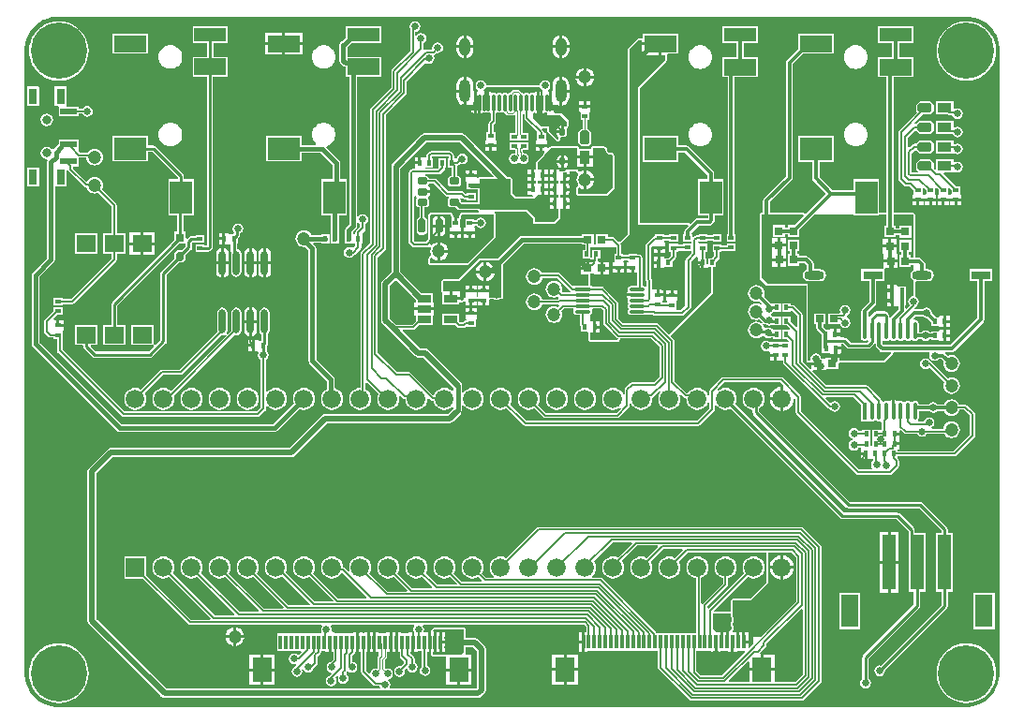
<source format=gtl>
G04*
G04 #@! TF.GenerationSoftware,Altium Limited,Altium Designer,20.0.13 (296)*
G04*
G04 Layer_Physical_Order=1*
G04 Layer_Color=255*
%FSLAX25Y25*%
%MOIN*%
G70*
G01*
G75*
%ADD10C,0.01000*%
%ADD11C,0.00800*%
%ADD13C,0.01500*%
%ADD17C,0.00600*%
%ADD18C,0.00500*%
%ADD20R,0.01968X0.01575*%
%ADD21R,0.01575X0.01968*%
G04:AMPARAMS|DCode=22|XSize=19.68mil|YSize=23.62mil|CornerRadius=4.92mil|HoleSize=0mil|Usage=FLASHONLY|Rotation=0.000|XOffset=0mil|YOffset=0mil|HoleType=Round|Shape=RoundedRectangle|*
%AMROUNDEDRECTD22*
21,1,0.01968,0.01378,0,0,0.0*
21,1,0.00984,0.02362,0,0,0.0*
1,1,0.00984,0.00492,-0.00689*
1,1,0.00984,-0.00492,-0.00689*
1,1,0.00984,-0.00492,0.00689*
1,1,0.00984,0.00492,0.00689*
%
%ADD22ROUNDEDRECTD22*%
G04:AMPARAMS|DCode=23|XSize=50mil|YSize=35mil|CornerRadius=0mil|HoleSize=0mil|Usage=FLASHONLY|Rotation=90.000|XOffset=0mil|YOffset=0mil|HoleType=Round|Shape=Octagon|*
%AMOCTAGOND23*
4,1,8,0.00875,0.02500,-0.00875,0.02500,-0.01750,0.01625,-0.01750,-0.01625,-0.00875,-0.02500,0.00875,-0.02500,0.01750,-0.01625,0.01750,0.01625,0.00875,0.02500,0.0*
%
%ADD23OCTAGOND23*%

%ADD24R,0.03500X0.05000*%
%ADD25R,0.06299X0.11811*%
%ADD26R,0.04724X0.19685*%
G04:AMPARAMS|DCode=27|XSize=23.62mil|YSize=35mil|CornerRadius=5.91mil|HoleSize=0mil|Usage=FLASHONLY|Rotation=90.000|XOffset=0mil|YOffset=0mil|HoleType=Round|Shape=RoundedRectangle|*
%AMROUNDEDRECTD27*
21,1,0.02362,0.02319,0,0,90.0*
21,1,0.01181,0.03500,0,0,90.0*
1,1,0.01181,0.01159,0.00591*
1,1,0.01181,0.01159,-0.00591*
1,1,0.01181,-0.01159,-0.00591*
1,1,0.01181,-0.01159,0.00591*
%
%ADD27ROUNDEDRECTD27*%
%ADD28R,0.04921X0.02756*%
%ADD29R,0.05512X0.01200*%
%ADD30O,0.05512X0.01200*%
%ADD31R,0.03000X0.02500*%
%ADD32R,0.03000X0.03000*%
%ADD33R,0.03000X0.03000*%
%ADD34R,0.07087X0.03150*%
%ADD35O,0.07087X0.03150*%
%ADD36O,0.01378X0.06299*%
%ADD37R,0.01378X0.06299*%
%ADD38R,0.05000X0.03500*%
G04:AMPARAMS|DCode=39|XSize=50mil|YSize=35mil|CornerRadius=0mil|HoleSize=0mil|Usage=FLASHONLY|Rotation=180.000|XOffset=0mil|YOffset=0mil|HoleType=Round|Shape=Octagon|*
%AMOCTAGOND39*
4,1,8,-0.02500,0.00875,-0.02500,-0.00875,-0.01625,-0.01750,0.01625,-0.01750,0.02500,-0.00875,0.02500,0.00875,0.01625,0.01750,-0.01625,0.01750,-0.02500,0.00875,0.0*
%
%ADD39OCTAGOND39*%

%ADD40R,0.11417X0.04724*%
%ADD41R,0.11417X0.05906*%
%ADD42R,0.11417X0.07874*%
%ADD43R,0.07874X0.11811*%
G04:AMPARAMS|DCode=44|XSize=59.06mil|YSize=11.81mil|CornerRadius=2.95mil|HoleSize=0mil|Usage=FLASHONLY|Rotation=270.000|XOffset=0mil|YOffset=0mil|HoleType=Round|Shape=RoundedRectangle|*
%AMROUNDEDRECTD44*
21,1,0.05906,0.00591,0,0,270.0*
21,1,0.05315,0.01181,0,0,270.0*
1,1,0.00591,-0.00295,-0.02657*
1,1,0.00591,-0.00295,0.02657*
1,1,0.00591,0.00295,0.02657*
1,1,0.00591,0.00295,-0.02657*
%
%ADD44ROUNDEDRECTD44*%
%ADD45O,0.02362X0.08661*%
%ADD46R,0.02756X0.03150*%
G04:AMPARAMS|DCode=47|XSize=31.5mil|YSize=27.56mil|CornerRadius=0mil|HoleSize=0mil|Usage=FLASHONLY|Rotation=270.000|XOffset=0mil|YOffset=0mil|HoleType=Round|Shape=Octagon|*
%AMOCTAGOND47*
4,1,8,-0.00689,-0.01575,0.00689,-0.01575,0.01378,-0.00886,0.01378,0.00886,0.00689,0.01575,-0.00689,0.01575,-0.01378,0.00886,-0.01378,-0.00886,-0.00689,-0.01575,0.0*
%
%ADD47OCTAGOND47*%

%ADD48R,0.07008X0.05984*%
%ADD49R,0.03150X0.05512*%
%ADD50R,0.05906X0.02362*%
%ADD51R,0.01181X0.05118*%
%ADD52R,0.07087X0.08661*%
G04:AMPARAMS|DCode=53|XSize=25mil|YSize=50mil|CornerRadius=6.25mil|HoleSize=0mil|Usage=FLASHONLY|Rotation=0.000|XOffset=0mil|YOffset=0mil|HoleType=Round|Shape=RoundedRectangle|*
%AMROUNDEDRECTD53*
21,1,0.02500,0.03750,0,0,0.0*
21,1,0.01250,0.05000,0,0,0.0*
1,1,0.01250,0.00625,-0.01875*
1,1,0.01250,-0.00625,-0.01875*
1,1,0.01250,-0.00625,0.01875*
1,1,0.01250,0.00625,0.01875*
%
%ADD53ROUNDEDRECTD53*%
%ADD95C,0.04724*%
%ADD96C,0.02000*%
%ADD97C,0.01600*%
%ADD98C,0.00400*%
%ADD99C,0.01200*%
%ADD100C,0.00900*%
%ADD101C,0.01400*%
%ADD102C,0.02559*%
%ADD103O,0.03937X0.06299*%
%ADD104O,0.03937X0.08268*%
%ADD105C,0.03150*%
%ADD106R,0.06600X0.06600*%
%ADD107C,0.06600*%
%ADD108C,0.20000*%
G36*
X996223Y388986D02*
X996723Y388986D01*
X997215Y388970D01*
X997484Y388961D01*
X998960Y388720D01*
X1000394Y388293D01*
X1001761Y387686D01*
X1003039Y386909D01*
X1004208Y385976D01*
X1005248Y384900D01*
X1006142Y383701D01*
X1006875Y382397D01*
X1007436Y381011D01*
X1007815Y379563D01*
X1008006Y378080D01*
Y377283D01*
X1008006Y377186D01*
X1008004Y377089D01*
X1008002Y376992D01*
X1008000Y376943D01*
Y155503D01*
X1008000Y155499D01*
X1008000Y155498D01*
X1008000Y155490D01*
Y154698D01*
X1007794Y153130D01*
X1007384Y151602D01*
X1006779Y150141D01*
X1005989Y148771D01*
X1005027Y147516D01*
X1003909Y146398D01*
X1002654Y145434D01*
X1001285Y144643D01*
X999824Y144037D01*
X998296Y143627D01*
X996729Y143419D01*
X995938Y143419D01*
X672312D01*
X670745Y143625D01*
X669217Y144035D01*
X667756Y144640D01*
X666387Y145430D01*
X665132Y146393D01*
X664014Y147511D01*
X663052Y148765D01*
X662261Y150135D01*
X661656Y151596D01*
X661247Y153123D01*
X661040Y154691D01*
Y155481D01*
Y376950D01*
Y377740D01*
X661247Y379308D01*
X661656Y380835D01*
X662260Y382295D01*
X663051Y383664D01*
X664013Y384919D01*
X665130Y386037D01*
X666384Y386999D01*
X667753Y387790D01*
X669213Y388395D01*
X670740Y388805D01*
X672307Y389012D01*
X673101Y389012D01*
X673603Y389012D01*
X996223Y388986D01*
D02*
G37*
%LPC*%
G36*
X760036Y383355D02*
X753827D01*
Y379902D01*
X760036D01*
Y383355D01*
D02*
G37*
G36*
X752827D02*
X746618D01*
Y379902D01*
X752827D01*
Y383355D01*
D02*
G37*
G36*
X767034Y378870D02*
X766953Y378837D01*
X766865Y378848D01*
X765964Y378607D01*
X765895Y378553D01*
X765808Y378542D01*
X765000Y378075D01*
X764946Y378006D01*
X764865Y377972D01*
X764205Y377312D01*
X764172Y377231D01*
X764102Y377178D01*
X763635Y376370D01*
X763624Y376283D01*
X763571Y376213D01*
X763329Y375312D01*
X763341Y375225D01*
X763307Y375144D01*
X763307Y374678D01*
X763307Y374211D01*
X763340Y374130D01*
X763329Y374043D01*
X763570Y373142D01*
X763624Y373072D01*
X763635Y372985D01*
X764102Y372177D01*
X764171Y372124D01*
X764205Y372042D01*
X764865Y371383D01*
X764946Y371349D01*
X764999Y371280D01*
X765807Y370813D01*
X765894Y370801D01*
X765964Y370748D01*
X766865Y370507D01*
X766952Y370518D01*
X767033Y370484D01*
X767966Y370484D01*
X768047Y370518D01*
X768134Y370506D01*
X769035Y370748D01*
X769105Y370801D01*
X769192Y370813D01*
X770000Y371279D01*
X770053Y371349D01*
X770135Y371382D01*
X770794Y372042D01*
X770828Y372123D01*
X770898Y372177D01*
X771364Y372985D01*
X771376Y373072D01*
X771429Y373141D01*
X771671Y374042D01*
X771659Y374129D01*
X771693Y374210D01*
X771693Y374677D01*
X771693Y375143D01*
X771659Y375224D01*
X771671Y375311D01*
X771429Y376213D01*
X771376Y376282D01*
X771364Y376369D01*
X770898Y377178D01*
X770828Y377231D01*
X770795Y377312D01*
X770135Y377972D01*
X770054Y378005D01*
X770001Y378075D01*
X769193Y378542D01*
X769105Y378553D01*
X769036Y378606D01*
X768135Y378848D01*
X768048Y378836D01*
X767967Y378870D01*
X767034Y378870D01*
D02*
G37*
G36*
X712534D02*
X712453Y378837D01*
X712365Y378848D01*
X711464Y378607D01*
X711395Y378553D01*
X711308Y378542D01*
X710500Y378075D01*
X710446Y378006D01*
X710365Y377972D01*
X709705Y377312D01*
X709672Y377231D01*
X709602Y377178D01*
X709135Y376370D01*
X709124Y376283D01*
X709071Y376213D01*
X708829Y375312D01*
X708841Y375225D01*
X708807Y375144D01*
X708807Y374678D01*
X708807Y374211D01*
X708840Y374130D01*
X708829Y374043D01*
X709070Y373142D01*
X709124Y373072D01*
X709135Y372985D01*
X709602Y372177D01*
X709671Y372124D01*
X709705Y372042D01*
X710365Y371383D01*
X710446Y371349D01*
X710499Y371280D01*
X711307Y370813D01*
X711394Y370801D01*
X711464Y370748D01*
X712365Y370507D01*
X712452Y370518D01*
X712533Y370484D01*
X713466Y370484D01*
X713547Y370518D01*
X713634Y370506D01*
X714535Y370748D01*
X714605Y370801D01*
X714692Y370813D01*
X715500Y371279D01*
X715554Y371349D01*
X715635Y371382D01*
X716294Y372042D01*
X716328Y372123D01*
X716398Y372177D01*
X716864Y372985D01*
X716876Y373072D01*
X716929Y373141D01*
X717171Y374042D01*
X717159Y374129D01*
X717193Y374210D01*
X717193Y374677D01*
X717193Y375143D01*
X717159Y375224D01*
X717171Y375311D01*
X716929Y376213D01*
X716876Y376282D01*
X716864Y376369D01*
X716398Y377178D01*
X716328Y377231D01*
X716295Y377312D01*
X715635Y377972D01*
X715554Y378005D01*
X715500Y378075D01*
X714693Y378542D01*
X714606Y378553D01*
X714536Y378606D01*
X713635Y378848D01*
X713548Y378836D01*
X713467Y378870D01*
X712534Y378870D01*
D02*
G37*
G36*
X956361Y378819D02*
X956279Y378786D01*
X956192Y378797D01*
X955291Y378556D01*
X955222Y378502D01*
X955135Y378491D01*
X954327Y378024D01*
X954273Y377955D01*
X954192Y377921D01*
X953532Y377261D01*
X953499Y377180D01*
X953429Y377127D01*
X952962Y376319D01*
X952951Y376232D01*
X952898Y376162D01*
X952656Y375261D01*
X952668Y375174D01*
X952634Y375093D01*
X952634Y374626D01*
X952634Y374160D01*
X952667Y374079D01*
X952656Y373992D01*
X952897Y373091D01*
X952951Y373021D01*
X952962Y372934D01*
X953429Y372126D01*
X953498Y372073D01*
X953532Y371991D01*
X954192Y371332D01*
X954273Y371298D01*
X954326Y371229D01*
X955134Y370762D01*
X955221Y370750D01*
X955291Y370697D01*
X956192Y370456D01*
X956279Y370467D01*
X956360Y370433D01*
X957293Y370433D01*
X957374Y370467D01*
X957461Y370455D01*
X958362Y370697D01*
X958432Y370750D01*
X958519Y370762D01*
X959327Y371228D01*
X959381Y371298D01*
X959462Y371331D01*
X960121Y371991D01*
X960155Y372072D01*
X960225Y372126D01*
X960691Y372934D01*
X960703Y373021D01*
X960756Y373090D01*
X960998Y373991D01*
X960986Y374078D01*
X961020Y374160D01*
X961020Y374626D01*
X961020Y375093D01*
X960986Y375173D01*
X960998Y375261D01*
X960756Y376162D01*
X960703Y376231D01*
X960691Y376318D01*
X960225Y377127D01*
X960155Y377180D01*
X960122Y377261D01*
X959462Y377921D01*
X959381Y377954D01*
X959328Y378024D01*
X958519Y378491D01*
X958432Y378502D01*
X958363Y378555D01*
X957462Y378797D01*
X957375Y378785D01*
X957294Y378819D01*
X956361Y378819D01*
D02*
G37*
G36*
X901034D02*
X900953Y378786D01*
X900865Y378797D01*
X899964Y378556D01*
X899895Y378502D01*
X899808Y378491D01*
X899000Y378024D01*
X898946Y377955D01*
X898865Y377921D01*
X898205Y377261D01*
X898172Y377180D01*
X898102Y377127D01*
X897635Y376319D01*
X897624Y376232D01*
X897571Y376162D01*
X897329Y375261D01*
X897340Y375174D01*
X897307Y375093D01*
X897307Y374626D01*
X897307Y374160D01*
X897340Y374079D01*
X897329Y373992D01*
X897570Y373091D01*
X897624Y373021D01*
X897635Y372934D01*
X898102Y372126D01*
X898171Y372073D01*
X898205Y371991D01*
X898865Y371332D01*
X898946Y371298D01*
X898999Y371229D01*
X899807Y370762D01*
X899894Y370750D01*
X899964Y370697D01*
X900865Y370456D01*
X900952Y370467D01*
X901033Y370433D01*
X901966Y370433D01*
X902047Y370467D01*
X902134Y370455D01*
X903035Y370697D01*
X903105Y370750D01*
X903192Y370762D01*
X904000Y371228D01*
X904053Y371298D01*
X904135Y371331D01*
X904794Y371991D01*
X904828Y372072D01*
X904898Y372126D01*
X905364Y372934D01*
X905376Y373021D01*
X905429Y373090D01*
X905671Y373991D01*
X905659Y374078D01*
X905693Y374160D01*
X905693Y374626D01*
X905693Y375093D01*
X905659Y375173D01*
X905671Y375261D01*
X905429Y376162D01*
X905376Y376231D01*
X905364Y376318D01*
X904898Y377127D01*
X904828Y377180D01*
X904795Y377261D01*
X904135Y377921D01*
X904054Y377954D01*
X904000Y378024D01*
X903193Y378491D01*
X903106Y378502D01*
X903036Y378555D01*
X902135Y378797D01*
X902048Y378785D01*
X901967Y378819D01*
X901034Y378819D01*
D02*
G37*
G36*
X852406Y382389D02*
Y378780D01*
X854900D01*
Y379461D01*
X854798Y380236D01*
X854499Y380958D01*
X854023Y381578D01*
X853403Y382054D01*
X852680Y382353D01*
X852406Y382389D01*
D02*
G37*
G36*
X818350D02*
Y378780D01*
X820844D01*
Y379461D01*
X820743Y380236D01*
X820443Y380958D01*
X819968Y381578D01*
X819347Y382054D01*
X818625Y382353D01*
X818350Y382389D01*
D02*
G37*
G36*
X851406D02*
X851131Y382353D01*
X850408Y382054D01*
X849788Y381578D01*
X849313Y380958D01*
X849014Y380236D01*
X848911Y379461D01*
Y378780D01*
X851406D01*
Y382389D01*
D02*
G37*
G36*
X817350D02*
X817076Y382353D01*
X816353Y382054D01*
X815733Y381578D01*
X815257Y380958D01*
X814958Y380236D01*
X814856Y379461D01*
Y378780D01*
X817350D01*
Y382389D01*
D02*
G37*
G36*
X800000Y387416D02*
X799267Y387270D01*
X798645Y386855D01*
X798230Y386233D01*
X798084Y385500D01*
X798230Y384767D01*
X798373Y384552D01*
X798352Y384521D01*
X798282Y384170D01*
Y376580D01*
X791851Y370149D01*
X791652Y369851D01*
X791582Y369500D01*
Y363680D01*
X784351Y356449D01*
X784152Y356151D01*
X784082Y355800D01*
Y308468D01*
X780851Y305237D01*
X780652Y304939D01*
X780582Y304588D01*
Y257006D01*
X780500Y256934D01*
X779482Y256800D01*
X778533Y256407D01*
X777718Y255782D01*
X777093Y254967D01*
X776700Y254018D01*
X776566Y253000D01*
X776700Y251982D01*
X777093Y251033D01*
X777718Y250219D01*
X778533Y249593D01*
X779482Y249200D01*
X780500Y249066D01*
X781518Y249200D01*
X782467Y249593D01*
X783282Y250219D01*
X783907Y251033D01*
X784300Y251982D01*
X784434Y253000D01*
X784300Y254018D01*
X783907Y254967D01*
X783282Y255782D01*
X782467Y256407D01*
X782418Y256427D01*
Y258631D01*
X782880Y258823D01*
X786988Y254714D01*
X786700Y254018D01*
X786566Y253000D01*
X786700Y251982D01*
X787093Y251033D01*
X787718Y250219D01*
X788533Y249593D01*
X789482Y249200D01*
X790500Y249066D01*
X791518Y249200D01*
X792467Y249593D01*
X793282Y250219D01*
X793907Y251033D01*
X794300Y251982D01*
X794434Y253000D01*
X794328Y253806D01*
X794801Y254039D01*
X795651Y253189D01*
X795949Y252990D01*
X796300Y252921D01*
X796577D01*
X796700Y251982D01*
X797093Y251033D01*
X797718Y250219D01*
X798533Y249593D01*
X799482Y249200D01*
X800500Y249066D01*
X801518Y249200D01*
X802467Y249593D01*
X803281Y250219D01*
X803907Y251033D01*
X804300Y251982D01*
X804434Y253000D01*
X804428Y253045D01*
X804876Y253266D01*
X805651Y252491D01*
X805949Y252292D01*
X806300Y252222D01*
X806669D01*
X806700Y251982D01*
X807093Y251033D01*
X807718Y250219D01*
X808533Y249593D01*
X809482Y249200D01*
X810500Y249066D01*
X811518Y249200D01*
X812467Y249593D01*
X813269Y250209D01*
X813722Y250066D01*
X813739Y249616D01*
X813647Y249553D01*
X811724Y247631D01*
X768100D01*
X767476Y247507D01*
X766947Y247153D01*
X755324Y235531D01*
X691800D01*
X691176Y235407D01*
X690647Y235053D01*
X683947Y228354D01*
X683593Y227824D01*
X683469Y227200D01*
Y174000D01*
X683593Y173376D01*
X683947Y172846D01*
X709747Y147046D01*
X710276Y146693D01*
X710900Y146569D01*
X822428D01*
X823053Y146693D01*
X823582Y147046D01*
X824753Y148218D01*
X825107Y148747D01*
X825231Y149372D01*
Y164000D01*
X825107Y164624D01*
X824753Y165154D01*
X822554Y167353D01*
X822024Y167707D01*
X821400Y167831D01*
X818149D01*
Y170800D01*
X817959Y171259D01*
X817500Y171449D01*
X806800D01*
X806341Y171259D01*
X805993Y170911D01*
X805943Y170792D01*
X805852Y170700D01*
Y170571D01*
X805802Y170452D01*
X805706Y170282D01*
Y166431D01*
X804706D01*
Y169990D01*
X803616D01*
Y169873D01*
X803430Y169827D01*
X803251Y169996D01*
X803077Y170254D01*
X803207Y170909D01*
X803061Y171642D01*
X802767Y172082D01*
X803001Y172582D01*
X860255D01*
X860925Y171913D01*
Y170059D01*
X860374D01*
Y166500D01*
Y162941D01*
X861465D01*
Y163341D01*
X886515D01*
Y157385D01*
X886585Y157034D01*
X886784Y156736D01*
X897669Y145851D01*
X897966Y145652D01*
X898318Y145582D01*
X937682D01*
X938033Y145652D01*
X938331Y145851D01*
X944349Y151869D01*
X944548Y152166D01*
X944618Y152518D01*
Y200300D01*
X944548Y200651D01*
X944349Y200949D01*
X938149Y207149D01*
X937851Y207348D01*
X937500Y207418D01*
X844000D01*
X843649Y207348D01*
X843351Y207149D01*
X832547Y196345D01*
X832467Y196407D01*
X831518Y196800D01*
X830500Y196934D01*
X829482Y196800D01*
X828533Y196407D01*
X827719Y195782D01*
X827093Y194967D01*
X826700Y194018D01*
X826566Y193000D01*
X826700Y191982D01*
X827093Y191033D01*
X827719Y190218D01*
X828111Y189918D01*
X827941Y189418D01*
X825380D01*
X823845Y190953D01*
X823907Y191033D01*
X824300Y191982D01*
X824434Y193000D01*
X824300Y194018D01*
X823907Y194967D01*
X823281Y195782D01*
X822467Y196407D01*
X821518Y196800D01*
X820500Y196934D01*
X819482Y196800D01*
X818533Y196407D01*
X817719Y195782D01*
X817093Y194967D01*
X816700Y194018D01*
X816566Y193000D01*
X816700Y191982D01*
X817093Y191033D01*
X817719Y190218D01*
X818533Y189593D01*
X819482Y189200D01*
X820500Y189066D01*
X821518Y189200D01*
X822467Y189593D01*
X822547Y189655D01*
X823723Y188480D01*
X823531Y188018D01*
X816780D01*
X813845Y190953D01*
X813907Y191033D01*
X814300Y191982D01*
X814434Y193000D01*
X814300Y194018D01*
X813907Y194967D01*
X813282Y195782D01*
X812467Y196407D01*
X811518Y196800D01*
X810500Y196934D01*
X809482Y196800D01*
X808533Y196407D01*
X807718Y195782D01*
X807093Y194967D01*
X806700Y194018D01*
X806566Y193000D01*
X806700Y191982D01*
X807093Y191033D01*
X807718Y190218D01*
X808533Y189593D01*
X809482Y189200D01*
X810500Y189066D01*
X811518Y189200D01*
X812467Y189593D01*
X812547Y189655D01*
X814923Y187280D01*
X814731Y186818D01*
X807980D01*
X803845Y190953D01*
X803907Y191033D01*
X804300Y191982D01*
X804434Y193000D01*
X804300Y194018D01*
X803907Y194967D01*
X803281Y195782D01*
X802467Y196407D01*
X801518Y196800D01*
X800500Y196934D01*
X799482Y196800D01*
X798533Y196407D01*
X797718Y195782D01*
X797093Y194967D01*
X796700Y194018D01*
X796566Y193000D01*
X796700Y191982D01*
X797093Y191033D01*
X797718Y190218D01*
X798533Y189593D01*
X799482Y189200D01*
X800500Y189066D01*
X801518Y189200D01*
X802467Y189593D01*
X802547Y189655D01*
X806123Y186080D01*
X805931Y185618D01*
X799180D01*
X793845Y190953D01*
X793907Y191033D01*
X794300Y191982D01*
X794434Y193000D01*
X794300Y194018D01*
X793907Y194967D01*
X793282Y195782D01*
X792467Y196407D01*
X791518Y196800D01*
X790500Y196934D01*
X789482Y196800D01*
X788533Y196407D01*
X787718Y195782D01*
X787093Y194967D01*
X786700Y194018D01*
X786566Y193000D01*
X786700Y191982D01*
X787093Y191033D01*
X787718Y190218D01*
X788533Y189593D01*
X789482Y189200D01*
X790500Y189066D01*
X791518Y189200D01*
X792467Y189593D01*
X792547Y189655D01*
X797323Y184880D01*
X797131Y184418D01*
X790380D01*
X783845Y190953D01*
X783907Y191033D01*
X784300Y191982D01*
X784434Y193000D01*
X784300Y194018D01*
X783907Y194967D01*
X783282Y195782D01*
X782467Y196407D01*
X781518Y196800D01*
X780500Y196934D01*
X779482Y196800D01*
X778533Y196407D01*
X777718Y195782D01*
X777093Y194967D01*
X776700Y194018D01*
X776566Y193000D01*
X776700Y191982D01*
X776763Y191831D01*
X776339Y191547D01*
X775049Y192838D01*
X774751Y193037D01*
X774420Y193103D01*
X774300Y194018D01*
X773907Y194967D01*
X773281Y195782D01*
X772467Y196407D01*
X771518Y196800D01*
X770500Y196934D01*
X769482Y196800D01*
X768533Y196407D01*
X767719Y195782D01*
X767093Y194967D01*
X766700Y194018D01*
X766566Y193000D01*
X766700Y191982D01*
X767093Y191033D01*
X767719Y190218D01*
X768533Y189593D01*
X769482Y189200D01*
X770500Y189066D01*
X771518Y189200D01*
X772467Y189593D01*
X773281Y190218D01*
X773752Y190832D01*
X774302Y190924D01*
X774392Y190899D01*
X782812Y182480D01*
X782620Y182018D01*
X772780D01*
X763845Y190953D01*
X763907Y191033D01*
X764300Y191982D01*
X764434Y193000D01*
X764300Y194018D01*
X763907Y194967D01*
X763281Y195782D01*
X762467Y196407D01*
X761518Y196800D01*
X760500Y196934D01*
X759482Y196800D01*
X758533Y196407D01*
X757719Y195782D01*
X757093Y194967D01*
X756700Y194018D01*
X756566Y193000D01*
X756700Y191982D01*
X757093Y191033D01*
X757719Y190218D01*
X758533Y189593D01*
X759482Y189200D01*
X760500Y189066D01*
X761518Y189200D01*
X762467Y189593D01*
X762547Y189655D01*
X770923Y181280D01*
X770731Y180818D01*
X764480D01*
X754011Y191286D01*
X754300Y191982D01*
X754434Y193000D01*
X754300Y194018D01*
X753907Y194967D01*
X753281Y195782D01*
X752467Y196407D01*
X751518Y196800D01*
X750500Y196934D01*
X749482Y196800D01*
X748533Y196407D01*
X747718Y195782D01*
X747093Y194967D01*
X746700Y194018D01*
X746566Y193000D01*
X746700Y191982D01*
X747093Y191033D01*
X747718Y190218D01*
X748533Y189593D01*
X749482Y189200D01*
X750500Y189066D01*
X751518Y189200D01*
X752467Y189593D01*
X752830Y189872D01*
X762623Y180080D01*
X762431Y179618D01*
X755180D01*
X743845Y190953D01*
X743907Y191033D01*
X744300Y191982D01*
X744434Y193000D01*
X744300Y194018D01*
X743907Y194967D01*
X743282Y195782D01*
X742467Y196407D01*
X741518Y196800D01*
X740500Y196934D01*
X739482Y196800D01*
X738533Y196407D01*
X737718Y195782D01*
X737093Y194967D01*
X736700Y194018D01*
X736566Y193000D01*
X736700Y191982D01*
X737093Y191033D01*
X737718Y190218D01*
X738533Y189593D01*
X739482Y189200D01*
X740500Y189066D01*
X741518Y189200D01*
X742467Y189593D01*
X742547Y189655D01*
X753323Y178880D01*
X753131Y178418D01*
X746380D01*
X733845Y190953D01*
X733907Y191033D01*
X734300Y191982D01*
X734434Y193000D01*
X734300Y194018D01*
X733907Y194967D01*
X733282Y195782D01*
X732467Y196407D01*
X731518Y196800D01*
X730500Y196934D01*
X729482Y196800D01*
X728533Y196407D01*
X727718Y195782D01*
X727093Y194967D01*
X726700Y194018D01*
X726566Y193000D01*
X726700Y191982D01*
X727093Y191033D01*
X727718Y190218D01*
X728533Y189593D01*
X729482Y189200D01*
X730500Y189066D01*
X731518Y189200D01*
X732467Y189593D01*
X732547Y189655D01*
X744523Y177680D01*
X744331Y177218D01*
X737580D01*
X723845Y190953D01*
X723907Y191033D01*
X724300Y191982D01*
X724434Y193000D01*
X724300Y194018D01*
X723907Y194967D01*
X723281Y195782D01*
X722467Y196407D01*
X721518Y196800D01*
X720500Y196934D01*
X719482Y196800D01*
X718533Y196407D01*
X717719Y195782D01*
X717093Y194967D01*
X716700Y194018D01*
X716566Y193000D01*
X716700Y191982D01*
X717093Y191033D01*
X717719Y190218D01*
X718533Y189593D01*
X719482Y189200D01*
X720500Y189066D01*
X721518Y189200D01*
X722467Y189593D01*
X722547Y189655D01*
X735823Y176380D01*
X735631Y175918D01*
X728880D01*
X713845Y190953D01*
X713907Y191033D01*
X714300Y191982D01*
X714434Y193000D01*
X714300Y194018D01*
X713907Y194967D01*
X713281Y195782D01*
X712467Y196407D01*
X711518Y196800D01*
X710500Y196934D01*
X709482Y196800D01*
X708533Y196407D01*
X707719Y195782D01*
X707093Y194967D01*
X706700Y194018D01*
X706566Y193000D01*
X706700Y191982D01*
X707093Y191033D01*
X707719Y190218D01*
X708533Y189593D01*
X709482Y189200D01*
X710500Y189066D01*
X711518Y189200D01*
X712467Y189593D01*
X712547Y189655D01*
X727323Y174880D01*
X727131Y174418D01*
X720380D01*
X704400Y190398D01*
Y196900D01*
X696600D01*
Y189100D01*
X703102D01*
X719351Y172851D01*
X719649Y172652D01*
X720000Y172582D01*
X766695D01*
X766963Y172082D01*
X766729Y171733D01*
X766584Y171000D01*
X766729Y170267D01*
X766848Y170090D01*
X766580Y169590D01*
X750866D01*
Y163272D01*
X759455D01*
X759647Y162810D01*
X758662Y161825D01*
X758355Y161855D01*
X757733Y162270D01*
X757000Y162416D01*
X756267Y162270D01*
X755645Y161855D01*
X755230Y161233D01*
X755084Y160500D01*
X755230Y159767D01*
X755645Y159145D01*
X756267Y158730D01*
X757000Y158584D01*
X757733Y158730D01*
X758026Y158324D01*
X757524Y157822D01*
X757267Y157771D01*
X756645Y157355D01*
X756229Y156733D01*
X756084Y156000D01*
X756229Y155267D01*
X756645Y154645D01*
X757267Y154229D01*
X758000Y154084D01*
X758733Y154229D01*
X759355Y154645D01*
X759770Y155267D01*
X759916Y156000D01*
X759821Y156477D01*
X760292Y156673D01*
X760645Y156145D01*
X761267Y155729D01*
X762000Y155584D01*
X762733Y155729D01*
X763355Y156145D01*
X763770Y156767D01*
X763822Y157024D01*
X765149Y158351D01*
X765348Y158649D01*
X765418Y159000D01*
Y161397D01*
X766307Y162286D01*
X766506Y162584D01*
X766576Y162935D01*
Y163272D01*
X768183D01*
Y162872D01*
X769273D01*
Y166431D01*
X770273D01*
Y162872D01*
X770937D01*
Y160234D01*
X770024Y159322D01*
X769767Y159271D01*
X769145Y158855D01*
X768729Y158233D01*
X768584Y157500D01*
X768729Y156767D01*
X769145Y156145D01*
X769767Y155729D01*
X770149Y155654D01*
X770313Y155111D01*
X769851Y154649D01*
X769686Y154402D01*
X769425Y154350D01*
X768804Y153935D01*
X768388Y153313D01*
X768242Y152579D01*
X768388Y151846D01*
X768804Y151225D01*
X769425Y150809D01*
X770159Y150663D01*
X770892Y150809D01*
X771514Y151225D01*
X771929Y151846D01*
X772075Y152579D01*
X771929Y153313D01*
X771601Y153804D01*
X772324Y154526D01*
X772729Y154233D01*
X772584Y153500D01*
X772729Y152767D01*
X773145Y152145D01*
X773767Y151730D01*
X774500Y151584D01*
X775233Y151730D01*
X775855Y152145D01*
X776270Y152767D01*
X776416Y153500D01*
X776270Y154233D01*
X775855Y154855D01*
X775622Y155011D01*
X775578Y155587D01*
X775672Y155680D01*
X775770Y155827D01*
X775838Y155872D01*
X776256Y155975D01*
X776380Y155974D01*
X776808Y155688D01*
X777541Y155543D01*
X778274Y155688D01*
X778896Y156104D01*
X779312Y156726D01*
X779458Y157459D01*
X779312Y158192D01*
X778896Y158814D01*
X778274Y159229D01*
X777738Y159336D01*
Y161523D01*
X778409Y162193D01*
X778608Y162491D01*
X778677Y162842D01*
Y162872D01*
X779116D01*
Y166431D01*
Y169990D01*
X778025D01*
Y169590D01*
X771364D01*
Y169990D01*
X770641D01*
X770315Y170490D01*
X770416Y171000D01*
X770270Y171733D01*
X770037Y172082D01*
X770304Y172582D01*
X799581D01*
X799814Y172082D01*
X799520Y171642D01*
X799374Y170909D01*
X799458Y170490D01*
X799089Y169990D01*
X797710D01*
Y169590D01*
X794986D01*
Y169990D01*
X793895D01*
Y166431D01*
Y162872D01*
X794559D01*
Y161524D01*
X794629Y161172D01*
X794828Y160875D01*
X796082Y159620D01*
Y158962D01*
X794947Y157827D01*
X794500Y157916D01*
X793767Y157771D01*
X793145Y157355D01*
X792730Y156733D01*
X792584Y156000D01*
X792730Y155267D01*
X793145Y154645D01*
X793767Y154229D01*
X794500Y154084D01*
X795233Y154229D01*
X795855Y154645D01*
X796271Y155267D01*
X796416Y156000D01*
X796300Y156585D01*
X796731Y157015D01*
X797209Y156870D01*
X797229Y156767D01*
X797645Y156145D01*
X798267Y155729D01*
X799000Y155584D01*
X799733Y155729D01*
X800355Y156145D01*
X800770Y156767D01*
X800916Y157500D01*
X800770Y158233D01*
X800355Y158855D01*
X799918Y159147D01*
Y160500D01*
X799848Y160851D01*
X799649Y161149D01*
X798426Y162372D01*
X798516Y162872D01*
X798801D01*
Y166431D01*
X799801D01*
Y162872D01*
X800891D01*
Y163272D01*
X802331D01*
Y157712D01*
X802245Y157655D01*
X801830Y157033D01*
X801684Y156300D01*
X801830Y155567D01*
X802245Y154945D01*
X802867Y154530D01*
X803600Y154384D01*
X804333Y154530D01*
X804955Y154945D01*
X805371Y155567D01*
X805516Y156300D01*
X805371Y157033D01*
X804955Y157655D01*
X804370Y158046D01*
Y162872D01*
X805587D01*
Y161944D01*
X805777Y161485D01*
X806236Y161294D01*
X811096D01*
Y157100D01*
X815639D01*
X820183D01*
Y161931D01*
X818202D01*
X817997Y162431D01*
X818149Y162800D01*
Y164569D01*
X820724D01*
X821969Y163324D01*
Y150047D01*
X821753Y149831D01*
X791181D01*
X790913Y150331D01*
X791071Y150567D01*
X791216Y151300D01*
X791071Y152033D01*
X790655Y152655D01*
X790513Y152750D01*
X790619Y153281D01*
X790933Y153343D01*
X791555Y153759D01*
X791970Y154381D01*
X792116Y155114D01*
X791970Y155847D01*
X791555Y156469D01*
X790933Y156884D01*
X790200Y157030D01*
X789726Y156936D01*
X789316Y157293D01*
Y160103D01*
X789777Y160564D01*
X789954Y160829D01*
X790016Y161141D01*
X790016Y161141D01*
Y162872D01*
X790927D01*
Y166431D01*
Y169990D01*
X789836D01*
Y169590D01*
X787112D01*
Y169990D01*
X786021D01*
Y166431D01*
Y162872D01*
X787112D01*
X787177Y162399D01*
Y161686D01*
X786923Y161432D01*
X786746Y161167D01*
X786684Y160855D01*
X786684Y160855D01*
Y157349D01*
X786256Y156979D01*
X786000Y157030D01*
X785267Y156884D01*
X784645Y156469D01*
X784230Y155847D01*
X784139Y155394D01*
X783597Y155229D01*
X782590Y156236D01*
Y162872D01*
X783053D01*
Y166431D01*
Y169990D01*
X781962D01*
Y169590D01*
X781206D01*
Y169990D01*
X780116D01*
Y166431D01*
Y162872D01*
X780857D01*
Y155877D01*
X780923Y155545D01*
X781111Y155264D01*
X785287Y151087D01*
X785568Y150899D01*
X785900Y150833D01*
X787476D01*
X787530Y150567D01*
X787687Y150331D01*
X787420Y149831D01*
X711576D01*
X686731Y174676D01*
Y226524D01*
X692476Y232269D01*
X756000D01*
X756624Y232393D01*
X757154Y232747D01*
X768776Y244369D01*
X812400D01*
X813024Y244493D01*
X813554Y244847D01*
X815954Y247247D01*
X816307Y247776D01*
X816353Y248006D01*
X816519Y248254D01*
X816627Y248800D01*
X816627Y248800D01*
Y250851D01*
X816978Y250988D01*
X817127Y250989D01*
X817719Y250219D01*
X818533Y249593D01*
X819482Y249200D01*
X820500Y249066D01*
X821518Y249200D01*
X822467Y249593D01*
X823281Y250219D01*
X823907Y251033D01*
X824300Y251982D01*
X824434Y253000D01*
X824300Y254018D01*
X823907Y254967D01*
X823281Y255782D01*
X822467Y256407D01*
X821518Y256800D01*
X820500Y256934D01*
X819482Y256800D01*
X818533Y256407D01*
X817719Y255782D01*
X817127Y255011D01*
X816978Y255012D01*
X816627Y255149D01*
Y256956D01*
X816707Y257076D01*
X816831Y257700D01*
X816707Y258324D01*
X816354Y258854D01*
X804753Y270454D01*
X804224Y270807D01*
X803600Y270931D01*
X801847D01*
X795658Y277120D01*
X795850Y277582D01*
X799433D01*
X799784Y277652D01*
X800082Y277851D01*
X801513Y279282D01*
X806336D01*
Y282622D01*
X806736D01*
Y284500D01*
X803276D01*
X799815D01*
Y282622D01*
X800215D01*
Y280580D01*
X799053Y279418D01*
X793361D01*
X793125Y279654D01*
X791131Y281647D01*
Y293224D01*
X793267Y295359D01*
X800215Y288411D01*
Y287378D01*
X799815D01*
Y285500D01*
X803276D01*
X806736D01*
Y287378D01*
X806336D01*
Y290718D01*
X802522D01*
X794852Y298388D01*
Y335045D01*
X804043Y344236D01*
X815953D01*
X827878Y332311D01*
X827686Y331849D01*
X822900D01*
X822485Y331677D01*
X821985Y331856D01*
Y332043D01*
X820000D01*
X818016D01*
Y330756D01*
X818097D01*
X818416Y330387D01*
X818416Y330256D01*
Y327613D01*
X821584D01*
Y327624D01*
X822251D01*
Y323030D01*
X821584D01*
Y323041D01*
X818416D01*
Y323030D01*
X816486D01*
X816373Y323142D01*
Y323590D01*
X816281Y324055D01*
X816128Y324284D01*
X816255Y324770D01*
X816309Y324844D01*
X816429Y324873D01*
X816951Y324351D01*
X817249Y324152D01*
X817600Y324082D01*
X818416D01*
Y323613D01*
X821584D01*
Y326387D01*
X818416D01*
Y326073D01*
X817916Y325982D01*
X817249Y326649D01*
X816951Y326848D01*
X816600Y326918D01*
X811780D01*
X807568Y331129D01*
X807271Y331328D01*
X806920Y331398D01*
X804908D01*
X804881Y331536D01*
X804618Y331929D01*
X804224Y332192D01*
X803759Y332285D01*
X803770Y332780D01*
X808300D01*
X808690Y332858D01*
X809021Y333079D01*
X810375Y334433D01*
X810596Y334763D01*
X810673Y335154D01*
Y335416D01*
X811041D01*
Y338584D01*
X808266D01*
Y335416D01*
X808266Y335416D01*
X808266D01*
X808059Y335001D01*
X807878Y334820D01*
X803907D01*
X803813Y334916D01*
X803858Y335121D01*
X804132Y335416D01*
X806387D01*
Y338584D01*
X805918D01*
Y339268D01*
X805932Y339282D01*
X812082D01*
Y338584D01*
X811613D01*
Y335416D01*
X813082D01*
Y332285D01*
X812840D01*
X812376Y332192D01*
X811982Y331929D01*
X811719Y331536D01*
X811627Y331071D01*
Y329890D01*
X811719Y329425D01*
X811982Y329031D01*
X812376Y328768D01*
X812840Y328676D01*
X815160D01*
X815624Y328768D01*
X816018Y329031D01*
X816281Y329425D01*
X816373Y329890D01*
Y331071D01*
X816281Y331536D01*
X816018Y331929D01*
X815624Y332192D01*
X815160Y332285D01*
X814918D01*
Y335803D01*
X815362Y336131D01*
X815469Y336152D01*
X815767Y336351D01*
X816054Y336638D01*
X816067Y336630D01*
X816800Y336484D01*
X817533Y336630D01*
X818155Y337045D01*
X818571Y337667D01*
X818716Y338400D01*
X818571Y339133D01*
X818155Y339755D01*
X817533Y340171D01*
X816800Y340316D01*
X816067Y340171D01*
X815445Y339755D01*
X815030Y339133D01*
X814962Y338795D01*
X814588Y338575D01*
X814387Y338584D01*
Y338584D01*
X813918D01*
Y339700D01*
X813848Y340051D01*
X813649Y340349D01*
X813149Y340849D01*
X812851Y341048D01*
X812500Y341118D01*
X805552D01*
X805200Y341048D01*
X804903Y340849D01*
X804351Y340297D01*
X804152Y340000D01*
X804082Y339649D01*
Y338938D01*
X804029Y338885D01*
X803527Y338842D01*
X803441Y338984D01*
X803371Y338984D01*
X803371Y338984D01*
X802154D01*
Y337000D01*
X801654D01*
Y336500D01*
X799866D01*
Y335016D01*
X799447Y334820D01*
X799169D01*
X798778Y334742D01*
X798448Y334521D01*
X797979Y334052D01*
X797758Y333721D01*
X797680Y333331D01*
Y308900D01*
X797758Y308510D01*
X797979Y308179D01*
X798879Y307279D01*
X799210Y307058D01*
X799600Y306980D01*
X804200D01*
X804590Y307058D01*
X804921Y307279D01*
X805095Y307453D01*
X805179Y307418D01*
X805291Y307320D01*
X805502Y307248D01*
X805512Y307242D01*
X805778Y306701D01*
X805777Y306667D01*
X805614Y306273D01*
X805512Y305500D01*
X805614Y304727D01*
X805777Y304333D01*
X805778Y304299D01*
X805512Y303758D01*
X805502Y303752D01*
X805291Y303680D01*
X805179Y303582D01*
X805041Y303524D01*
X804999Y303424D01*
X804918Y303353D01*
X804908Y303203D01*
X804851Y303065D01*
Y301300D01*
X805041Y300841D01*
X805500Y300651D01*
X818700D01*
X819159Y300841D01*
X828359Y310041D01*
X828549Y310500D01*
X828549Y318700D01*
X828359Y319159D01*
X828139Y319251D01*
X828238Y319751D01*
X839431D01*
X841951Y317231D01*
Y315800D01*
X842141Y315341D01*
X842600Y315151D01*
X849300D01*
X849759Y315341D01*
X851575Y317157D01*
X851765Y317616D01*
Y320516D01*
X852772D01*
Y322500D01*
X853272D01*
D01*
X852772D01*
Y324484D01*
X851766D01*
X851765Y324485D01*
Y325516D01*
X852772D01*
Y327500D01*
Y329484D01*
X851766D01*
X851765Y329485D01*
Y330516D01*
X852772D01*
Y332500D01*
X853272D01*
Y333000D01*
X855059D01*
Y333835D01*
X857469D01*
X857485Y333818D01*
X857584Y333705D01*
X857641Y333567D01*
X857741Y333526D01*
X857813Y333444D01*
X857957Y333373D01*
X858108Y332748D01*
X857913Y332494D01*
X857614Y331773D01*
X857512Y331000D01*
X857614Y330227D01*
X857913Y329506D01*
X858108Y329252D01*
X857957Y328627D01*
X857813Y328556D01*
X857741Y328474D01*
X857641Y328433D01*
X857584Y328294D01*
X857485Y328182D01*
X857492Y328074D01*
X857451Y327973D01*
Y325900D01*
X857641Y325441D01*
X858100Y325251D01*
X868100D01*
X868559Y325441D01*
X870759Y327641D01*
X870949Y328100D01*
Y339611D01*
X870936Y339643D01*
X870946Y339675D01*
X870843Y339868D01*
X870759Y340071D01*
X870728Y340084D01*
X870712Y340113D01*
X870325Y340431D01*
X870293Y340441D01*
X870274Y340469D01*
X870059Y340511D01*
X869850Y340575D01*
X869820Y340559D01*
X869787Y340566D01*
X869637Y340536D01*
X869158Y340631D01*
X868751Y340903D01*
X868479Y341310D01*
X868358Y341917D01*
X868300Y342004D01*
X868266Y342174D01*
X868238Y342193D01*
X868228Y342226D01*
X867911Y342612D01*
X867881Y342628D01*
X867868Y342659D01*
X867665Y342743D01*
X867472Y342846D01*
X867440Y342836D01*
X867409Y342849D01*
X863250D01*
X862791Y342659D01*
X862601Y342200D01*
Y342100D01*
X858399D01*
Y342200D01*
X858209Y342659D01*
X857750Y342849D01*
X848300D01*
X848280Y342841D01*
X848259Y342848D01*
X848053Y342747D01*
X847841Y342659D01*
X847832Y342639D01*
X847812Y342629D01*
X847452Y342219D01*
X846984Y342396D01*
Y342500D01*
X845500D01*
Y341213D01*
X845959D01*
X846165Y340757D01*
X845613Y340129D01*
X845562Y339980D01*
X843210Y337629D01*
X843020Y337170D01*
Y334485D01*
X842382D01*
Y332500D01*
Y330516D01*
X843020D01*
X843020Y330516D01*
Y329485D01*
X842382D01*
Y327500D01*
X841882D01*
Y327000D01*
X840095D01*
Y325516D01*
X841615D01*
X841883Y325016D01*
X841838Y324949D01*
X835969D01*
X834549Y326369D01*
Y331200D01*
X834359Y331659D01*
X833900Y331849D01*
X832954D01*
X817782Y347021D01*
X817253Y347375D01*
X816628Y347499D01*
X803368D01*
X802744Y347375D01*
X802214Y347021D01*
X792067Y336875D01*
X791714Y336345D01*
X791590Y335721D01*
Y298297D01*
X788346Y295054D01*
X787993Y294524D01*
X787869Y293900D01*
Y280972D01*
X787993Y280347D01*
X788346Y279818D01*
X790818Y277346D01*
X800018Y268146D01*
X800547Y267793D01*
X801172Y267669D01*
X802924D01*
X813773Y256820D01*
Y255919D01*
X813461Y255813D01*
X813273Y255788D01*
X812467Y256407D01*
X811518Y256800D01*
X810500Y256934D01*
X809482Y256800D01*
X808533Y256407D01*
X807718Y255782D01*
X807093Y254967D01*
X806913Y254532D01*
X806323Y254414D01*
X798515Y262223D01*
X798217Y262422D01*
X797866Y262492D01*
X793606D01*
X786718Y269380D01*
Y303417D01*
X789349Y306048D01*
X789548Y306346D01*
X789618Y306697D01*
Y354020D01*
X796749Y361151D01*
X796948Y361449D01*
X797018Y361800D01*
Y366020D01*
X803763Y372766D01*
X804267Y372429D01*
X805000Y372284D01*
X805733Y372429D01*
X806355Y372845D01*
X806771Y373467D01*
X806916Y374200D01*
X806771Y374933D01*
X806732Y374991D01*
X806873Y375476D01*
X806946Y375570D01*
X807187Y375731D01*
X807549Y376093D01*
X808100Y375984D01*
X808833Y376130D01*
X809455Y376545D01*
X809871Y377167D01*
X810016Y377900D01*
X809871Y378633D01*
X809455Y379255D01*
X808833Y379671D01*
X808100Y379816D01*
X807367Y379671D01*
X806745Y379255D01*
X806330Y378633D01*
X806184Y377900D01*
X806208Y377776D01*
X805805Y377297D01*
X804097D01*
X803746Y377227D01*
X803528Y377081D01*
X803271Y377186D01*
X803074Y377361D01*
X803097Y377480D01*
Y379553D01*
X803535Y379845D01*
X803950Y380467D01*
X804096Y381200D01*
X803950Y381933D01*
X803535Y382555D01*
X802913Y382970D01*
X802180Y383116D01*
X801446Y382970D01*
X800825Y382555D01*
X800618Y382245D01*
X800118Y382397D01*
Y383607D01*
X800733Y383730D01*
X801355Y384145D01*
X801770Y384767D01*
X801916Y385500D01*
X801770Y386233D01*
X801355Y386855D01*
X800733Y387270D01*
X800000Y387416D01*
D02*
G37*
G36*
X705136Y382955D02*
X692518D01*
Y375849D01*
X705136D01*
Y382955D01*
D02*
G37*
G36*
X760036Y378902D02*
X753827D01*
Y375449D01*
X760036D01*
Y378902D01*
D02*
G37*
G36*
X752827D02*
X746618D01*
Y375449D01*
X752827D01*
Y378902D01*
D02*
G37*
G36*
X854900Y377780D02*
X852406D01*
Y374170D01*
X852680Y374206D01*
X853403Y374505D01*
X854023Y374981D01*
X854499Y375601D01*
X854798Y376324D01*
X854900Y377098D01*
Y377780D01*
D02*
G37*
G36*
X820844D02*
X818350D01*
Y374170D01*
X818625Y374206D01*
X819347Y374505D01*
X819968Y374981D01*
X820443Y375601D01*
X820743Y376324D01*
X820844Y377098D01*
Y377780D01*
D02*
G37*
G36*
X851406D02*
X848911D01*
Y377098D01*
X849014Y376324D01*
X849313Y375601D01*
X849788Y374981D01*
X850408Y374505D01*
X851131Y374206D01*
X851406Y374170D01*
Y377780D01*
D02*
G37*
G36*
X817350D02*
X814856D01*
Y377098D01*
X814958Y376324D01*
X815257Y375601D01*
X815733Y374981D01*
X816353Y374505D01*
X817076Y374206D01*
X817350Y374170D01*
Y377780D01*
D02*
G37*
G36*
X861000Y370825D02*
Y368000D01*
X863825D01*
X863776Y368378D01*
X863437Y369196D01*
X862898Y369898D01*
X862196Y370437D01*
X861378Y370776D01*
X861000Y370825D01*
D02*
G37*
G36*
X860000D02*
X859622Y370776D01*
X858804Y370437D01*
X858102Y369898D01*
X857563Y369196D01*
X857224Y368378D01*
X857175Y368000D01*
X860000D01*
Y370825D01*
D02*
G37*
G36*
X996171Y387437D02*
X994507Y387306D01*
X992885Y386917D01*
X991343Y386278D01*
X989921Y385407D01*
X988652Y384323D01*
X987569Y383054D01*
X986697Y381632D01*
X986058Y380090D01*
X985669Y378468D01*
X985538Y376804D01*
X985669Y375141D01*
X986058Y373519D01*
X986697Y371977D01*
X987569Y370555D01*
X988652Y369286D01*
X989921Y368202D01*
X991343Y367331D01*
X992885Y366692D01*
X994507Y366303D01*
X996171Y366172D01*
X997834Y366303D01*
X999456Y366692D01*
X1000998Y367331D01*
X1002421Y368202D01*
X1003689Y369286D01*
X1004773Y370555D01*
X1005645Y371977D01*
X1006283Y373519D01*
X1006672Y375141D01*
X1006803Y376804D01*
X1006672Y378468D01*
X1006283Y380090D01*
X1005645Y381632D01*
X1004773Y383054D01*
X1003689Y384323D01*
X1002421Y385407D01*
X1000998Y386278D01*
X999456Y386917D01*
X997834Y387306D01*
X996171Y387437D01*
D02*
G37*
G36*
X673336D02*
X671673Y387306D01*
X670050Y386917D01*
X668509Y386278D01*
X667086Y385407D01*
X665817Y384323D01*
X664734Y383054D01*
X663862Y381632D01*
X663224Y380090D01*
X662834Y378468D01*
X662703Y376804D01*
X662834Y375141D01*
X663224Y373519D01*
X663862Y371977D01*
X664734Y370555D01*
X665817Y369286D01*
X667086Y368202D01*
X668509Y367331D01*
X670050Y366692D01*
X671673Y366303D01*
X673336Y366172D01*
X674999Y366303D01*
X676622Y366692D01*
X678163Y367331D01*
X679586Y368202D01*
X680855Y369286D01*
X681938Y370555D01*
X682810Y371977D01*
X683448Y373519D01*
X683838Y375141D01*
X683969Y376804D01*
X683838Y378468D01*
X683448Y380090D01*
X682810Y381632D01*
X681938Y383054D01*
X680855Y384323D01*
X679586Y385407D01*
X678163Y386278D01*
X676622Y386917D01*
X674999Y387306D01*
X673336Y387437D01*
D02*
G37*
G36*
X863825Y367000D02*
X861000D01*
Y364175D01*
X861378Y364224D01*
X862196Y364563D01*
X862898Y365102D01*
X863437Y365804D01*
X863776Y366622D01*
X863825Y367000D01*
D02*
G37*
G36*
X860000D02*
X857175D01*
X857224Y366622D01*
X857563Y365804D01*
X858102Y365102D01*
X858804Y364563D01*
X859622Y364224D01*
X860000Y364175D01*
Y367000D01*
D02*
G37*
G36*
X852406Y367625D02*
Y363032D01*
X854900D01*
Y364697D01*
X854798Y365472D01*
X854499Y366194D01*
X854023Y366814D01*
X853403Y367290D01*
X852680Y367589D01*
X852406Y367625D01*
D02*
G37*
G36*
X817350D02*
X817076Y367589D01*
X816353Y367290D01*
X815733Y366814D01*
X815257Y366194D01*
X814958Y365472D01*
X814856Y364697D01*
Y363032D01*
X817350D01*
Y367625D01*
D02*
G37*
G36*
X851406D02*
X851131Y367589D01*
X850408Y367290D01*
X849788Y366814D01*
X849313Y366194D01*
X849014Y365472D01*
X848911Y364697D01*
Y362816D01*
X848567Y362533D01*
Y358437D01*
X847567D01*
Y362374D01*
X847476Y362356D01*
X847364Y362379D01*
X847242Y362898D01*
X847611Y363145D01*
X848026Y363767D01*
X848172Y364500D01*
X848026Y365233D01*
X847611Y365855D01*
X846989Y366270D01*
X846256Y366416D01*
X845523Y366270D01*
X844901Y365855D01*
X844485Y365233D01*
X844389Y364749D01*
X825400D01*
X825363Y364769D01*
X825270Y365233D01*
X824855Y365855D01*
X824233Y366270D01*
X823500Y366416D01*
X822767Y366270D01*
X822145Y365855D01*
X821729Y365233D01*
X821584Y364500D01*
X821729Y363767D01*
X822145Y363145D01*
X822514Y362898D01*
X822392Y362379D01*
X822279Y362356D01*
X822189Y362374D01*
Y358437D01*
Y354500D01*
X822279Y354518D01*
X822370Y354500D01*
Y358437D01*
X823370D01*
Y354500D01*
X823671Y354559D01*
X824099Y354846D01*
X824154Y354928D01*
X824194Y354936D01*
X824543Y354867D01*
X825134D01*
X825429Y354925D01*
X825724Y354867D01*
X826315D01*
X826622Y354928D01*
X826690Y354920D01*
X827122Y354640D01*
Y352397D01*
X826387Y351663D01*
X826199Y351381D01*
X826133Y351050D01*
Y347887D01*
X825416D01*
X825416Y345182D01*
X825016Y344941D01*
X825016Y344871D01*
X825016Y344871D01*
Y343654D01*
X827000D01*
X828984D01*
Y344871D01*
X828984Y344871D01*
Y344941D01*
X828584Y345182D01*
X828584Y345441D01*
Y347887D01*
X827867D01*
Y350691D01*
X828601Y351425D01*
X828789Y351706D01*
X828855Y352038D01*
Y354640D01*
X829286Y354920D01*
X829355Y354928D01*
X829661Y354867D01*
X830252D01*
X830601Y354936D01*
X830941Y355112D01*
X831281Y354936D01*
X831630Y354867D01*
X831809D01*
X832568Y354107D01*
X832568Y354107D01*
X832833Y353931D01*
X833145Y353869D01*
X833145Y353869D01*
X834643D01*
X834643Y353869D01*
X834955Y353931D01*
X835094Y354024D01*
X835198Y354035D01*
X835499Y353985D01*
X835679Y353860D01*
Y347734D01*
X833616D01*
Y344959D01*
X836627D01*
X836784Y344959D01*
Y344959D01*
X837116Y344986D01*
Y344986D01*
X840284D01*
Y347761D01*
X838310D01*
Y354448D01*
X838433Y354526D01*
X838933Y354251D01*
Y353001D01*
X838999Y352669D01*
X839186Y352388D01*
X843360Y348214D01*
X843416Y347734D01*
X843416D01*
X843416Y347734D01*
X843416Y345029D01*
X843016Y344787D01*
X843016Y344718D01*
X843016Y344718D01*
Y343500D01*
X845000D01*
X846984D01*
Y344718D01*
X846984Y344718D01*
Y344787D01*
X846584Y345029D01*
X846584Y345287D01*
Y347734D01*
X845867D01*
Y347800D01*
X845801Y348132D01*
X845613Y348413D01*
X845175Y348851D01*
X845382Y349351D01*
X847051D01*
Y348300D01*
X847241Y347841D01*
X850141Y344941D01*
X850600Y344751D01*
X851074D01*
X851133Y344775D01*
X851196Y344762D01*
X851356Y344867D01*
X851534Y344941D01*
X851558Y345000D01*
X851612Y345035D01*
X851666Y345115D01*
X851666Y345116D01*
X851667Y345116D01*
X851717Y345361D01*
X851767Y345602D01*
X851766Y345603D01*
X851766Y345603D01*
X851732Y345779D01*
X852167Y346165D01*
X852992D01*
X853418Y346250D01*
X853780Y346491D01*
X854021Y346853D01*
X854106Y347279D01*
Y348657D01*
X854021Y349083D01*
X854242Y349652D01*
X854406Y349740D01*
X854469Y349816D01*
X854559Y349853D01*
X854620Y350001D01*
X854722Y350124D01*
X854712Y350222D01*
X854749Y350312D01*
Y351700D01*
X854559Y352159D01*
X852259Y354459D01*
X851800Y354649D01*
X849766D01*
X849499Y355149D01*
X849582Y355274D01*
X849683Y355780D01*
Y357700D01*
X850183Y357946D01*
X850408Y357773D01*
X851131Y357474D01*
X851406Y357438D01*
Y362532D01*
Y367625D01*
D02*
G37*
G36*
X862484Y358787D02*
X861000D01*
Y357500D01*
X862484D01*
Y358787D01*
D02*
G37*
G36*
X860000D02*
X858516D01*
Y357500D01*
X860000D01*
Y358787D01*
D02*
G37*
G36*
X854900Y362032D02*
X852406D01*
Y357438D01*
X852680Y357474D01*
X853403Y357773D01*
X854023Y358249D01*
X854499Y358869D01*
X854798Y359591D01*
X854900Y360366D01*
Y362032D01*
D02*
G37*
G36*
X817350D02*
X814856D01*
Y360366D01*
X814958Y359591D01*
X815257Y358869D01*
X815733Y358249D01*
X816353Y357773D01*
X817076Y357474D01*
X817350Y357438D01*
Y362032D01*
D02*
G37*
G36*
X666254Y364131D02*
X661904D01*
Y357420D01*
X666254D01*
Y364131D01*
D02*
G37*
G36*
X818350Y367625D02*
Y362532D01*
Y357438D01*
X818625Y357474D01*
X819347Y357773D01*
X819573Y357946D01*
X820073Y357700D01*
Y355780D01*
X820174Y355274D01*
X820460Y354846D01*
X820888Y354559D01*
X821189Y354500D01*
Y358437D01*
Y362533D01*
X820844Y362816D01*
Y364697D01*
X820743Y365472D01*
X820443Y366194D01*
X819968Y366814D01*
X819347Y367290D01*
X818625Y367589D01*
X818350Y367625D01*
D02*
G37*
G36*
X676096Y364131D02*
X671746D01*
Y357420D01*
X673003D01*
X673305Y357045D01*
X673306Y356920D01*
Y353483D01*
X680411D01*
Y354492D01*
X681771D01*
X682098Y354003D01*
X682719Y353588D01*
X683453Y353442D01*
X684186Y353588D01*
X684808Y354003D01*
X685223Y354625D01*
X685369Y355358D01*
X685223Y356092D01*
X684808Y356713D01*
X684186Y357129D01*
X683453Y357275D01*
X682719Y357129D01*
X682098Y356713D01*
X681771Y356225D01*
X680411D01*
Y357045D01*
X676398D01*
X676096Y357420D01*
X676096Y357545D01*
Y364131D01*
D02*
G37*
G36*
X991600Y358824D02*
X985400D01*
Y354124D01*
X989861D01*
X989950Y354107D01*
X991162D01*
X991230Y353767D01*
X991645Y353145D01*
X992267Y352730D01*
X993000Y352584D01*
X993733Y352730D01*
X994355Y353145D01*
X994771Y353767D01*
X994916Y354500D01*
X994771Y355233D01*
X994355Y355855D01*
X993733Y356271D01*
X993000Y356416D01*
X992267Y356271D01*
X992100Y356159D01*
X991600Y356426D01*
Y358824D01*
D02*
G37*
G36*
X767034Y351311D02*
X766953Y351278D01*
X766865Y351289D01*
X765964Y351048D01*
X765895Y350994D01*
X765808Y350983D01*
X765000Y350516D01*
X764946Y350447D01*
X764865Y350413D01*
X764205Y349753D01*
X764172Y349672D01*
X764102Y349619D01*
X763635Y348811D01*
X763624Y348724D01*
X763571Y348654D01*
X763329Y347753D01*
X763341Y347666D01*
X763307Y347585D01*
X763307Y347119D01*
X763307Y346652D01*
X763340Y346571D01*
X763329Y346484D01*
X763570Y345583D01*
X763624Y345513D01*
X763635Y345426D01*
X764102Y344618D01*
X764171Y344565D01*
X764205Y344483D01*
X764812Y343877D01*
X764775Y343629D01*
X764659Y343376D01*
X759636D01*
Y346537D01*
X747018D01*
Y337463D01*
X759636D01*
Y340623D01*
X766430D01*
X770623Y336430D01*
Y331183D01*
X766703D01*
Y318172D01*
X770123D01*
Y311584D01*
X770113D01*
Y308416D01*
X772887D01*
Y311584D01*
X772877D01*
Y318172D01*
X775777D01*
Y331183D01*
X773377D01*
Y337000D01*
X773377Y337000D01*
X773272Y337527D01*
X772973Y337973D01*
X768436Y342511D01*
X768585Y343068D01*
X769035Y343189D01*
X769105Y343242D01*
X769192Y343254D01*
X770000Y343720D01*
X770053Y343790D01*
X770135Y343823D01*
X770794Y344483D01*
X770828Y344564D01*
X770898Y344618D01*
X771364Y345426D01*
X771376Y345513D01*
X771429Y345582D01*
X771671Y346483D01*
X771659Y346570D01*
X771693Y346652D01*
X771693Y347118D01*
X771693Y347585D01*
X771659Y347666D01*
X771671Y347753D01*
X771429Y348654D01*
X771376Y348723D01*
X771364Y348810D01*
X770898Y349619D01*
X770828Y349672D01*
X770795Y349753D01*
X770135Y350413D01*
X770054Y350446D01*
X770001Y350516D01*
X769193Y350983D01*
X769105Y350994D01*
X769036Y351047D01*
X768135Y351289D01*
X768048Y351277D01*
X767967Y351311D01*
X767034Y351311D01*
D02*
G37*
G36*
X712534D02*
X712453Y351278D01*
X712365Y351289D01*
X711464Y351048D01*
X711395Y350994D01*
X711308Y350983D01*
X710500Y350516D01*
X710446Y350447D01*
X710365Y350413D01*
X709705Y349753D01*
X709672Y349672D01*
X709602Y349619D01*
X709135Y348811D01*
X709124Y348724D01*
X709071Y348654D01*
X708829Y347753D01*
X708841Y347666D01*
X708807Y347585D01*
X708807Y347119D01*
X708807Y346652D01*
X708840Y346571D01*
X708829Y346484D01*
X709070Y345583D01*
X709124Y345513D01*
X709135Y345426D01*
X709602Y344618D01*
X709671Y344565D01*
X709705Y344483D01*
X710365Y343824D01*
X710446Y343790D01*
X710499Y343721D01*
X711307Y343254D01*
X711394Y343243D01*
X711464Y343189D01*
X712365Y342948D01*
X712452Y342959D01*
X712533Y342925D01*
X713466Y342925D01*
X713547Y342959D01*
X713634Y342947D01*
X714535Y343189D01*
X714605Y343242D01*
X714692Y343254D01*
X715500Y343720D01*
X715554Y343790D01*
X715635Y343823D01*
X716294Y344483D01*
X716328Y344564D01*
X716398Y344618D01*
X716864Y345426D01*
X716876Y345513D01*
X716929Y345582D01*
X717171Y346483D01*
X717159Y346570D01*
X717193Y346652D01*
X717193Y347118D01*
X717193Y347585D01*
X717159Y347666D01*
X717171Y347753D01*
X716929Y348654D01*
X716876Y348723D01*
X716864Y348810D01*
X716398Y349619D01*
X716328Y349672D01*
X716295Y349753D01*
X715635Y350413D01*
X715554Y350446D01*
X715500Y350516D01*
X714693Y350983D01*
X714606Y350994D01*
X714536Y351047D01*
X713635Y351289D01*
X713548Y351277D01*
X713467Y351311D01*
X712534Y351311D01*
D02*
G37*
G36*
X956361Y351260D02*
X956279Y351227D01*
X956192Y351238D01*
X955291Y350997D01*
X955222Y350943D01*
X955135Y350932D01*
X954327Y350465D01*
X954273Y350396D01*
X954192Y350362D01*
X953532Y349702D01*
X953499Y349621D01*
X953429Y349568D01*
X952962Y348760D01*
X952951Y348673D01*
X952898Y348603D01*
X952656Y347702D01*
X952668Y347615D01*
X952634Y347534D01*
X952634Y347067D01*
X952634Y346601D01*
X952667Y346520D01*
X952656Y346433D01*
X952897Y345532D01*
X952951Y345462D01*
X952962Y345375D01*
X953429Y344567D01*
X953498Y344514D01*
X953532Y344432D01*
X954192Y343773D01*
X954273Y343739D01*
X954326Y343670D01*
X955134Y343203D01*
X955221Y343192D01*
X955291Y343138D01*
X956192Y342897D01*
X956279Y342908D01*
X956360Y342874D01*
X957293Y342874D01*
X957374Y342908D01*
X957461Y342896D01*
X958362Y343138D01*
X958432Y343191D01*
X958519Y343203D01*
X959327Y343669D01*
X959381Y343739D01*
X959462Y343772D01*
X960121Y344432D01*
X960155Y344513D01*
X960225Y344566D01*
X960691Y345374D01*
X960703Y345462D01*
X960756Y345531D01*
X960998Y346432D01*
X960986Y346519D01*
X961020Y346601D01*
X961020Y347067D01*
X961020Y347533D01*
X960986Y347615D01*
X960998Y347702D01*
X960756Y348603D01*
X960703Y348672D01*
X960691Y348759D01*
X960225Y349568D01*
X960155Y349621D01*
X960122Y349702D01*
X959462Y350362D01*
X959381Y350395D01*
X959328Y350465D01*
X958519Y350932D01*
X958432Y350943D01*
X958363Y350996D01*
X957462Y351238D01*
X957375Y351226D01*
X957294Y351260D01*
X956361Y351260D01*
D02*
G37*
G36*
X901034D02*
X900953Y351227D01*
X900865Y351238D01*
X899964Y350997D01*
X899895Y350943D01*
X899808Y350932D01*
X899000Y350465D01*
X898946Y350396D01*
X898865Y350362D01*
X898205Y349702D01*
X898172Y349621D01*
X898102Y349568D01*
X897635Y348760D01*
X897624Y348673D01*
X897571Y348603D01*
X897329Y347702D01*
X897340Y347615D01*
X897307Y347534D01*
X897307Y347067D01*
X897307Y346601D01*
X897340Y346520D01*
X897329Y346433D01*
X897570Y345532D01*
X897624Y345462D01*
X897635Y345375D01*
X898102Y344567D01*
X898171Y344514D01*
X898205Y344432D01*
X898865Y343773D01*
X898946Y343739D01*
X898999Y343670D01*
X899807Y343203D01*
X899894Y343192D01*
X899964Y343138D01*
X900865Y342897D01*
X900952Y342908D01*
X901033Y342874D01*
X901966Y342874D01*
X902047Y342908D01*
X902134Y342896D01*
X903035Y343138D01*
X903105Y343191D01*
X903192Y343203D01*
X904000Y343669D01*
X904053Y343739D01*
X904135Y343772D01*
X904794Y344432D01*
X904828Y344513D01*
X904898Y344566D01*
X905364Y345374D01*
X905376Y345462D01*
X905429Y345531D01*
X905671Y346432D01*
X905659Y346519D01*
X905693Y346601D01*
X905693Y347067D01*
X905693Y347533D01*
X905659Y347615D01*
X905671Y347702D01*
X905429Y348603D01*
X905376Y348672D01*
X905364Y348759D01*
X904898Y349568D01*
X904828Y349621D01*
X904795Y349702D01*
X904135Y350362D01*
X904054Y350395D01*
X904000Y350465D01*
X903193Y350932D01*
X903106Y350943D01*
X903036Y350996D01*
X902135Y351238D01*
X902048Y351226D01*
X901967Y351260D01*
X901034Y351260D01*
D02*
G37*
G36*
X669000Y354528D02*
X668151Y354360D01*
X667432Y353879D01*
X666951Y353160D01*
X666783Y352311D01*
X666951Y351462D01*
X667432Y350743D01*
X668151Y350262D01*
X669000Y350094D01*
X669849Y350262D01*
X670568Y350743D01*
X671049Y351462D01*
X671217Y352311D01*
X671049Y353160D01*
X670568Y353879D01*
X669849Y354360D01*
X669000Y354528D01*
D02*
G37*
G36*
X983425Y358824D02*
X979575D01*
X978400Y357649D01*
Y355299D01*
X978641Y355058D01*
X972279Y348696D01*
X972058Y348365D01*
X971980Y347975D01*
Y331389D01*
X972058Y330999D01*
X972279Y330668D01*
X974061Y328886D01*
X974391Y328665D01*
X974782Y328588D01*
X975947D01*
X977416Y327119D01*
X977416Y325856D01*
X977016Y325614D01*
X977016Y325544D01*
X977016Y325544D01*
Y324327D01*
X979000D01*
X980984D01*
Y325544D01*
X980984Y325544D01*
Y325614D01*
X980584Y325856D01*
X980584Y326114D01*
Y327797D01*
X981046Y327988D01*
X981916Y327119D01*
X981916Y325856D01*
X981516Y325614D01*
X981516Y325544D01*
X981516Y325544D01*
Y324327D01*
X983500D01*
X985484D01*
Y325544D01*
X985484Y325544D01*
Y325614D01*
X985084Y325856D01*
X985084Y326114D01*
Y327940D01*
X985584Y328147D01*
X986416Y327315D01*
X986416Y325856D01*
X986016Y325614D01*
X986016Y325544D01*
X986016Y325544D01*
Y324327D01*
X988000D01*
X989984D01*
Y325544D01*
X989984Y325544D01*
Y325614D01*
X989584Y325856D01*
X989584Y326114D01*
Y327940D01*
X990084Y328147D01*
X990916Y327315D01*
X990916Y325856D01*
X990516Y325614D01*
X990516Y325544D01*
X990516Y325544D01*
Y324327D01*
X992500D01*
X994484D01*
Y325544D01*
X994484Y325544D01*
Y325614D01*
X994084Y325856D01*
X994084Y326114D01*
Y328561D01*
X992554D01*
X988008Y333108D01*
X988199Y333570D01*
X991600D01*
Y333574D01*
X992100Y333841D01*
X992267Y333730D01*
X993000Y333584D01*
X993733Y333730D01*
X994355Y334145D01*
X994771Y334767D01*
X994916Y335500D01*
X994771Y336233D01*
X994355Y336855D01*
X993733Y337270D01*
X993000Y337416D01*
X992267Y337270D01*
X992100Y337159D01*
X991600Y337426D01*
Y338270D01*
X985400D01*
Y334865D01*
X984938Y334674D01*
X984600Y335012D01*
Y337095D01*
X983425Y338270D01*
X979575D01*
X978400Y337095D01*
Y334745D01*
X979125Y334020D01*
X978918Y333520D01*
X976820D01*
Y340378D01*
X977937Y341495D01*
X978400Y341585D01*
X979575Y340410D01*
X983425D01*
X984600Y341585D01*
Y343935D01*
X983425Y345110D01*
X979575D01*
X978400Y343935D01*
Y343779D01*
X977760D01*
X977369Y343702D01*
X977039Y343481D01*
X975881Y342323D01*
X975420Y342515D01*
Y345978D01*
X977913Y348471D01*
X978400Y348502D01*
X979575Y347327D01*
X983425D01*
X984600Y348502D01*
Y350852D01*
X983425Y352027D01*
X979575D01*
X978400Y350852D01*
Y350697D01*
X977871D01*
X977654Y351187D01*
X980591Y354124D01*
X983425D01*
X984600Y355299D01*
Y357649D01*
X983425Y358824D01*
D02*
G37*
G36*
X991600Y352027D02*
X985400D01*
Y347327D01*
X989751D01*
X989850Y347307D01*
X991221D01*
X991230Y347267D01*
X991645Y346645D01*
X992267Y346230D01*
X993000Y346084D01*
X993733Y346230D01*
X994355Y346645D01*
X994771Y347267D01*
X994916Y348000D01*
X994771Y348733D01*
X994355Y349355D01*
X993733Y349770D01*
X993000Y349916D01*
X992267Y349770D01*
X992100Y349659D01*
X991600Y349926D01*
Y352027D01*
D02*
G37*
G36*
X860500Y357000D02*
D01*
Y356500D01*
X858516D01*
Y355282D01*
X858516Y355282D01*
Y355213D01*
X858916Y354971D01*
X858916Y354713D01*
Y352266D01*
X859684D01*
Y349100D01*
X859325D01*
X858150Y347925D01*
Y344075D01*
X859325Y342900D01*
X861675D01*
X862850Y344075D01*
Y347925D01*
X861675Y349100D01*
X861316D01*
Y352266D01*
X862084D01*
X862084Y354971D01*
X862484Y355213D01*
X862484Y355282D01*
X862484Y355282D01*
Y356500D01*
X860500D01*
Y357000D01*
D02*
G37*
G36*
X680411Y345234D02*
X673306D01*
Y343743D01*
X673113Y343615D01*
X671328Y341830D01*
X670753Y341791D01*
X670568Y342068D01*
X669849Y342549D01*
X669000Y342717D01*
X668151Y342549D01*
X667432Y342068D01*
X666951Y341349D01*
X666783Y340500D01*
X666951Y339651D01*
X667432Y338932D01*
X668151Y338451D01*
X668940Y338295D01*
X669118Y338047D01*
X669228Y337827D01*
X669124Y337300D01*
Y303070D01*
X664027Y297973D01*
X663728Y297527D01*
X663624Y297000D01*
Y272500D01*
X663728Y271973D01*
X664027Y271527D01*
X694027Y241527D01*
X694027Y241527D01*
X694473Y241228D01*
X695000Y241124D01*
X695000Y241124D01*
X750000D01*
X750527Y241228D01*
X750973Y241527D01*
X758891Y249445D01*
X759482Y249200D01*
X760500Y249066D01*
X761518Y249200D01*
X762467Y249593D01*
X763281Y250219D01*
X763907Y251033D01*
X764300Y251982D01*
X764434Y253000D01*
X764300Y254018D01*
X763907Y254967D01*
X763281Y255782D01*
X762467Y256407D01*
X761518Y256800D01*
X760500Y256934D01*
X759482Y256800D01*
X758533Y256407D01*
X757719Y255782D01*
X757093Y254967D01*
X756700Y254018D01*
X756566Y253000D01*
X756700Y251982D01*
X756945Y251392D01*
X749430Y243877D01*
X695570D01*
X666376Y273070D01*
Y296430D01*
X671473Y301527D01*
X671473Y301527D01*
X671772Y301973D01*
X671876Y302500D01*
Y328679D01*
X676096D01*
Y334382D01*
X676596Y334432D01*
X676652Y334149D01*
X676851Y333851D01*
X682239Y328463D01*
X682537Y328264D01*
X682888Y328195D01*
X683127D01*
X683413Y327506D01*
X683887Y326887D01*
X684506Y326413D01*
X685227Y326114D01*
X686000Y326012D01*
X686773Y326114D01*
X687350Y326353D01*
X692082Y321620D01*
Y311832D01*
X688896D01*
Y304648D01*
X692082D01*
Y302880D01*
X677793Y288591D01*
X674584D01*
Y289061D01*
X671416D01*
Y286286D01*
X674584D01*
Y286756D01*
X678173D01*
X678524Y286825D01*
X678822Y287024D01*
X693649Y301851D01*
X693848Y302149D01*
X693918Y302500D01*
Y304648D01*
X697104D01*
Y311832D01*
X693918D01*
Y322000D01*
X693848Y322351D01*
X693649Y322649D01*
X688647Y327650D01*
X688886Y328227D01*
X688988Y329000D01*
X688886Y329773D01*
X688588Y330494D01*
X688113Y331113D01*
X687494Y331588D01*
X686773Y331886D01*
X686000Y331988D01*
X685227Y331886D01*
X684506Y331588D01*
X683887Y331113D01*
X683455Y330550D01*
X683250Y330448D01*
X682916Y330382D01*
X678418Y334880D01*
Y335766D01*
X680411D01*
Y338781D01*
X680500Y338854D01*
X683032D01*
X683114Y338227D01*
X683413Y337506D01*
X683887Y336887D01*
X684506Y336413D01*
X685227Y336114D01*
X686000Y336012D01*
X686773Y336114D01*
X687494Y336413D01*
X688113Y336887D01*
X688588Y337506D01*
X688886Y338227D01*
X688988Y339000D01*
X688886Y339773D01*
X688588Y340494D01*
X688113Y341113D01*
X687494Y341587D01*
X686773Y341886D01*
X686000Y341988D01*
X685227Y341886D01*
X684506Y341587D01*
X683887Y341113D01*
X683563Y340689D01*
X680880D01*
X680261Y341309D01*
X680411Y341672D01*
X680411D01*
Y345234D01*
D02*
G37*
G36*
X828984Y342654D02*
X827500D01*
Y341366D01*
X828984D01*
Y342654D01*
D02*
G37*
G36*
X826500D02*
X825016D01*
Y341366D01*
X826500D01*
Y342654D01*
D02*
G37*
G36*
X844500Y342500D02*
X843016D01*
Y341213D01*
X844500D01*
Y342500D01*
D02*
G37*
G36*
X991600Y345110D02*
X985400D01*
Y340410D01*
X991600D01*
X991600Y340410D01*
Y340410D01*
X992077Y340356D01*
X992267Y340230D01*
X993000Y340084D01*
X993733Y340230D01*
X994355Y340645D01*
X994771Y341267D01*
X994916Y342000D01*
X994771Y342733D01*
X994355Y343355D01*
X993733Y343771D01*
X993000Y343916D01*
X992267Y343771D01*
X992127Y343677D01*
X991600D01*
Y345110D01*
D02*
G37*
G36*
X801154Y338984D02*
X799866D01*
Y337500D01*
X801154D01*
Y338984D01*
D02*
G37*
G36*
X977309Y385462D02*
X964691D01*
Y379538D01*
X969777D01*
Y374636D01*
X964691D01*
Y367530D01*
X967777D01*
Y319249D01*
X965104D01*
Y331132D01*
X956030D01*
Y327324D01*
X948547D01*
X943878Y331993D01*
Y337412D01*
X947644D01*
X947763Y337388D01*
X947881Y337412D01*
X948963D01*
Y338494D01*
X948986Y338612D01*
X948963Y338730D01*
Y346486D01*
X936345D01*
Y337412D01*
X941430D01*
Y331486D01*
X941524Y331018D01*
X941789Y330621D01*
X946310Y326100D01*
X939127Y318917D01*
X938616Y319059D01*
X938497Y319109D01*
X938405Y319200D01*
X938276D01*
X938157Y319249D01*
X926223D01*
Y322993D01*
X934065Y330835D01*
X934330Y331232D01*
X934424Y331700D01*
Y372146D01*
X938076Y375798D01*
X948963D01*
Y382904D01*
X936345D01*
Y377529D01*
X932335Y373518D01*
X932070Y373121D01*
X931977Y372653D01*
Y332207D01*
X924135Y324365D01*
X923870Y323968D01*
X923777Y323500D01*
Y319249D01*
X923200D01*
X922741Y319059D01*
X922551Y318600D01*
X922551Y296200D01*
X922662Y295931D01*
X922741Y295741D01*
X925041Y293441D01*
X925500Y293251D01*
X939200Y293251D01*
Y273300D01*
Y266700D01*
X939390Y266241D01*
X939849Y266051D01*
X940409D01*
X940440Y266063D01*
X940473Y266054D01*
X940500Y266068D01*
X940647Y266000D01*
X943500D01*
Y265500D01*
X944000D01*
Y263250D01*
X946000D01*
Y263409D01*
X946400Y263650D01*
X950600D01*
Y265620D01*
X950636Y265656D01*
X950902Y266053D01*
X950942Y266075D01*
X951000Y266051D01*
X966949D01*
X967409Y266241D01*
X969923Y268755D01*
X969973Y268875D01*
X970064Y268966D01*
Y269095D01*
X970113Y269215D01*
X970375Y269676D01*
X982962D01*
X983198Y269235D01*
X983130Y269133D01*
X982984Y268400D01*
X983130Y267667D01*
X983545Y267045D01*
X984167Y266630D01*
X984900Y266484D01*
X985633Y266630D01*
X986255Y267045D01*
X986343Y267177D01*
X987299D01*
X988038Y266438D01*
X988014Y266381D01*
X987912Y265608D01*
X988014Y264834D01*
X988313Y264114D01*
X988787Y263495D01*
X989406Y263020D01*
X990127Y262722D01*
X990900Y262620D01*
X991673Y262722D01*
X992394Y263020D01*
X993013Y263495D01*
X993487Y264114D01*
X993786Y264834D01*
X993888Y265608D01*
X993786Y266381D01*
X993487Y267102D01*
X993013Y267721D01*
X992394Y268195D01*
X991673Y268494D01*
X990900Y268596D01*
X990127Y268494D01*
X989643Y268293D01*
X988760Y269177D01*
X988846Y269522D01*
X988952Y269676D01*
X991000D01*
X991468Y269770D01*
X991865Y270035D01*
X1002231Y280401D01*
X1002496Y280798D01*
X1002590Y281266D01*
Y294825D01*
X1005509D01*
Y299175D01*
X997223D01*
Y294825D01*
X1000142D01*
Y281773D01*
X990493Y272124D01*
X966807D01*
X966385Y272545D01*
Y273696D01*
X966545Y273808D01*
X966885Y273917D01*
X967218Y273695D01*
X967720Y273595D01*
X968223Y273695D01*
X968650Y273980D01*
X968699Y274054D01*
X969301D01*
X969350Y273980D01*
X969777Y273695D01*
X970280Y273595D01*
X970782Y273695D01*
X971209Y273980D01*
X971258Y274054D01*
X971860D01*
X971909Y273980D01*
X972336Y273695D01*
X972839Y273595D01*
X973341Y273695D01*
X973768Y273980D01*
X973817Y274054D01*
X974419D01*
X974468Y273980D01*
X974895Y273695D01*
X975398Y273595D01*
X975900Y273695D01*
X976327Y273980D01*
X976377Y274054D01*
X976978D01*
X977028Y273980D01*
X977454Y273695D01*
X977957Y273595D01*
X978460Y273695D01*
X978886Y273980D01*
X979084Y274276D01*
X980153D01*
X980241Y274145D01*
X980863Y273729D01*
X981596Y273584D01*
X982330Y273729D01*
X982951Y274145D01*
X983039Y274276D01*
X983766D01*
Y273916D01*
X986471Y273916D01*
X986713Y273516D01*
X986782Y273516D01*
X986782Y273516D01*
X988000D01*
Y275500D01*
Y277484D01*
X986782D01*
X986782Y277484D01*
X986713D01*
X986471Y277084D01*
X986213Y277084D01*
X983766D01*
Y276724D01*
X983039D01*
X982951Y276855D01*
X982330Y277271D01*
X981596Y277416D01*
X980863Y277271D01*
X980241Y276855D01*
X980153Y276724D01*
X979271D01*
Y279831D01*
X979171Y280334D01*
X978886Y280760D01*
X978460Y281045D01*
X977957Y281145D01*
X977489Y281052D01*
X977459Y281074D01*
X977314Y281583D01*
X978107Y282377D01*
X980611D01*
X980698Y282245D01*
X981320Y281830D01*
X982054Y281684D01*
X982209Y281715D01*
X983766Y280157D01*
Y278916D01*
X986471Y278916D01*
X986713Y278516D01*
X986782Y278516D01*
X986782Y278516D01*
X988000D01*
Y280500D01*
Y282484D01*
X986782D01*
X986782Y282484D01*
X986713D01*
X986471Y282084D01*
X986213Y282084D01*
X985300D01*
X983939Y283445D01*
X983970Y283600D01*
X983824Y284333D01*
X983409Y284955D01*
X982787Y285370D01*
X982054Y285516D01*
X981320Y285370D01*
X980698Y284955D01*
X980611Y284823D01*
X978003D01*
X977796Y285324D01*
X978049Y285577D01*
X978248Y285875D01*
X978278Y286026D01*
X978755Y286345D01*
X979171Y286967D01*
X979316Y287700D01*
X979171Y288433D01*
X978755Y289055D01*
X978133Y289471D01*
X977940Y289509D01*
X977899Y289586D01*
Y294514D01*
X978285Y294831D01*
X978531Y294783D01*
X982469D01*
X983317Y294951D01*
X984036Y295432D01*
X984517Y296151D01*
X984686Y297000D01*
X984517Y297849D01*
X984036Y298568D01*
X983317Y299049D01*
X982469Y299217D01*
X981826D01*
Y300800D01*
X981725Y301307D01*
X981437Y301737D01*
X980137Y303038D01*
X979707Y303325D01*
X979200Y303426D01*
X977899D01*
Y318600D01*
X977709Y319059D01*
X977249Y319249D01*
X970224D01*
Y367530D01*
X977309D01*
Y374636D01*
X972223D01*
Y379538D01*
X977309D01*
Y385462D01*
D02*
G37*
G36*
X837116Y344414D02*
X836784Y344387D01*
X836784Y344387D01*
X833616D01*
Y341613D01*
X835640D01*
Y340613D01*
X835400Y340416D01*
X834667Y340270D01*
X834045Y339855D01*
X833630Y339233D01*
X833484Y338500D01*
X833630Y337767D01*
X834045Y337145D01*
X834667Y336730D01*
X835400Y336584D01*
X836133Y336730D01*
X836678Y337093D01*
X836981Y337145D01*
X837019D01*
X837322Y337093D01*
X837867Y336730D01*
X838600Y336584D01*
X839333Y336730D01*
X839955Y337145D01*
X840370Y337767D01*
X840516Y338500D01*
X840370Y339233D01*
X839955Y339855D01*
X839333Y340270D01*
X838614Y340414D01*
X838351Y340832D01*
X838289Y341144D01*
X838402Y341639D01*
X840284D01*
Y344414D01*
X837273D01*
X837116Y344414D01*
D02*
G37*
G36*
X821985Y334330D02*
X820500D01*
Y333043D01*
X821985D01*
Y334330D01*
D02*
G37*
G36*
X819500D02*
X818016D01*
Y333043D01*
X819500D01*
Y334330D01*
D02*
G37*
G36*
X841382Y334485D02*
X840095D01*
Y333000D01*
X841382D01*
Y334485D01*
D02*
G37*
G36*
Y332000D02*
X840095D01*
Y330516D01*
X841382D01*
Y332000D01*
D02*
G37*
G36*
X855059Y332000D02*
X853772D01*
Y330516D01*
X855059D01*
Y332000D01*
D02*
G37*
G36*
X666254Y335391D02*
X661904D01*
Y328679D01*
X666254D01*
Y335391D01*
D02*
G37*
G36*
X841382Y329485D02*
X840095D01*
Y328000D01*
X841382D01*
Y329485D01*
D02*
G37*
G36*
X855059Y329484D02*
X853772D01*
Y328000D01*
X855059D01*
Y329484D01*
D02*
G37*
G36*
Y327000D02*
X853772D01*
Y325516D01*
X855059D01*
Y327000D01*
D02*
G37*
G36*
Y324484D02*
X853772D01*
Y323000D01*
X855059D01*
Y324484D01*
D02*
G37*
G36*
X994484Y323327D02*
X993000D01*
Y322039D01*
X994484D01*
Y323327D01*
D02*
G37*
G36*
X992000D02*
X990516D01*
Y322039D01*
X992000D01*
Y323327D01*
D02*
G37*
G36*
X989984D02*
X988500D01*
Y322039D01*
X989984D01*
Y323327D01*
D02*
G37*
G36*
X987500D02*
X986016D01*
Y322039D01*
X987500D01*
Y323327D01*
D02*
G37*
G36*
X985484D02*
X984000D01*
Y322039D01*
X985484D01*
Y323327D01*
D02*
G37*
G36*
X983000D02*
X981516D01*
Y322039D01*
X983000D01*
Y323327D01*
D02*
G37*
G36*
X980984D02*
X979500D01*
Y322039D01*
X980984D01*
Y323327D01*
D02*
G37*
G36*
X978500D02*
X977016D01*
Y322039D01*
X978500D01*
Y323327D01*
D02*
G37*
G36*
X855059Y322000D02*
X853772D01*
Y320516D01*
X855059D01*
Y322000D01*
D02*
G37*
G36*
X737000Y315416D02*
X736267Y315270D01*
X735645Y314855D01*
X735229Y314233D01*
X735084Y313500D01*
X735229Y312767D01*
X735580Y312242D01*
Y311986D01*
X735178Y311584D01*
X734287D01*
X734156Y311584D01*
X733787Y311902D01*
Y311984D01*
X732500D01*
Y310000D01*
Y308016D01*
X733787D01*
Y308016D01*
X734287Y308046D01*
X734421Y307984D01*
Y305873D01*
X734421Y305873D01*
X734507Y305444D01*
X734750Y305080D01*
X734783Y305046D01*
X734684Y304547D01*
Y298248D01*
X734822Y297553D01*
X735216Y296964D01*
X735805Y296570D01*
X736500Y296432D01*
X737195Y296570D01*
X737784Y296964D01*
X738178Y297553D01*
X738316Y298248D01*
Y304547D01*
X738178Y305242D01*
X737784Y305831D01*
X737195Y306225D01*
X736673Y306329D01*
X736664Y306337D01*
Y308415D01*
X736930D01*
Y309998D01*
X737495Y310562D01*
X737495Y310562D01*
X737738Y310926D01*
X737823Y311355D01*
X737823Y311355D01*
Y311790D01*
X738355Y312145D01*
X738770Y312767D01*
X738916Y313500D01*
X738770Y314233D01*
X738355Y314855D01*
X737733Y315270D01*
X737000Y315416D01*
D02*
G37*
G36*
X731500Y311984D02*
X730213D01*
Y310500D01*
X731500D01*
Y311984D01*
D02*
G37*
G36*
X893636Y382904D02*
X881018D01*
Y381417D01*
X880618Y381149D01*
X879500D01*
X879041Y380959D01*
X876041Y377959D01*
X875850Y377500D01*
X875851Y311769D01*
X873043Y308962D01*
X872336D01*
X870977Y310320D01*
X870680Y310519D01*
X870328Y310589D01*
X868600D01*
Y311522D01*
X864400D01*
Y307972D01*
X863918Y307779D01*
X863600Y308149D01*
Y311522D01*
X859400D01*
Y311048D01*
X838072D01*
X837545Y310943D01*
X837098Y310645D01*
X829503Y303049D01*
X823200D01*
X822741Y302859D01*
X815331Y295449D01*
X810000D01*
X809541Y295259D01*
X809351Y294800D01*
Y291118D01*
X809541Y290659D01*
X809664Y290608D01*
Y286762D01*
X815785D01*
Y287114D01*
X816285Y287448D01*
X816436Y287385D01*
X816566D01*
X816685Y287336D01*
X816804Y287385D01*
X816934D01*
X817025Y287476D01*
X817144Y287526D01*
X817515Y287897D01*
X818015Y287690D01*
Y286170D01*
X819500D01*
Y287957D01*
X820000D01*
Y288457D01*
X821984D01*
Y288497D01*
X822006Y288511D01*
X822493D01*
X822515Y288497D01*
Y288457D01*
X824500D01*
Y287957D01*
X825000D01*
Y286170D01*
X826484D01*
Y288417D01*
X826534Y288451D01*
X828185D01*
X828367Y288330D01*
X829100Y288184D01*
X829833Y288330D01*
X830015Y288451D01*
X830800D01*
X831259Y288641D01*
X831450Y289100D01*
X831449Y301103D01*
X838642Y308295D01*
X859400D01*
Y307822D01*
X860582D01*
Y306085D01*
X859570D01*
Y302916D01*
X862123D01*
X862158Y302868D01*
X862658Y302558D01*
X862713Y302549D01*
X862713Y302516D01*
X862795Y302494D01*
X862858Y302499D01*
X863107Y302470D01*
X863123Y302480D01*
X863149Y302478D01*
X863201Y302516D01*
X863842D01*
X863950Y302488D01*
X864209Y302045D01*
X864000Y301778D01*
X863936Y301750D01*
X862000D01*
Y299500D01*
X861500D01*
Y299000D01*
X859000D01*
Y297250D01*
X861851D01*
Y293169D01*
X856353D01*
X856353Y293169D01*
Y293169D01*
X855932Y293366D01*
X851649Y297649D01*
X851351Y297848D01*
X851000Y297918D01*
X845119D01*
X845088Y297994D01*
X844613Y298613D01*
X843994Y299088D01*
X843273Y299386D01*
X842500Y299488D01*
X841727Y299386D01*
X841006Y299088D01*
X840387Y298613D01*
X839913Y297994D01*
X839614Y297273D01*
X839512Y296500D01*
X839614Y295727D01*
X839913Y295006D01*
X840387Y294387D01*
X841006Y293913D01*
X841727Y293614D01*
X842500Y293512D01*
X843273Y293614D01*
X843994Y293913D01*
X844613Y294387D01*
X845088Y295006D01*
X845386Y295727D01*
X845433Y296082D01*
X850620D01*
X855285Y291418D01*
X855178Y291033D01*
X855096Y290918D01*
X852799D01*
X852673Y291012D01*
X852406Y291382D01*
X852488Y292000D01*
X852386Y292773D01*
X852087Y293494D01*
X851613Y294113D01*
X850994Y294587D01*
X850273Y294886D01*
X849500Y294988D01*
X848727Y294886D01*
X848006Y294587D01*
X847387Y294113D01*
X846912Y293494D01*
X846614Y292773D01*
X846512Y292000D01*
X846614Y291227D01*
X846912Y290506D01*
X847387Y289887D01*
X848006Y289412D01*
X848727Y289114D01*
X849500Y289012D01*
X850273Y289114D01*
X850875Y289363D01*
X850978Y289310D01*
X850980Y288745D01*
X850883Y288680D01*
X850620Y288418D01*
X845326D01*
X845088Y288994D01*
X844613Y289613D01*
X843994Y290088D01*
X843273Y290386D01*
X842500Y290488D01*
X841727Y290386D01*
X841006Y290088D01*
X840387Y289613D01*
X839913Y288994D01*
X839614Y288273D01*
X839512Y287500D01*
X839614Y286727D01*
X839913Y286006D01*
X840387Y285387D01*
X841006Y284912D01*
X841727Y284614D01*
X842500Y284512D01*
X843273Y284614D01*
X843994Y284912D01*
X844613Y285387D01*
X845088Y286006D01*
X845326Y286582D01*
X851000D01*
X851097Y286602D01*
X851343Y286141D01*
X850850Y285647D01*
X850273Y285886D01*
X849500Y285988D01*
X848727Y285886D01*
X848006Y285588D01*
X847387Y285113D01*
X846912Y284494D01*
X846614Y283773D01*
X846512Y283000D01*
X846614Y282227D01*
X846912Y281506D01*
X847387Y280887D01*
X848006Y280413D01*
X848727Y280114D01*
X849500Y280012D01*
X850273Y280114D01*
X850994Y280413D01*
X851613Y280887D01*
X852087Y281506D01*
X852386Y282227D01*
X852488Y283000D01*
X852386Y283773D01*
X852147Y284349D01*
X852943Y285145D01*
X856210D01*
X856478Y284645D01*
X856422Y284563D01*
X856329Y284094D01*
X856422Y283626D01*
X856688Y283229D01*
X857084Y282964D01*
X857553Y282871D01*
X858791D01*
Y279446D01*
X858861Y279095D01*
X859060Y278797D01*
X859070Y278787D01*
Y276916D01*
X861475D01*
X861849Y276517D01*
X861851Y276419D01*
Y274000D01*
X862041Y273541D01*
X862500Y273351D01*
X872174D01*
X872376Y273434D01*
X872586Y273498D01*
X872602Y273528D01*
X872633Y273541D01*
X872717Y273743D01*
X872820Y273936D01*
X872869Y274436D01*
X872904Y274482D01*
X884129D01*
X886982Y271629D01*
Y260880D01*
X885020Y258918D01*
X877351D01*
X877000Y258848D01*
X876703Y258649D01*
X874851Y256797D01*
X874652Y256500D01*
X874582Y256149D01*
Y254642D01*
X874082Y254543D01*
X873907Y254967D01*
X873281Y255782D01*
X872467Y256407D01*
X871518Y256800D01*
X870500Y256934D01*
X869482Y256800D01*
X868533Y256407D01*
X867719Y255782D01*
X867093Y254967D01*
X866700Y254018D01*
X866566Y253000D01*
X866700Y251982D01*
X867093Y251033D01*
X867719Y250219D01*
X868533Y249593D01*
X869482Y249200D01*
X870500Y249066D01*
X871518Y249200D01*
X872467Y249593D01*
X872990Y249995D01*
X873320Y249618D01*
X871720Y248018D01*
X846780D01*
X843845Y250953D01*
X843907Y251033D01*
X844300Y251982D01*
X844434Y253000D01*
X844300Y254018D01*
X843907Y254967D01*
X843281Y255782D01*
X842467Y256407D01*
X841518Y256800D01*
X840500Y256934D01*
X839482Y256800D01*
X838533Y256407D01*
X837718Y255782D01*
X837093Y254967D01*
X836700Y254018D01*
X836566Y253000D01*
X836700Y251982D01*
X837093Y251033D01*
X837718Y250219D01*
X838533Y249593D01*
X839482Y249200D01*
X840500Y249066D01*
X841518Y249200D01*
X842467Y249593D01*
X842547Y249655D01*
X845751Y246451D01*
X846049Y246252D01*
X846400Y246182D01*
X872100D01*
X872451Y246252D01*
X872749Y246451D01*
X876149Y249851D01*
X876348Y250149D01*
X876418Y250500D01*
Y251358D01*
X876918Y251457D01*
X877093Y251033D01*
X877719Y250219D01*
X878533Y249593D01*
X879482Y249200D01*
X880500Y249066D01*
X881518Y249200D01*
X882467Y249593D01*
X883282Y250219D01*
X883907Y251033D01*
X884300Y251982D01*
X884434Y253000D01*
X884400Y253258D01*
X884471Y253272D01*
X884769Y253471D01*
X887118Y255820D01*
X887495Y255490D01*
X887093Y254967D01*
X886700Y254018D01*
X886566Y253000D01*
X886700Y251982D01*
X887093Y251033D01*
X887718Y250219D01*
X888533Y249593D01*
X889482Y249200D01*
X890500Y249066D01*
X891518Y249200D01*
X892467Y249593D01*
X893281Y250219D01*
X893907Y251033D01*
X894300Y251982D01*
X894434Y253000D01*
X894300Y254018D01*
X894174Y254321D01*
X894598Y254604D01*
X895703Y253499D01*
X896001Y253300D01*
X896352Y253230D01*
X896364D01*
X896566Y253000D01*
X896700Y251982D01*
X897093Y251033D01*
X897719Y250219D01*
X898533Y249593D01*
X899482Y249200D01*
X900500Y249066D01*
X901518Y249200D01*
X902467Y249593D01*
X903281Y250219D01*
X903907Y251033D01*
X904300Y251982D01*
X904782Y251894D01*
Y249680D01*
X900320Y245218D01*
X839580D01*
X833845Y250953D01*
X833907Y251033D01*
X834300Y251982D01*
X834434Y253000D01*
X834300Y254018D01*
X833907Y254967D01*
X833282Y255782D01*
X832467Y256407D01*
X831518Y256800D01*
X830500Y256934D01*
X829482Y256800D01*
X828533Y256407D01*
X827719Y255782D01*
X827093Y254967D01*
X826700Y254018D01*
X826566Y253000D01*
X826700Y251982D01*
X827093Y251033D01*
X827719Y250219D01*
X828533Y249593D01*
X829482Y249200D01*
X830500Y249066D01*
X831518Y249200D01*
X832467Y249593D01*
X832547Y249655D01*
X838551Y243651D01*
X838849Y243452D01*
X839200Y243382D01*
X900700D01*
X901051Y243452D01*
X901349Y243651D01*
X906349Y248651D01*
X906548Y248949D01*
X906618Y249300D01*
Y250740D01*
X907064Y251004D01*
X907118Y251002D01*
X907718Y250219D01*
X908533Y249593D01*
X909482Y249200D01*
X910500Y249066D01*
X911518Y249200D01*
X912363Y249551D01*
X951307Y210607D01*
X951307Y210607D01*
X951671Y210364D01*
X952100Y210279D01*
X971294D01*
X975595Y205977D01*
Y196681D01*
X975595Y196681D01*
X975616Y196573D01*
Y184377D01*
X977457D01*
Y179743D01*
X959507Y161793D01*
X959264Y161429D01*
X959178Y161000D01*
X959178Y161000D01*
Y153311D01*
X958945Y153155D01*
X958529Y152533D01*
X958384Y151800D01*
X958529Y151067D01*
X958945Y150445D01*
X959567Y150030D01*
X960300Y149884D01*
X961033Y150030D01*
X961655Y150445D01*
X962070Y151067D01*
X962216Y151800D01*
X962070Y152533D01*
X961655Y153155D01*
X961422Y153311D01*
Y160535D01*
X979372Y178486D01*
X979372Y178486D01*
X979615Y178849D01*
X979700Y179279D01*
Y184377D01*
X981541D01*
Y205261D01*
X977838D01*
Y206442D01*
X977838Y206442D01*
X977753Y206871D01*
X977509Y207235D01*
X977509Y207235D01*
X972551Y212193D01*
X972187Y212436D01*
X971758Y212522D01*
X971758Y212522D01*
X952565D01*
X913949Y251137D01*
X914300Y251982D01*
X914434Y253000D01*
X914300Y254018D01*
X913907Y254967D01*
X913282Y255782D01*
X912467Y256407D01*
X911518Y256800D01*
X910500Y256934D01*
X909482Y256800D01*
X908533Y256407D01*
X908010Y256005D01*
X907680Y256382D01*
X910180Y258882D01*
X929920D01*
X931061Y257741D01*
X931000Y257616D01*
Y253000D01*
Y248729D01*
X931623Y248811D01*
X932668Y249244D01*
X933567Y249933D01*
X934256Y250831D01*
X934689Y251877D01*
X934837Y253000D01*
X935306Y253267D01*
X935482Y253136D01*
Y248200D01*
X935552Y247849D01*
X935751Y247551D01*
X957051Y226251D01*
X957349Y226052D01*
X957700Y225982D01*
X969000D01*
X969351Y226052D01*
X969649Y226251D01*
X971949Y228551D01*
X972148Y228849D01*
X972218Y229200D01*
Y230900D01*
X972148Y231251D01*
X971949Y231549D01*
X971936Y231561D01*
X971636Y231916D01*
X971636D01*
X971636Y231916D01*
Y232582D01*
X991900D01*
X992251Y232652D01*
X992549Y232851D01*
X999049Y239351D01*
X999248Y239649D01*
X999318Y240000D01*
Y247500D01*
X999248Y247851D01*
X999049Y248149D01*
X996449Y250749D01*
X996151Y250948D01*
X995800Y251018D01*
X993631D01*
X993487Y251363D01*
X993013Y251982D01*
X992394Y252457D01*
X991673Y252755D01*
X990900Y252857D01*
X990127Y252755D01*
X989406Y252457D01*
X988787Y251982D01*
X988313Y251363D01*
X988200Y251093D01*
X986030D01*
X985855Y251355D01*
X985233Y251770D01*
X984500Y251916D01*
X983767Y251770D01*
X983145Y251355D01*
X982970Y251093D01*
X979271D01*
X979171Y251594D01*
X978886Y252020D01*
X978460Y252305D01*
X977957Y252405D01*
X977454Y252305D01*
X977028Y252020D01*
X976978Y251946D01*
X976377D01*
X976327Y252020D01*
X975900Y252305D01*
X975398Y252405D01*
X974895Y252305D01*
X974468Y252020D01*
X974419Y251946D01*
X973817D01*
X973768Y252020D01*
X973341Y252305D01*
X972839Y252405D01*
X972336Y252305D01*
X972173Y252196D01*
X971522Y252272D01*
X971497Y252308D01*
X970939Y252682D01*
X970780Y252713D01*
Y248630D01*
X969780D01*
Y252713D01*
X969621Y252682D01*
X969062Y252308D01*
X969037Y252271D01*
X968386Y252196D01*
X968223Y252305D01*
X967720Y252405D01*
X967218Y252305D01*
X966791Y252020D01*
X966310Y252144D01*
X966079Y252339D01*
X966009Y252690D01*
X965810Y252988D01*
X961249Y257549D01*
X960951Y257748D01*
X960600Y257818D01*
X946480D01*
X941510Y262788D01*
X941701Y263250D01*
X943000D01*
Y265000D01*
X941000D01*
Y263951D01*
X940538Y263760D01*
X937918Y266380D01*
Y283000D01*
X937848Y283351D01*
X937649Y283649D01*
X935149Y286149D01*
X934851Y286348D01*
X934500Y286418D01*
X933561D01*
Y287084D01*
X930786D01*
Y283916D01*
X933561D01*
Y284582D01*
X934120D01*
X936082Y282620D01*
Y278595D01*
X935620Y278404D01*
X933561Y280464D01*
Y282334D01*
X930786D01*
Y279166D01*
X932263D01*
X933344Y278084D01*
X933137Y277584D01*
X930786D01*
Y274416D01*
X932263D01*
X932918Y273761D01*
X932711Y273261D01*
X930216D01*
Y273261D01*
X929784D01*
Y273261D01*
X926616D01*
X926616Y273261D01*
X926133Y273303D01*
X925733Y273570D01*
X925000Y273716D01*
X924267Y273570D01*
X923645Y273155D01*
X923230Y272533D01*
X923084Y271800D01*
X923230Y271067D01*
X923645Y270445D01*
X924267Y270029D01*
X925000Y269884D01*
X925716Y270026D01*
X925735Y270028D01*
X926216Y269750D01*
Y269027D01*
X928200D01*
Y268527D01*
X928700D01*
Y266739D01*
X929974D01*
X929974Y266739D01*
X930184Y266739D01*
X930215Y266790D01*
X930726Y266842D01*
X930882Y266686D01*
Y266109D01*
X930952Y265758D01*
X931151Y265460D01*
X946960Y249651D01*
X947258Y249452D01*
X947609Y249382D01*
X947653D01*
X947945Y248945D01*
X948567Y248530D01*
X949300Y248384D01*
X950033Y248530D01*
X950655Y248945D01*
X951070Y249567D01*
X951216Y250300D01*
X951070Y251033D01*
X950655Y251655D01*
X950033Y252070D01*
X949300Y252216D01*
X948567Y252070D01*
X947945Y251655D01*
X947587Y251620D01*
X946086Y253120D01*
X946278Y253582D01*
X956105D01*
X958754Y250933D01*
Y244880D01*
X961332D01*
Y244912D01*
X961344Y244924D01*
X961832Y245134D01*
X962099Y244955D01*
X962602Y244855D01*
X963105Y244955D01*
X963532Y245240D01*
X963581Y245314D01*
X964183D01*
X964232Y245240D01*
X964659Y244955D01*
X965161Y244855D01*
X965664Y244955D01*
X966158Y244683D01*
Y242157D01*
X965688Y242084D01*
X965309D01*
Y242084D01*
X962534D01*
Y238916D01*
X962534Y238916D01*
Y238584D01*
X962534D01*
X962534Y238416D01*
Y236266D01*
X962034Y235889D01*
X961963Y235909D01*
Y238416D01*
X961963Y238916D01*
X961963Y239084D01*
Y242084D01*
X959188D01*
Y241618D01*
X957847D01*
X957555Y242055D01*
X956933Y242471D01*
X956200Y242616D01*
X955467Y242471D01*
X954845Y242055D01*
X954430Y241433D01*
X954284Y240700D01*
X954430Y239967D01*
X954845Y239345D01*
X955467Y238930D01*
X955842Y238855D01*
Y238345D01*
X955467Y238270D01*
X954845Y237855D01*
X954430Y237233D01*
X954284Y236500D01*
X954430Y235767D01*
X954845Y235145D01*
X955467Y234730D01*
X956200Y234584D01*
X956933Y234730D01*
X957555Y235145D01*
X957847Y235582D01*
X958253D01*
X958713Y235484D01*
Y234000D01*
X960500D01*
Y233500D01*
X961000D01*
Y231516D01*
X962218D01*
X962218Y231516D01*
X962287D01*
X962365Y231644D01*
X962964Y231704D01*
X963106Y231562D01*
Y231029D01*
X962845Y230855D01*
X962430Y230233D01*
X962284Y229500D01*
X962430Y228767D01*
X962730Y228318D01*
X962503Y227818D01*
X958080D01*
X937318Y248580D01*
Y253700D01*
X937248Y254051D01*
X937049Y254349D01*
X930949Y260449D01*
X930651Y260648D01*
X930300Y260718D01*
X909800D01*
X909449Y260648D01*
X909151Y260449D01*
X905051Y256349D01*
X904852Y256051D01*
X904782Y255700D01*
Y254106D01*
X904300Y254018D01*
X903907Y254967D01*
X903281Y255782D01*
X902467Y256407D01*
X901518Y256800D01*
X900500Y256934D01*
X899482Y256800D01*
X898533Y256407D01*
X897719Y255782D01*
X897210Y255119D01*
X896700Y255098D01*
X892418Y259380D01*
Y273500D01*
X892348Y273851D01*
X892149Y274149D01*
X890858Y275440D01*
X905959Y290541D01*
X906149Y291000D01*
Y299916D01*
X907061D01*
Y301642D01*
X908221Y302803D01*
X908442Y303134D01*
X908520Y303524D01*
Y305266D01*
X909084D01*
Y305732D01*
X910916D01*
Y305463D01*
X914084D01*
Y308238D01*
X910916D01*
Y307772D01*
X909084D01*
Y308041D01*
X905916D01*
Y305266D01*
X906480D01*
Y303946D01*
X905619Y303084D01*
X904286D01*
Y301039D01*
X904270Y300948D01*
X904214Y300919D01*
X903943Y301030D01*
X903714Y301313D01*
Y303084D01*
X903244D01*
Y305341D01*
X904084D01*
Y308116D01*
X901231D01*
X900770Y308555D01*
X900770Y308792D01*
X900916Y308884D01*
X904085D01*
Y309214D01*
X905916D01*
Y308809D01*
X909085D01*
Y311584D01*
X905916D01*
Y311254D01*
X904085D01*
Y311659D01*
X900916D01*
Y311291D01*
X900271D01*
X899881Y311213D01*
X899550Y310992D01*
X899084Y310526D01*
X898584Y310733D01*
Y311584D01*
X898443D01*
X898314Y312084D01*
X901007Y314776D01*
X904914D01*
X905382Y314870D01*
X905779Y315135D01*
X906365Y315721D01*
X906630Y316118D01*
X906723Y316586D01*
Y318121D01*
X909777D01*
Y331132D01*
X906464D01*
Y333260D01*
X906370Y333728D01*
X906105Y334125D01*
X897416Y342814D01*
X897019Y343079D01*
X896551Y343173D01*
X893636D01*
Y346486D01*
X881018D01*
Y337412D01*
X893636D01*
Y340725D01*
X896044D01*
X904016Y332753D01*
Y331132D01*
X900703D01*
Y318121D01*
X904276D01*
Y317224D01*
X900500D01*
X900032Y317130D01*
X899635Y316865D01*
X898158Y315389D01*
X897911Y315366D01*
X897576Y315459D01*
X897456Y315509D01*
X897365Y315600D01*
X897236D01*
X897116Y315649D01*
X880149Y315649D01*
X880149Y363731D01*
X889459Y373041D01*
X889649Y373500D01*
X889649Y375298D01*
X889824Y375659D01*
X889917Y375798D01*
X893636D01*
Y382904D01*
D02*
G37*
G36*
X921982Y385462D02*
X909364D01*
Y379538D01*
X914450D01*
Y374636D01*
X909364D01*
Y367530D01*
X911277D01*
Y311584D01*
X910916D01*
Y308809D01*
X914084D01*
Y311584D01*
X913723D01*
Y367530D01*
X921982D01*
Y374636D01*
X916897D01*
Y379538D01*
X921982D01*
Y385462D01*
D02*
G37*
G36*
X707504Y312232D02*
X703500D01*
Y308740D01*
X707504D01*
Y312232D01*
D02*
G37*
G36*
X702500D02*
X698496D01*
Y308740D01*
X702500D01*
Y312232D01*
D02*
G37*
G36*
X705136Y346537D02*
X692518D01*
Y337463D01*
X705136D01*
Y340879D01*
X706535D01*
X715619Y331795D01*
Y331183D01*
X712203D01*
Y318172D01*
X715378D01*
Y312521D01*
X714522D01*
Y309758D01*
X692207Y287443D01*
X691964Y287079D01*
X691878Y286649D01*
X691878Y286649D01*
Y279352D01*
X688896D01*
Y272168D01*
X697104D01*
Y279352D01*
X694122D01*
Y286185D01*
X716108Y308172D01*
X718378D01*
Y307315D01*
X716892Y305828D01*
X715511D01*
X714522Y304839D01*
Y303065D01*
X709707Y298250D01*
X709464Y297886D01*
X709378Y297457D01*
X709378Y297457D01*
Y273965D01*
X707604Y272190D01*
X707104Y272397D01*
X707104Y272573D01*
Y279352D01*
X698896D01*
Y272168D01*
X706680D01*
X706874Y272168D01*
X707082Y271668D01*
X705235Y269822D01*
X686465D01*
X684619Y271668D01*
X684826Y272168D01*
X687104D01*
Y279352D01*
X678896D01*
Y272168D01*
X681861D01*
X681878Y271700D01*
X681964Y271271D01*
X682207Y270907D01*
X685207Y267907D01*
X685207Y267907D01*
X685571Y267664D01*
X686000Y267579D01*
X705700D01*
X705700Y267578D01*
X706129Y267664D01*
X706493Y267907D01*
X711293Y272707D01*
X711293Y272707D01*
X711536Y273071D01*
X711622Y273500D01*
X711622Y273500D01*
Y296992D01*
X716108Y301479D01*
X717489D01*
X718478Y302468D01*
Y304242D01*
X720293Y306057D01*
X720536Y306421D01*
X720622Y306851D01*
X720622Y306851D01*
Y308535D01*
X720811Y308725D01*
X721916D01*
Y308459D01*
X725084D01*
Y311234D01*
X721916D01*
Y310968D01*
X720346D01*
X720346Y310968D01*
X719917Y310883D01*
X719553Y310640D01*
X718978Y310064D01*
X718478Y310271D01*
Y312521D01*
X717622D01*
Y318172D01*
X721277D01*
Y331183D01*
X717862D01*
Y332260D01*
X717862Y332260D01*
X717776Y332689D01*
X717533Y333053D01*
X707793Y342793D01*
X707429Y343036D01*
X707000Y343122D01*
X707000Y343122D01*
X705136D01*
Y346537D01*
D02*
G37*
G36*
X760500Y312988D02*
X759727Y312886D01*
X759006Y312587D01*
X758387Y312113D01*
X757912Y311494D01*
X757614Y310773D01*
X757512Y310000D01*
X757614Y309227D01*
X757912Y308506D01*
X758387Y307887D01*
X759006Y307413D01*
X759727Y307114D01*
X760500Y307012D01*
X760958Y307073D01*
X762123Y305907D01*
Y266500D01*
X762228Y265973D01*
X762527Y265527D01*
X768623Y259430D01*
Y256444D01*
X768533Y256407D01*
X767719Y255782D01*
X767093Y254967D01*
X766700Y254018D01*
X766566Y253000D01*
X766700Y251982D01*
X767093Y251033D01*
X767719Y250219D01*
X768533Y249593D01*
X769482Y249200D01*
X770500Y249066D01*
X771518Y249200D01*
X772467Y249593D01*
X773281Y250219D01*
X773907Y251033D01*
X774300Y251982D01*
X774434Y253000D01*
X774300Y254018D01*
X773907Y254967D01*
X773281Y255782D01*
X772467Y256407D01*
X771518Y256800D01*
X771377Y256818D01*
Y260000D01*
X771377Y260000D01*
X771272Y260527D01*
X770973Y260973D01*
X764877Y267070D01*
Y306477D01*
X764772Y307004D01*
X764473Y307451D01*
X763762Y308162D01*
X763954Y308624D01*
X766766D01*
Y308416D01*
X769541D01*
Y311584D01*
X766766D01*
Y311377D01*
X763136D01*
X763088Y311494D01*
X762613Y312113D01*
X761994Y312587D01*
X761273Y312886D01*
X760500Y312988D01*
D02*
G37*
G36*
X731500Y309500D02*
X730213D01*
Y308016D01*
X731500D01*
Y309500D01*
D02*
G37*
G36*
X733482Y385513D02*
X720864D01*
Y379589D01*
X726052D01*
Y374687D01*
X720864D01*
Y367581D01*
X725878D01*
Y307622D01*
X725084D01*
Y307887D01*
X721916D01*
Y305113D01*
X725084D01*
Y305379D01*
X726414D01*
X726414Y305378D01*
X726843Y305464D01*
X727207Y305707D01*
X727793Y306293D01*
X727793Y306293D01*
X728036Y306657D01*
X728122Y307086D01*
Y367581D01*
X733482D01*
Y374687D01*
X728295D01*
Y379589D01*
X733482D01*
Y385513D01*
D02*
G37*
G36*
X787982D02*
X775364D01*
Y381535D01*
X774132Y380303D01*
X773973Y380272D01*
X773527Y379973D01*
X773228Y379527D01*
X773124Y379000D01*
Y373379D01*
X773228Y372852D01*
X773527Y372405D01*
X774405Y371527D01*
X774852Y371228D01*
X775364Y371126D01*
Y367581D01*
X776623D01*
Y315070D01*
X775527Y313973D01*
X775228Y313527D01*
X775124Y313000D01*
Y311584D01*
X775113D01*
Y308416D01*
X777887D01*
Y311584D01*
X777877D01*
Y312430D01*
X778973Y313527D01*
X779272Y313973D01*
X779377Y314500D01*
Y315695D01*
X779877Y315847D01*
X780145Y315445D01*
X780480Y315221D01*
Y314222D01*
X779125Y312867D01*
X778904Y312537D01*
X778827Y312146D01*
Y311584D01*
X778459D01*
Y308416D01*
X778827D01*
Y307469D01*
X777870Y306512D01*
X777333Y306871D01*
X776600Y307016D01*
X775867Y306871D01*
X775245Y306455D01*
X774829Y305833D01*
X774684Y305100D01*
X774829Y304367D01*
X775245Y303745D01*
X775867Y303329D01*
X776600Y303184D01*
X777333Y303329D01*
X777955Y303745D01*
X778222Y304145D01*
X778290Y304158D01*
X778621Y304379D01*
X780567Y306325D01*
X780788Y306656D01*
X780866Y307046D01*
Y308416D01*
X781234D01*
Y311584D01*
X781234D01*
X781226Y312084D01*
X782221Y313079D01*
X782442Y313410D01*
X782520Y313800D01*
Y315221D01*
X782855Y315445D01*
X783271Y316067D01*
X783416Y316800D01*
X783271Y317533D01*
X782855Y318155D01*
X782233Y318570D01*
X781500Y318716D01*
X780767Y318570D01*
X780145Y318155D01*
X779877Y317753D01*
X779377Y317905D01*
Y367581D01*
X787982D01*
Y374687D01*
X775877D01*
Y378154D01*
X777311Y379589D01*
X787982D01*
Y385513D01*
D02*
G37*
G36*
X687104Y311832D02*
X678896D01*
Y304648D01*
X687104D01*
Y311832D01*
D02*
G37*
G36*
X707504Y307740D02*
X703500D01*
Y304248D01*
X707504D01*
Y307740D01*
D02*
G37*
G36*
X702500D02*
X698496D01*
Y304248D01*
X702500D01*
Y307740D01*
D02*
G37*
G36*
X747000Y306672D02*
Y301898D01*
X748724D01*
Y304547D01*
X748555Y305398D01*
X748072Y306120D01*
X747351Y306602D01*
X747000Y306672D01*
D02*
G37*
G36*
X746000D02*
X745649Y306602D01*
X744928Y306120D01*
X744445Y305398D01*
X744276Y304547D01*
Y301898D01*
X746000D01*
Y306672D01*
D02*
G37*
G36*
X742000D02*
Y301898D01*
X743724D01*
Y304547D01*
X743555Y305398D01*
X743073Y306120D01*
X742351Y306602D01*
X742000Y306672D01*
D02*
G37*
G36*
X741000D02*
X740649Y306602D01*
X739927Y306120D01*
X739445Y305398D01*
X739276Y304547D01*
Y301898D01*
X741000D01*
Y306672D01*
D02*
G37*
G36*
X732000D02*
Y301898D01*
X733724D01*
Y304547D01*
X733555Y305398D01*
X733073Y306120D01*
X732351Y306602D01*
X732000Y306672D01*
D02*
G37*
G36*
X731000D02*
X730649Y306602D01*
X729927Y306120D01*
X729445Y305398D01*
X729276Y304547D01*
Y301898D01*
X731000D01*
Y306672D01*
D02*
G37*
G36*
X861000Y301750D02*
X859000D01*
Y300000D01*
X861000D01*
Y301750D01*
D02*
G37*
G36*
X748724Y300898D02*
X747000D01*
Y296124D01*
X747351Y296193D01*
X748072Y296675D01*
X748555Y297397D01*
X748724Y298248D01*
Y300898D01*
D02*
G37*
G36*
X746000D02*
X744276D01*
Y298248D01*
X744445Y297397D01*
X744928Y296675D01*
X745649Y296193D01*
X746000Y296124D01*
Y300898D01*
D02*
G37*
G36*
X743724D02*
X742000D01*
Y296124D01*
X742351Y296193D01*
X743073Y296675D01*
X743555Y297397D01*
X743724Y298248D01*
Y300898D01*
D02*
G37*
G36*
X741000D02*
X739276D01*
Y298248D01*
X739445Y297397D01*
X739927Y296675D01*
X740649Y296193D01*
X741000Y296124D01*
Y300898D01*
D02*
G37*
G36*
X733724D02*
X732000D01*
Y296124D01*
X732351Y296193D01*
X733073Y296675D01*
X733555Y297397D01*
X733724Y298248D01*
Y300898D01*
D02*
G37*
G36*
X731000D02*
X729276D01*
Y298248D01*
X729445Y297397D01*
X729927Y296675D01*
X730649Y296193D01*
X731000Y296124D01*
Y300898D01*
D02*
G37*
G36*
X921500Y293488D02*
X920727Y293386D01*
X920006Y293088D01*
X919387Y292613D01*
X918913Y291994D01*
X918614Y291273D01*
X918512Y290500D01*
X918614Y289727D01*
X918913Y289006D01*
X919387Y288387D01*
X920006Y287913D01*
X920727Y287614D01*
X921500Y287512D01*
X922273Y287614D01*
X922646Y287768D01*
X923863Y286551D01*
X923533Y286174D01*
X922994Y286588D01*
X922273Y286886D01*
X921500Y286988D01*
X920727Y286886D01*
X920006Y286588D01*
X919387Y286113D01*
X918913Y285494D01*
X918614Y284773D01*
X918512Y284000D01*
X918614Y283227D01*
X918913Y282506D01*
X919387Y281887D01*
X920006Y281413D01*
X920727Y281114D01*
X921500Y281012D01*
X922273Y281114D01*
X922646Y281268D01*
X923589Y280325D01*
X923863Y280051D01*
X923541Y279683D01*
X923238Y279900D01*
X922994Y280087D01*
X922273Y280386D01*
X921500Y280488D01*
X920727Y280386D01*
X920006Y280087D01*
X919387Y279613D01*
X918913Y278994D01*
X918614Y278273D01*
X918512Y277500D01*
X918614Y276727D01*
X918913Y276006D01*
X919387Y275387D01*
X920006Y274913D01*
X920727Y274614D01*
X921500Y274512D01*
X922273Y274614D01*
X922994Y274913D01*
X923613Y275387D01*
X923643Y275427D01*
X924258Y275407D01*
X924463Y275101D01*
X925084Y274685D01*
X925818Y274539D01*
X926551Y274685D01*
X926840Y274879D01*
X927439D01*
Y274416D01*
X930214D01*
Y277584D01*
X927621Y277584D01*
X927196Y277779D01*
X927173Y277811D01*
X926551Y278226D01*
X925818Y278372D01*
X925084Y278226D01*
X924912Y278111D01*
X924388Y278255D01*
X924386Y278273D01*
X924088Y278994D01*
X923613Y279613D01*
X923623Y279625D01*
X923957Y279957D01*
X924321Y279714D01*
X924642Y279650D01*
X924645Y279645D01*
X925267Y279229D01*
X926000Y279084D01*
X926733Y279229D01*
X926939Y279367D01*
X927439Y279166D01*
Y279166D01*
X930214D01*
Y282334D01*
X927439D01*
X927036Y282568D01*
X926768Y282747D01*
X926739Y283010D01*
X926768Y283273D01*
X927355Y283665D01*
X927522Y283916D01*
X930214D01*
Y287084D01*
X927439D01*
Y286872D01*
X926715D01*
X924232Y289354D01*
X924386Y289727D01*
X924488Y290500D01*
X924386Y291273D01*
X924088Y291994D01*
X923613Y292613D01*
X922994Y293088D01*
X922273Y293386D01*
X921500Y293488D01*
D02*
G37*
G36*
X824000Y287457D02*
X822515D01*
Y286170D01*
X824000D01*
Y287457D01*
D02*
G37*
G36*
X821984D02*
X820500D01*
Y286170D01*
X821984D01*
Y287457D01*
D02*
G37*
G36*
X821985Y285330D02*
X820500D01*
Y284043D01*
X821985D01*
Y285330D01*
D02*
G37*
G36*
X819500D02*
X818016D01*
Y284043D01*
X819500D01*
Y285330D01*
D02*
G37*
G36*
X990287Y282484D02*
X989000D01*
Y281000D01*
X990287D01*
Y282484D01*
D02*
G37*
G36*
X742000Y285774D02*
Y281000D01*
X743724D01*
Y283650D01*
X743555Y284501D01*
X743073Y285222D01*
X742351Y285704D01*
X742000Y285774D01*
D02*
G37*
G36*
X741000D02*
X740649Y285704D01*
X739927Y285222D01*
X739445Y284501D01*
X739276Y283650D01*
Y281000D01*
X741000D01*
Y285774D01*
D02*
G37*
G36*
X820000Y283543D02*
D01*
Y283043D01*
X818016D01*
Y281756D01*
X818097D01*
X818416Y281387D01*
Y281365D01*
X818151Y280865D01*
X818116D01*
X817765Y280795D01*
X817467Y280596D01*
X817055Y280185D01*
X816180D01*
X815785Y280580D01*
Y283238D01*
X809664D01*
Y279282D01*
X814487D01*
X815151Y278618D01*
X815449Y278419D01*
X815800Y278349D01*
X817435D01*
X817786Y278419D01*
X817950Y278529D01*
X818416Y278613D01*
X818416Y278613D01*
X818416Y278613D01*
X821584D01*
Y281256D01*
X821584Y281387D01*
X821902Y281756D01*
X821985D01*
Y283043D01*
X820000D01*
Y283543D01*
D02*
G37*
G36*
X674984Y281059D02*
X673500D01*
Y279772D01*
X674984D01*
Y281059D01*
D02*
G37*
G36*
X990287Y280000D02*
X989000D01*
Y278516D01*
X990287D01*
Y280000D01*
D02*
G37*
G36*
Y277484D02*
X989000D01*
Y276000D01*
X990287D01*
Y277484D01*
D02*
G37*
G36*
X736500Y285466D02*
X735805Y285327D01*
X735216Y284934D01*
X734822Y284345D01*
X734684Y283650D01*
Y277350D01*
X734691Y277316D01*
X733273Y275898D01*
X732885Y276217D01*
X732953Y276319D01*
X733178Y276655D01*
X733316Y277350D01*
Y283650D01*
X733178Y284345D01*
X732784Y284934D01*
X732195Y285327D01*
X731500Y285466D01*
X730805Y285327D01*
X730216Y284934D01*
X729822Y284345D01*
X729684Y283650D01*
Y277350D01*
X729770Y276918D01*
X716269Y263418D01*
X710000D01*
X709649Y263348D01*
X709351Y263149D01*
X702547Y256345D01*
X702467Y256407D01*
X701518Y256800D01*
X700500Y256934D01*
X699482Y256800D01*
X698533Y256407D01*
X697718Y255782D01*
X697093Y254967D01*
X696700Y254018D01*
X696566Y253000D01*
X696700Y251982D01*
X697093Y251033D01*
X697718Y250219D01*
X698533Y249593D01*
X699482Y249200D01*
X700500Y249066D01*
X701518Y249200D01*
X702467Y249593D01*
X703281Y250219D01*
X703907Y251033D01*
X704300Y251982D01*
X704434Y253000D01*
X704300Y254018D01*
X703907Y254967D01*
X703845Y255047D01*
X710380Y261582D01*
X716650D01*
X717001Y261652D01*
X717299Y261851D01*
X731068Y275620D01*
X731500Y275534D01*
X732195Y275673D01*
X732531Y275897D01*
X732634Y275966D01*
X732952Y275577D01*
X713211Y255836D01*
X712467Y256407D01*
X711518Y256800D01*
X710500Y256934D01*
X709482Y256800D01*
X708533Y256407D01*
X707719Y255782D01*
X707093Y254967D01*
X706700Y254018D01*
X706566Y253000D01*
X706700Y251982D01*
X707093Y251033D01*
X707719Y250219D01*
X708533Y249593D01*
X709482Y249200D01*
X710500Y249066D01*
X711518Y249200D01*
X712467Y249593D01*
X713281Y250219D01*
X713907Y251033D01*
X714300Y251982D01*
X714434Y253000D01*
X714300Y254018D01*
X714209Y254238D01*
X735708Y275738D01*
X735805Y275673D01*
X736500Y275534D01*
X737195Y275673D01*
X737784Y276066D01*
X738178Y276655D01*
X738316Y277350D01*
Y283650D01*
X738178Y284345D01*
X737784Y284934D01*
X737195Y285327D01*
X736500Y285466D01*
D02*
G37*
G36*
X743724Y280000D02*
X742000D01*
Y275226D01*
X742351Y275296D01*
X743073Y275778D01*
X743555Y276499D01*
X743724Y277350D01*
Y280000D01*
D02*
G37*
G36*
X741000D02*
X739276D01*
Y277350D01*
X739445Y276499D01*
X739927Y275778D01*
X740649Y275296D01*
X741000Y275226D01*
Y280000D01*
D02*
G37*
G36*
X990287Y275000D02*
X989000D01*
Y273516D01*
X990287D01*
Y275000D01*
D02*
G37*
G36*
X741957Y273985D02*
X740670D01*
Y272500D01*
X741957D01*
Y273985D01*
D02*
G37*
G36*
Y271500D02*
X740670D01*
Y270016D01*
X741957D01*
Y271500D01*
D02*
G37*
G36*
X927700Y268027D02*
X926216D01*
Y266739D01*
X927700D01*
Y268027D01*
D02*
G37*
G36*
X981596Y267416D02*
X980863Y267270D01*
X980241Y266855D01*
X979826Y266233D01*
X979680Y265500D01*
X979826Y264767D01*
X980241Y264145D01*
X980863Y263730D01*
X981596Y263584D01*
X982330Y263730D01*
X982951Y264145D01*
X983174Y264167D01*
X988253Y259088D01*
X988014Y258512D01*
X987912Y257739D01*
X988014Y256965D01*
X988313Y256245D01*
X988787Y255626D01*
X989406Y255151D01*
X990127Y254853D01*
X990900Y254751D01*
X991673Y254853D01*
X992394Y255151D01*
X993013Y255626D01*
X993487Y256245D01*
X993786Y256965D01*
X993888Y257739D01*
X993786Y258512D01*
X993487Y259232D01*
X993013Y259851D01*
X992394Y260326D01*
X991673Y260625D01*
X990900Y260726D01*
X990127Y260625D01*
X989550Y260386D01*
X983788Y266149D01*
X983490Y266348D01*
X983260Y266393D01*
X982951Y266855D01*
X982330Y267270D01*
X981596Y267416D01*
D02*
G37*
G36*
X930000Y257271D02*
X929377Y257189D01*
X928331Y256756D01*
X927433Y256067D01*
X926744Y255169D01*
X926311Y254122D01*
X926229Y253500D01*
X930000D01*
Y257271D01*
D02*
G37*
G36*
X860500Y256934D02*
X859482Y256800D01*
X858533Y256407D01*
X857718Y255782D01*
X857093Y254967D01*
X856700Y254018D01*
X856566Y253000D01*
X856700Y251982D01*
X857093Y251033D01*
X857718Y250219D01*
X858533Y249593D01*
X859482Y249200D01*
X860500Y249066D01*
X861518Y249200D01*
X862467Y249593D01*
X863282Y250219D01*
X863907Y251033D01*
X864300Y251982D01*
X864434Y253000D01*
X864300Y254018D01*
X863907Y254967D01*
X863282Y255782D01*
X862467Y256407D01*
X861518Y256800D01*
X860500Y256934D01*
D02*
G37*
G36*
X850500D02*
X849482Y256800D01*
X848533Y256407D01*
X847719Y255782D01*
X847093Y254967D01*
X846700Y254018D01*
X846566Y253000D01*
X846700Y251982D01*
X847093Y251033D01*
X847719Y250219D01*
X848533Y249593D01*
X849482Y249200D01*
X850500Y249066D01*
X851518Y249200D01*
X852467Y249593D01*
X853281Y250219D01*
X853907Y251033D01*
X854300Y251982D01*
X854434Y253000D01*
X854300Y254018D01*
X853907Y254967D01*
X853281Y255782D01*
X852467Y256407D01*
X851518Y256800D01*
X850500Y256934D01*
D02*
G37*
G36*
X674584Y285714D02*
X671416D01*
Y284237D01*
X668351Y281172D01*
X668152Y280875D01*
X668082Y280524D01*
Y277000D01*
X668152Y276649D01*
X668351Y276351D01*
X669623Y275080D01*
X669920Y274881D01*
X670271Y274811D01*
X671415D01*
Y274341D01*
X672564D01*
Y270316D01*
X672642Y269926D01*
X672863Y269595D01*
X695679Y246779D01*
X696010Y246558D01*
X696400Y246480D01*
X744031D01*
X744422Y246558D01*
X744752Y246779D01*
X746721Y248748D01*
X746942Y249078D01*
X747020Y249469D01*
Y250308D01*
X747520Y250478D01*
X747718Y250219D01*
X748533Y249593D01*
X749482Y249200D01*
X750500Y249066D01*
X751518Y249200D01*
X752467Y249593D01*
X753281Y250219D01*
X753907Y251033D01*
X754300Y251982D01*
X754434Y253000D01*
X754300Y254018D01*
X753907Y254967D01*
X753281Y255782D01*
X752467Y256407D01*
X751518Y256800D01*
X750500Y256934D01*
X749482Y256800D01*
X748533Y256407D01*
X747718Y255782D01*
X747520Y255522D01*
X747020Y255692D01*
Y266921D01*
X747355Y267145D01*
X747771Y267767D01*
X747916Y268500D01*
X747771Y269233D01*
X747355Y269855D01*
X747264Y269916D01*
X747387Y270416D01*
X747387D01*
Y272045D01*
X747536Y272268D01*
X747622Y272697D01*
X747622Y272697D01*
Y275958D01*
X747784Y276066D01*
X748178Y276655D01*
X748316Y277350D01*
Y283650D01*
X748178Y284345D01*
X747784Y284934D01*
X747195Y285327D01*
X746500Y285466D01*
X745805Y285327D01*
X745216Y284934D01*
X744822Y284345D01*
X744684Y283650D01*
Y277350D01*
X744822Y276655D01*
X745216Y276066D01*
X745378Y275958D01*
Y273938D01*
X745025Y273584D01*
X744613Y273584D01*
X744244Y273902D01*
Y273985D01*
X742957D01*
Y272000D01*
Y270016D01*
X744151D01*
X744485Y269616D01*
X744230Y269233D01*
X744084Y268500D01*
X744230Y267767D01*
X744645Y267145D01*
X744980Y266921D01*
Y249891D01*
X743609Y248520D01*
X696822D01*
X674603Y270739D01*
Y275341D01*
X674584Y275440D01*
Y276984D01*
X674584Y277116D01*
X674902Y277484D01*
X674984D01*
Y278772D01*
X673000D01*
Y279272D01*
X672500D01*
Y281059D01*
X671540D01*
X671333Y281559D01*
X672714Y282939D01*
X674584D01*
Y285714D01*
D02*
G37*
G36*
X740500Y256934D02*
X739482Y256800D01*
X738533Y256407D01*
X737718Y255782D01*
X737093Y254967D01*
X736700Y254018D01*
X736566Y253000D01*
X736700Y251982D01*
X737093Y251033D01*
X737718Y250219D01*
X738533Y249593D01*
X739482Y249200D01*
X740500Y249066D01*
X741518Y249200D01*
X742467Y249593D01*
X743282Y250219D01*
X743907Y251033D01*
X744300Y251982D01*
X744434Y253000D01*
X744300Y254018D01*
X743907Y254967D01*
X743282Y255782D01*
X742467Y256407D01*
X741518Y256800D01*
X740500Y256934D01*
D02*
G37*
G36*
X730500D02*
X729482Y256800D01*
X728533Y256407D01*
X727718Y255782D01*
X727093Y254967D01*
X726700Y254018D01*
X726566Y253000D01*
X726700Y251982D01*
X727093Y251033D01*
X727718Y250219D01*
X728533Y249593D01*
X729482Y249200D01*
X730500Y249066D01*
X731518Y249200D01*
X732467Y249593D01*
X733282Y250219D01*
X733907Y251033D01*
X734300Y251982D01*
X734434Y253000D01*
X734300Y254018D01*
X733907Y254967D01*
X733282Y255782D01*
X732467Y256407D01*
X731518Y256800D01*
X730500Y256934D01*
D02*
G37*
G36*
X720500D02*
X719482Y256800D01*
X718533Y256407D01*
X717719Y255782D01*
X717093Y254967D01*
X716700Y254018D01*
X716566Y253000D01*
X716700Y251982D01*
X717093Y251033D01*
X717719Y250219D01*
X718533Y249593D01*
X719482Y249200D01*
X720500Y249066D01*
X721518Y249200D01*
X722467Y249593D01*
X723281Y250219D01*
X723907Y251033D01*
X724300Y251982D01*
X724434Y253000D01*
X724300Y254018D01*
X723907Y254967D01*
X723281Y255782D01*
X722467Y256407D01*
X721518Y256800D01*
X720500Y256934D01*
D02*
G37*
G36*
X930000Y252500D02*
X926229D01*
X926311Y251877D01*
X926744Y250831D01*
X927433Y249933D01*
X928331Y249244D01*
X929377Y248811D01*
X930000Y248729D01*
Y252500D01*
D02*
G37*
G36*
X960000Y233000D02*
X958713D01*
Y231516D01*
X960000D01*
Y233000D01*
D02*
G37*
G36*
X972098Y205662D02*
X969236D01*
Y195319D01*
X972098D01*
Y205662D01*
D02*
G37*
G36*
X968236D02*
X965374D01*
Y195319D01*
X968236D01*
Y205662D01*
D02*
G37*
G36*
X972098Y194319D02*
X969236D01*
Y183976D01*
X972098D01*
Y194319D01*
D02*
G37*
G36*
X968236D02*
X965374D01*
Y183976D01*
X968236D01*
Y194319D01*
D02*
G37*
G36*
X1006250Y184005D02*
X998750D01*
Y170994D01*
X1006250D01*
Y184005D01*
D02*
G37*
G36*
X958407D02*
X950908D01*
Y170994D01*
X958407D01*
Y184005D01*
D02*
G37*
G36*
X736400Y171725D02*
Y168900D01*
X739225D01*
X739176Y169278D01*
X738837Y170096D01*
X738298Y170798D01*
X737596Y171337D01*
X736778Y171676D01*
X736400Y171725D01*
D02*
G37*
G36*
X735400D02*
X735022Y171676D01*
X734204Y171337D01*
X733502Y170798D01*
X732963Y170096D01*
X732624Y169278D01*
X732575Y168900D01*
X735400D01*
Y171725D01*
D02*
G37*
G36*
X859374Y170059D02*
X858284D01*
Y167000D01*
X859374D01*
Y170059D01*
D02*
G37*
G36*
X739225Y167900D02*
X736400D01*
Y165075D01*
X736778Y165124D01*
X737596Y165463D01*
X738298Y166002D01*
X738837Y166704D01*
X739176Y167522D01*
X739225Y167900D01*
D02*
G37*
G36*
X735400D02*
X732575D01*
X732624Y167522D01*
X732963Y166704D01*
X733502Y166002D01*
X734204Y165463D01*
X735022Y165124D01*
X735400Y165075D01*
Y167900D01*
D02*
G37*
G36*
X859374Y166000D02*
X858284D01*
Y162941D01*
X859374D01*
Y166000D01*
D02*
G37*
G36*
X792895Y169990D02*
X791927D01*
Y166431D01*
Y162872D01*
X792895D01*
Y166431D01*
Y169990D01*
D02*
G37*
G36*
X785021D02*
X784053D01*
Y166431D01*
Y162872D01*
X785021D01*
Y166431D01*
Y169990D01*
D02*
G37*
G36*
X920500Y256934D02*
X919482Y256800D01*
X918533Y256407D01*
X917719Y255782D01*
X917093Y254967D01*
X916700Y254018D01*
X916566Y253000D01*
X916700Y251982D01*
X917093Y251033D01*
X917719Y250219D01*
X918533Y249593D01*
X919482Y249200D01*
X920178Y249109D01*
Y248200D01*
X920178Y248200D01*
X920264Y247771D01*
X920507Y247407D01*
X953507Y214407D01*
X953507Y214407D01*
X953871Y214164D01*
X954300Y214078D01*
X954300Y214078D01*
X979335D01*
X987300Y206114D01*
Y205261D01*
X985459D01*
Y184377D01*
X987300D01*
Y179686D01*
X965675Y158062D01*
X965400Y158116D01*
X964667Y157970D01*
X964045Y157555D01*
X963630Y156933D01*
X963484Y156200D01*
X963630Y155467D01*
X964045Y154845D01*
X964667Y154429D01*
X965400Y154284D01*
X966133Y154429D01*
X966755Y154845D01*
X967171Y155467D01*
X967316Y156200D01*
X967262Y156475D01*
X989214Y178428D01*
X989214Y178428D01*
X989457Y178792D01*
X989543Y179221D01*
Y184377D01*
X991383D01*
Y205261D01*
X989543D01*
Y206579D01*
X989543Y206579D01*
X989457Y207008D01*
X989214Y207372D01*
X989214Y207372D01*
X980593Y215993D01*
X980229Y216236D01*
X979800Y216322D01*
X979800Y216321D01*
X954765D01*
X922422Y248665D01*
Y249575D01*
X922467Y249593D01*
X923281Y250219D01*
X923907Y251033D01*
X924300Y251982D01*
X924434Y253000D01*
X924300Y254018D01*
X923907Y254967D01*
X923281Y255782D01*
X922467Y256407D01*
X921518Y256800D01*
X920500Y256934D01*
D02*
G37*
G36*
X857921Y162000D02*
X853878D01*
Y157169D01*
X857921D01*
Y162000D01*
D02*
G37*
G36*
X852878D02*
X848835D01*
Y157169D01*
X852878D01*
Y162000D01*
D02*
G37*
G36*
X750104Y161931D02*
X746061D01*
Y157100D01*
X750104D01*
Y161931D01*
D02*
G37*
G36*
X745061D02*
X741017D01*
Y157100D01*
X745061D01*
Y161931D01*
D02*
G37*
G36*
X857921Y156169D02*
X853878D01*
Y151339D01*
X857921D01*
Y156169D01*
D02*
G37*
G36*
X852878D02*
X848835D01*
Y151339D01*
X852878D01*
Y156169D01*
D02*
G37*
G36*
X820183Y156100D02*
X816139D01*
Y151269D01*
X820183D01*
Y156100D01*
D02*
G37*
G36*
X815139D02*
X811096D01*
Y151269D01*
X815139D01*
Y156100D01*
D02*
G37*
G36*
X750104Y156100D02*
X746061D01*
Y151269D01*
X750104D01*
Y156100D01*
D02*
G37*
G36*
X745061D02*
X741017D01*
Y151269D01*
X745061D01*
Y156100D01*
D02*
G37*
G36*
X996171Y165969D02*
X994507Y165838D01*
X992885Y165448D01*
X991343Y164810D01*
X989921Y163938D01*
X988652Y162855D01*
X987569Y161586D01*
X986697Y160163D01*
X986058Y158622D01*
X985669Y156999D01*
X985538Y155336D01*
X985669Y153673D01*
X986058Y152050D01*
X986697Y150509D01*
X987569Y149086D01*
X988652Y147818D01*
X989921Y146734D01*
X991343Y145862D01*
X992885Y145224D01*
X994507Y144834D01*
X996171Y144703D01*
X997834Y144834D01*
X999456Y145224D01*
X1000998Y145862D01*
X1002421Y146734D01*
X1003689Y147818D01*
X1004773Y149086D01*
X1005645Y150509D01*
X1006283Y152050D01*
X1006672Y153673D01*
X1006803Y155336D01*
X1006672Y156999D01*
X1006283Y158622D01*
X1005645Y160163D01*
X1004773Y161586D01*
X1003689Y162855D01*
X1002421Y163938D01*
X1000998Y164810D01*
X999456Y165448D01*
X997834Y165838D01*
X996171Y165969D01*
D02*
G37*
G36*
X673336D02*
X671673Y165838D01*
X670050Y165448D01*
X668509Y164810D01*
X667086Y163938D01*
X665817Y162855D01*
X664734Y161586D01*
X663862Y160163D01*
X663224Y158622D01*
X662834Y156999D01*
X662703Y155336D01*
X662834Y153673D01*
X663224Y152050D01*
X663862Y150509D01*
X664734Y149086D01*
X665817Y147818D01*
X667086Y146734D01*
X668509Y145862D01*
X670050Y145224D01*
X671673Y144834D01*
X673336Y144703D01*
X674999Y144834D01*
X676622Y145224D01*
X678163Y145862D01*
X679586Y146734D01*
X680855Y147818D01*
X681938Y149086D01*
X682810Y150509D01*
X683448Y152050D01*
X683838Y153673D01*
X683969Y155336D01*
X683838Y156999D01*
X683448Y158622D01*
X682810Y160163D01*
X681938Y161586D01*
X680855Y162855D01*
X679586Y163938D01*
X678163Y164810D01*
X676622Y165448D01*
X674999Y165838D01*
X673336Y165969D01*
D02*
G37*
%LPD*%
G36*
X867726Y341813D02*
X867721Y341790D01*
X867867Y341057D01*
X868283Y340435D01*
X868904Y340020D01*
X869637Y339874D01*
X869913Y339929D01*
X870300Y339611D01*
Y328100D01*
X868100Y325900D01*
X858100D01*
Y327973D01*
X858600Y328220D01*
X858804Y328063D01*
X859622Y327724D01*
X860000Y327675D01*
Y331000D01*
Y334325D01*
X859622Y334276D01*
X858804Y333937D01*
X858600Y333780D01*
X858100Y334027D01*
Y334484D01*
X853772D01*
X853372Y334085D01*
X851516D01*
Y334485D01*
X850229D01*
Y332500D01*
Y330516D01*
X851116D01*
Y329485D01*
X850229D01*
Y327500D01*
Y325516D01*
X851116D01*
Y324485D01*
X850229D01*
Y322500D01*
Y320516D01*
X851116D01*
Y317616D01*
X849300Y315800D01*
X842600D01*
Y317500D01*
X839700Y320400D01*
X822900D01*
Y331200D01*
X833900D01*
Y326100D01*
X835700Y324300D01*
X842600D01*
Y324400D01*
X843670Y325470D01*
Y325516D01*
X844925D01*
Y327500D01*
Y329484D01*
X843670D01*
Y330516D01*
X844925D01*
Y332500D01*
Y334484D01*
X843670D01*
Y337170D01*
X846100Y339600D01*
Y339700D01*
X848300Y342200D01*
X857750D01*
Y339500D01*
X860500D01*
X863250D01*
Y342200D01*
X867409D01*
X867726Y341813D01*
D02*
G37*
G36*
X827900Y310500D02*
X818700Y301300D01*
X805500D01*
Y303065D01*
X806000Y303235D01*
X806102Y303102D01*
X806804Y302563D01*
X807622Y302224D01*
X808000Y302175D01*
Y305500D01*
Y308825D01*
X807622Y308776D01*
X806804Y308437D01*
X806102Y307898D01*
X806000Y307765D01*
X805500Y307935D01*
Y317400D01*
X805400Y317500D01*
X805344Y318223D01*
X805809Y318700D01*
X812619D01*
X812784Y318500D01*
X812930Y317767D01*
X813154Y317430D01*
X812916Y316930D01*
X812916D01*
Y314287D01*
X812916Y314156D01*
X812598Y313787D01*
X812516D01*
Y312500D01*
X814500D01*
X816484D01*
Y313787D01*
X816403D01*
X816085Y314156D01*
X816085Y314287D01*
Y316930D01*
X816085Y316930D01*
X816211Y317378D01*
X816471Y317767D01*
X816616Y318500D01*
X816780Y318700D01*
X827900D01*
X827900Y310500D01*
D02*
G37*
G36*
X810751Y325351D02*
X811049Y325152D01*
X811400Y325082D01*
X812030D01*
X812182Y324582D01*
X811982Y324449D01*
X811719Y324055D01*
X811627Y323590D01*
Y322410D01*
X811719Y321945D01*
X811982Y321551D01*
X812376Y321288D01*
X812840Y321196D01*
X814427D01*
X814942Y320680D01*
X815389Y320382D01*
X815915Y320277D01*
X815915Y320277D01*
X818416D01*
Y320266D01*
X821584D01*
Y320277D01*
X822301D01*
X822441Y319941D01*
X822661Y319849D01*
X822562Y319349D01*
X816780D01*
X816749Y319337D01*
X816717Y319346D01*
X816524Y319243D01*
X816321Y319159D01*
X816308Y319128D01*
X816278Y319112D01*
X816114Y318912D01*
X816068Y318759D01*
X815979Y318627D01*
X815859Y318020D01*
X815671Y317739D01*
X815650Y317636D01*
X815586Y317554D01*
X815523Y317330D01*
X815000D01*
Y315543D01*
X814000D01*
Y317477D01*
X813766Y317648D01*
X813710Y317709D01*
X813694Y317791D01*
X813541Y318020D01*
X813421Y318627D01*
X813332Y318759D01*
X813286Y318912D01*
X813122Y319112D01*
X813092Y319128D01*
X813079Y319159D01*
X812876Y319243D01*
X812683Y319346D01*
X812651Y319337D01*
X812619Y319349D01*
X805809D01*
X805805Y319348D01*
X805801Y319349D01*
X805576Y319253D01*
X805350Y319159D01*
X805348Y319155D01*
X805344Y319153D01*
X804879Y318676D01*
X804871Y318656D01*
X804851Y318646D01*
X804780Y318428D01*
X804695Y318215D01*
X804704Y318194D01*
X804697Y318173D01*
X804753Y317450D01*
X804851Y317257D01*
Y310092D01*
X803778Y309020D01*
X800022D01*
X799720Y309322D01*
Y324963D01*
X800220Y325114D01*
X800294Y325003D01*
X800403Y324930D01*
X800582Y324449D01*
X800493Y324315D01*
X800319Y324055D01*
X800227Y323590D01*
Y322410D01*
X800319Y321945D01*
X800582Y321551D01*
X800976Y321288D01*
X801441Y321196D01*
X801536D01*
Y317566D01*
X801351Y317529D01*
X800945Y317258D01*
X800675Y316853D01*
X800580Y316375D01*
Y312625D01*
X800675Y312147D01*
X800945Y311742D01*
X801351Y311471D01*
X801829Y311376D01*
X803079D01*
X803557Y311471D01*
X803962Y311742D01*
X804233Y312147D01*
X804328Y312625D01*
Y316375D01*
X804233Y316853D01*
X803962Y317258D01*
X803557Y317529D01*
X803371Y317566D01*
Y321196D01*
X803759D01*
X804224Y321288D01*
X804618Y321551D01*
X804881Y321945D01*
X804973Y322410D01*
Y323590D01*
X804881Y324055D01*
X804707Y324315D01*
X804618Y324449D01*
X804797Y324930D01*
X804906Y325003D01*
X805258Y325529D01*
X805381Y326150D01*
Y326240D01*
X802600D01*
Y327240D01*
X805381D01*
Y327331D01*
X805258Y327952D01*
X804906Y328478D01*
X804797Y328550D01*
X804618Y329031D01*
X804708Y329166D01*
X804881Y329425D01*
X804908Y329563D01*
X806540D01*
X810751Y325351D01*
D02*
G37*
G36*
X877223Y201520D02*
X872214Y196511D01*
X871518Y196800D01*
X870500Y196934D01*
X869482Y196800D01*
X868533Y196407D01*
X867719Y195782D01*
X867093Y194967D01*
X866700Y194018D01*
X866566Y193000D01*
X866700Y191982D01*
X867093Y191033D01*
X867719Y190218D01*
X868533Y189593D01*
X869482Y189200D01*
X870500Y189066D01*
X871518Y189200D01*
X872467Y189593D01*
X873281Y190218D01*
X873907Y191033D01*
X874300Y191982D01*
X874434Y193000D01*
X874300Y194018D01*
X873907Y194967D01*
X873628Y195330D01*
X879080Y200782D01*
X886331D01*
X886523Y200320D01*
X882547Y196345D01*
X882467Y196407D01*
X881518Y196800D01*
X880500Y196934D01*
X879482Y196800D01*
X878533Y196407D01*
X877719Y195782D01*
X877093Y194967D01*
X876700Y194018D01*
X876566Y193000D01*
X876700Y191982D01*
X877093Y191033D01*
X877719Y190218D01*
X878533Y189593D01*
X879482Y189200D01*
X880500Y189066D01*
X881518Y189200D01*
X882467Y189593D01*
X883282Y190218D01*
X883907Y191033D01*
X884300Y191982D01*
X884434Y193000D01*
X884300Y194018D01*
X883907Y194967D01*
X883845Y195047D01*
X888380Y199582D01*
X895131D01*
X895323Y199120D01*
X892547Y196345D01*
X892467Y196407D01*
X891518Y196800D01*
X890500Y196934D01*
X889482Y196800D01*
X888533Y196407D01*
X887718Y195782D01*
X887093Y194967D01*
X886700Y194018D01*
X886566Y193000D01*
X886700Y191982D01*
X887093Y191033D01*
X887718Y190218D01*
X888533Y189593D01*
X889482Y189200D01*
X890500Y189066D01*
X891518Y189200D01*
X892467Y189593D01*
X893281Y190218D01*
X893907Y191033D01*
X894300Y191982D01*
X894434Y193000D01*
X894300Y194018D01*
X893907Y194967D01*
X893845Y195047D01*
X897180Y198382D01*
X924829D01*
X924951Y198200D01*
Y187669D01*
X919231Y181949D01*
X913100D01*
X912641Y181759D01*
X912451Y181300D01*
Y177149D01*
X906654D01*
X906447Y177649D01*
X918453Y189655D01*
X918533Y189593D01*
X919482Y189200D01*
X920500Y189066D01*
X921518Y189200D01*
X922467Y189593D01*
X923281Y190218D01*
X923907Y191033D01*
X924300Y191982D01*
X924434Y193000D01*
X924300Y194018D01*
X923907Y194967D01*
X923281Y195782D01*
X922467Y196407D01*
X921518Y196800D01*
X920500Y196934D01*
X919482Y196800D01*
X918533Y196407D01*
X917719Y195782D01*
X917093Y194967D01*
X916700Y194018D01*
X916566Y193000D01*
X916700Y191982D01*
X917093Y191033D01*
X917155Y190953D01*
X904599Y178397D01*
X904214Y178503D01*
X904099Y178586D01*
Y179301D01*
X911149Y186351D01*
X911348Y186649D01*
X911418Y187000D01*
Y189187D01*
X911518Y189200D01*
X912467Y189593D01*
X913282Y190218D01*
X913907Y191033D01*
X914300Y191982D01*
X914434Y193000D01*
X914300Y194018D01*
X913907Y194967D01*
X913282Y195782D01*
X912467Y196407D01*
X911518Y196800D01*
X910500Y196934D01*
X909482Y196800D01*
X908533Y196407D01*
X907718Y195782D01*
X907093Y194967D01*
X906700Y194018D01*
X906566Y193000D01*
X906700Y191982D01*
X907093Y191033D01*
X907718Y190218D01*
X908533Y189593D01*
X909482Y189200D01*
X909582Y189187D01*
Y187380D01*
X902532Y180330D01*
X902333Y180032D01*
X901840Y180113D01*
Y189334D01*
X902467Y189593D01*
X903281Y190218D01*
X903907Y191033D01*
X904300Y191982D01*
X904434Y193000D01*
X904300Y194018D01*
X903907Y194967D01*
X903281Y195782D01*
X902467Y196407D01*
X901518Y196800D01*
X900500Y196934D01*
X899482Y196800D01*
X898533Y196407D01*
X897719Y195782D01*
X897093Y194967D01*
X896700Y194018D01*
X896566Y193000D01*
X896700Y191982D01*
X897093Y191033D01*
X897719Y190218D01*
X898533Y189593D01*
X899482Y189200D01*
X900004Y189132D01*
Y169659D01*
X886025D01*
X886022Y169677D01*
X885823Y169975D01*
X866649Y189149D01*
X866351Y189348D01*
X866000Y189418D01*
X863059D01*
X862889Y189918D01*
X863282Y190218D01*
X863907Y191033D01*
X864300Y191982D01*
X864434Y193000D01*
X864300Y194018D01*
X863907Y194967D01*
X863628Y195330D01*
X870280Y201982D01*
X877031D01*
X877223Y201520D01*
D02*
G37*
G36*
X912451Y175488D02*
X912523Y175313D01*
X912560Y175128D01*
X912659Y174980D01*
X912754Y174500D01*
X912659Y174020D01*
X912471Y173739D01*
X912433Y173548D01*
X912362Y173367D01*
X912376Y172589D01*
X912449Y172420D01*
X912485Y172240D01*
X912659Y171980D01*
X912754Y171500D01*
X912693Y171193D01*
X911559Y170059D01*
X911555D01*
Y166500D01*
X910555D01*
Y170059D01*
X909587D01*
Y166500D01*
X908587D01*
Y170059D01*
X907496D01*
X907496Y170059D01*
Y170059D01*
X907139Y170361D01*
X906500Y171000D01*
X906067D01*
Y176500D01*
X912451D01*
Y175488D01*
D02*
G37*
G36*
X935582Y196720D02*
Y180937D01*
X923046Y168400D01*
X920500D01*
Y165854D01*
X919013Y164367D01*
X918551Y164559D01*
Y166000D01*
X916961D01*
Y166500D01*
X916461D01*
Y170059D01*
X915492D01*
Y166500D01*
X914492D01*
Y170059D01*
X913500D01*
D01*
X913402D01*
X913064Y170419D01*
X913063Y170457D01*
X913270Y170767D01*
X913416Y171500D01*
X913270Y172233D01*
X913025Y172601D01*
X913011Y173379D01*
X913270Y173767D01*
X913416Y174500D01*
X913270Y175233D01*
X913100Y175488D01*
Y181300D01*
X919500D01*
X925600Y187400D01*
Y198200D01*
X934102D01*
X935582Y196720D01*
D02*
G37*
G36*
X913524Y162941D02*
X914614D01*
Y163341D01*
X917334D01*
X917525Y162879D01*
X909264Y154618D01*
X901680D01*
X900162Y156136D01*
Y163341D01*
X905528D01*
Y162941D01*
X906618D01*
Y166500D01*
X907618D01*
Y162941D01*
X908709D01*
Y163341D01*
X911433D01*
Y162941D01*
X912524D01*
Y166500D01*
X913524D01*
Y162941D01*
D02*
G37*
G36*
X817500Y162800D02*
X816644Y161944D01*
X806236Y161944D01*
Y162872D01*
X806675D01*
Y166431D01*
Y169990D01*
X806643D01*
X806452Y170452D01*
X806800Y170800D01*
X817500D01*
Y162800D01*
D02*
G37*
G36*
X937982Y178031D02*
Y154886D01*
X935314Y152218D01*
X928000D01*
Y156169D01*
X923457D01*
X918913D01*
Y152218D01*
X911809D01*
X911618Y152680D01*
X918452Y159513D01*
X918913Y159322D01*
Y157169D01*
X922957D01*
Y162247D01*
X922853Y162500D01*
X924831Y164478D01*
X925030Y164776D01*
X925100Y165127D01*
Y165802D01*
X937520Y178223D01*
X937982Y178031D01*
D02*
G37*
%LPC*%
G36*
X853000Y339709D02*
Y338000D01*
X854513D01*
Y338189D01*
X854398Y338771D01*
X854068Y339265D01*
X853574Y339595D01*
X853000Y339709D01*
D02*
G37*
G36*
X852000D02*
X851426Y339595D01*
X850932Y339265D01*
X850602Y338771D01*
X850486Y338189D01*
Y338000D01*
X852000D01*
Y339709D01*
D02*
G37*
G36*
X863250Y338500D02*
X861000D01*
Y335500D01*
X863250D01*
Y338500D01*
D02*
G37*
G36*
X860000D02*
X857750D01*
Y335500D01*
X860000D01*
Y338500D01*
D02*
G37*
G36*
X854513Y337000D02*
X853000D01*
Y335291D01*
X853574Y335405D01*
X854068Y335735D01*
X854398Y336229D01*
X854513Y336811D01*
Y337000D01*
D02*
G37*
G36*
X852000D02*
X850486D01*
Y336811D01*
X850602Y336229D01*
X850932Y335735D01*
X851426Y335405D01*
X852000Y335291D01*
Y337000D01*
D02*
G37*
G36*
X849229Y334485D02*
X847941D01*
Y333000D01*
X849229D01*
Y334485D01*
D02*
G37*
G36*
X847213Y334484D02*
X845925D01*
Y333000D01*
X847213D01*
Y334484D01*
D02*
G37*
G36*
X861000Y334325D02*
Y331500D01*
X863825D01*
X863776Y331878D01*
X863437Y332696D01*
X862898Y333398D01*
X862196Y333937D01*
X861378Y334276D01*
X861000Y334325D01*
D02*
G37*
G36*
X849229Y332000D02*
X847941D01*
Y330516D01*
X849229D01*
Y332000D01*
D02*
G37*
G36*
X847213Y332000D02*
X845925D01*
Y330516D01*
X847213D01*
Y332000D01*
D02*
G37*
G36*
X849229Y329485D02*
X847941D01*
Y328000D01*
X849229D01*
Y329485D01*
D02*
G37*
G36*
X847213Y329484D02*
X845925D01*
Y328000D01*
X847213D01*
Y329484D01*
D02*
G37*
G36*
X863825Y330500D02*
X861000D01*
Y327675D01*
X861378Y327724D01*
X862196Y328063D01*
X862898Y328602D01*
X863437Y329304D01*
X863776Y330122D01*
X863825Y330500D01*
D02*
G37*
G36*
X849229Y327000D02*
X847941D01*
Y325516D01*
X849229D01*
Y327000D01*
D02*
G37*
G36*
X847213Y327000D02*
X845925D01*
Y325516D01*
X847213D01*
Y327000D01*
D02*
G37*
G36*
X849229Y324485D02*
X847941D01*
Y323000D01*
X849229D01*
Y324485D01*
D02*
G37*
G36*
Y322000D02*
X847941D01*
Y320516D01*
X849229D01*
Y322000D01*
D02*
G37*
G36*
X823400Y317516D02*
X822667Y317371D01*
X822045Y316955D01*
X821715Y316461D01*
X821085D01*
Y316930D01*
X817916D01*
Y314287D01*
X817916Y314156D01*
X817598Y313787D01*
X817516D01*
Y312500D01*
X819500D01*
X821484D01*
Y313787D01*
X821449D01*
X821117Y314169D01*
X821121Y314204D01*
X821346Y314496D01*
X821885Y314484D01*
X822045Y314245D01*
X822667Y313829D01*
X823400Y313684D01*
X824133Y313829D01*
X824755Y314245D01*
X825171Y314867D01*
X825316Y315600D01*
X825171Y316333D01*
X824755Y316955D01*
X824133Y317371D01*
X823400Y317516D01*
D02*
G37*
G36*
X809171Y318032D02*
X809046D01*
Y315000D01*
X810828D01*
Y316375D01*
X810702Y317009D01*
X810343Y317547D01*
X809805Y317906D01*
X809171Y318032D01*
D02*
G37*
G36*
X808046D02*
X807921D01*
X807287Y317906D01*
X806750Y317547D01*
X806391Y317009D01*
X806265Y316375D01*
Y315000D01*
X808046D01*
Y318032D01*
D02*
G37*
G36*
X810828Y314000D02*
X809046D01*
Y310968D01*
X809171D01*
X809805Y311094D01*
X810343Y311453D01*
X810702Y311991D01*
X810828Y312625D01*
Y314000D01*
D02*
G37*
G36*
X808046D02*
X806265D01*
Y312625D01*
X806391Y311991D01*
X806750Y311453D01*
X807287Y311094D01*
X807921Y310968D01*
X808046D01*
Y314000D01*
D02*
G37*
G36*
X821484Y311500D02*
X820000D01*
Y310213D01*
X821484D01*
Y311500D01*
D02*
G37*
G36*
X819000D02*
X817516D01*
Y310213D01*
X819000D01*
Y311500D01*
D02*
G37*
G36*
X816484D02*
X815000D01*
Y310213D01*
X816484D01*
Y311500D01*
D02*
G37*
G36*
X814000D02*
X812516D01*
Y310213D01*
X814000D01*
Y311500D01*
D02*
G37*
G36*
X809000Y308825D02*
Y306000D01*
X811825D01*
X811776Y306378D01*
X811437Y307196D01*
X810898Y307898D01*
X810196Y308437D01*
X809378Y308776D01*
X809000Y308825D01*
D02*
G37*
G36*
X811825Y305000D02*
X809000D01*
Y302175D01*
X809378Y302224D01*
X810196Y302563D01*
X810898Y303102D01*
X811437Y303804D01*
X811776Y304622D01*
X811825Y305000D01*
D02*
G37*
G36*
X931000Y197271D02*
Y193500D01*
X934771D01*
X934689Y194123D01*
X934256Y195169D01*
X933567Y196067D01*
X932668Y196756D01*
X931623Y197189D01*
X931000Y197271D01*
D02*
G37*
G36*
X930000D02*
X929377Y197189D01*
X928331Y196756D01*
X927433Y196067D01*
X926744Y195169D01*
X926311Y194123D01*
X926229Y193500D01*
X930000D01*
Y197271D01*
D02*
G37*
G36*
X934771Y192500D02*
X931000D01*
Y188729D01*
X931623Y188811D01*
X932668Y189244D01*
X933567Y189933D01*
X934256Y190831D01*
X934689Y191877D01*
X934771Y192500D01*
D02*
G37*
G36*
X930000D02*
X926229D01*
X926311Y191877D01*
X926744Y190831D01*
X927433Y189933D01*
X928331Y189244D01*
X929377Y188811D01*
X930000Y188729D01*
Y192500D01*
D02*
G37*
G36*
X918551Y170059D02*
X917461D01*
Y167000D01*
X918551D01*
Y168400D01*
Y170059D01*
D02*
G37*
G36*
X810734Y169990D02*
X809643D01*
Y166931D01*
X810734D01*
Y169990D01*
D02*
G37*
G36*
Y165931D02*
X809643D01*
Y162872D01*
X810734D01*
Y165931D01*
D02*
G37*
G36*
X808643Y169990D02*
X807675D01*
Y166431D01*
Y162872D01*
X808643D01*
Y166431D01*
Y169990D01*
D02*
G37*
G36*
X928000Y162000D02*
X923957D01*
Y157169D01*
X928000D01*
Y162000D01*
D02*
G37*
%LPD*%
G36*
X844485Y363767D02*
X844901Y363145D01*
X845271Y362898D01*
X845258Y362790D01*
X845093Y362415D01*
X844622D01*
X844327Y362356D01*
X844236Y362374D01*
Y358437D01*
Y354500D01*
X844327Y354518D01*
X844417Y354500D01*
Y358437D01*
X845417D01*
Y354500D01*
X845718Y354559D01*
X846146Y354846D01*
X846202Y354928D01*
X846241Y354936D01*
X846591Y354867D01*
X846886D01*
Y354100D01*
X846986Y354000D01*
X851800D01*
X854100Y351700D01*
Y350312D01*
X853600Y350045D01*
X853574Y350062D01*
X853000Y350177D01*
Y347968D01*
X852500D01*
Y347468D01*
X850486D01*
Y347279D01*
X850602Y346697D01*
X850932Y346203D01*
X850998Y346159D01*
X851129Y345480D01*
X851074Y345400D01*
X850600D01*
X847700Y348300D01*
Y350000D01*
X844800D01*
X842000Y352800D01*
Y354776D01*
X842500Y354856D01*
X842507Y354846D01*
X842935Y354559D01*
X843236Y354500D01*
Y358437D01*
Y362374D01*
X842935Y362315D01*
X842507Y362028D01*
X842452Y361946D01*
X842412Y361938D01*
X842063Y362007D01*
X841473D01*
X841123Y361938D01*
X840784Y361762D01*
X840444Y361938D01*
X840094Y362007D01*
X839504D01*
X839155Y361938D01*
X838815Y361762D01*
X838475Y361938D01*
X838126Y362007D01*
X837908D01*
X837829Y362125D01*
X837829Y362125D01*
X837188Y362767D01*
X836923Y362943D01*
X836611Y363005D01*
X836611Y363005D01*
X835113D01*
X834801Y362943D01*
X834536Y362767D01*
X834536Y362767D01*
X833777Y362007D01*
X833599D01*
X833249Y361938D01*
X832953Y361740D01*
X832866D01*
X832570Y361938D01*
X832220Y362007D01*
X831630D01*
X831281Y361938D01*
X830984Y361740D01*
X830898D01*
X830601Y361938D01*
X830252Y362007D01*
X829661D01*
X829312Y361938D01*
X829016Y361740D01*
X828929D01*
X828633Y361938D01*
X828284Y362007D01*
X827693D01*
X827344Y361938D01*
X827304Y361946D01*
X827249Y362028D01*
X826820Y362315D01*
X826520Y362374D01*
Y358437D01*
X825520D01*
Y362374D01*
X825429Y362356D01*
X825134Y362415D01*
X824663D01*
X824498Y362790D01*
X824485Y362898D01*
X824855Y363145D01*
X825270Y363767D01*
X825321Y364021D01*
X825400Y364100D01*
X844419D01*
X844485Y363767D01*
D02*
G37*
%LPC*%
G36*
X852000Y350177D02*
X851426Y350062D01*
X850932Y349732D01*
X850602Y349239D01*
X850486Y348657D01*
Y348468D01*
X852000D01*
Y350177D01*
D02*
G37*
%LPD*%
G36*
X977249Y303426D02*
X976459D01*
Y304200D01*
X975755D01*
Y305282D01*
X976600D01*
Y309482D01*
X972400D01*
Y305282D01*
X973104D01*
Y304200D01*
X972259D01*
Y300000D01*
X976459D01*
Y300775D01*
X977249D01*
Y298759D01*
X976964Y298568D01*
X976483Y297849D01*
X976314Y297000D01*
X976483Y296151D01*
X976964Y295432D01*
X977249Y295241D01*
Y289586D01*
X976667Y289471D01*
X976045Y289055D01*
X975630Y288433D01*
X975484Y287700D01*
X975630Y286967D01*
X976045Y286345D01*
X976061Y286184D01*
X974957Y285080D01*
X974495Y285272D01*
Y286415D01*
X974659D01*
Y289584D01*
X974659D01*
Y289915D01*
X974659D01*
Y293084D01*
X972016D01*
X971884Y293084D01*
X971516Y293402D01*
Y293484D01*
X970228D01*
Y291500D01*
X969728D01*
Y291000D01*
X967941D01*
Y289516D01*
Y288500D01*
X969728D01*
Y288000D01*
X970228D01*
Y286016D01*
X971516D01*
Y286016D01*
X971979Y285928D01*
X972048Y285896D01*
Y284778D01*
X969448Y282179D01*
X969291Y281943D01*
X968791Y282095D01*
Y282573D01*
X968791Y282573D01*
X968709Y282982D01*
X968477Y283330D01*
X967950Y283857D01*
X967603Y284089D01*
X967193Y284171D01*
X964200D01*
X964200Y284171D01*
X963790Y284089D01*
X963443Y283857D01*
X961845Y282259D01*
X961767Y282142D01*
X961267Y282294D01*
Y283737D01*
X963798Y286268D01*
X964063Y286665D01*
X964157Y287133D01*
Y294825D01*
X967076D01*
Y299100D01*
X967076Y299175D01*
X967202Y299473D01*
D01*
X967202Y299473D01*
X967652Y299600D01*
X968741D01*
Y301600D01*
X966741D01*
Y299675D01*
X966741Y299600D01*
X966615Y299302D01*
D01*
X966615Y299302D01*
X966166Y299175D01*
X958790D01*
Y294825D01*
X961709D01*
Y287640D01*
X959178Y285109D01*
X958913Y284712D01*
X958820Y284243D01*
Y280287D01*
X958729Y279831D01*
Y274909D01*
X958829Y274406D01*
X959114Y273980D01*
X959540Y273695D01*
X960043Y273595D01*
X960546Y273695D01*
X960671Y273779D01*
X961242Y273558D01*
X961262Y273476D01*
X960857Y273071D01*
X954945D01*
X953537Y274479D01*
X953190Y274711D01*
X952780Y274792D01*
X951313D01*
Y275500D01*
X949525D01*
Y276000D01*
X949025D01*
Y277984D01*
X947738D01*
Y277902D01*
X947370Y277584D01*
X946325D01*
X945224Y278686D01*
Y279650D01*
X946100D01*
Y283350D01*
X941900D01*
Y279650D01*
X942776D01*
Y278179D01*
X942870Y277711D01*
X943135Y277314D01*
X944595Y275854D01*
Y274416D01*
X944759D01*
Y271443D01*
X944841Y271029D01*
Y269416D01*
X947616D01*
X947984Y269098D01*
Y269015D01*
X949271D01*
Y271000D01*
X949771D01*
Y271500D01*
X951559D01*
Y272651D01*
X952337D01*
X953745Y271243D01*
X954092Y271011D01*
X954502Y270929D01*
X961300D01*
X961710Y271011D01*
X962057Y271243D01*
X963359Y272545D01*
X963438Y272663D01*
X963938Y272511D01*
Y272039D01*
X964031Y271570D01*
X964296Y271174D01*
X965435Y270035D01*
X965832Y269770D01*
X966300Y269676D01*
X969273D01*
X969464Y269215D01*
X966949Y266700D01*
X951000D01*
Y267750D01*
X949000D01*
Y265500D01*
X948000D01*
Y267750D01*
X946000D01*
Y267591D01*
X945600Y267350D01*
X944506D01*
X944370Y268033D01*
X943955Y268655D01*
X943333Y269071D01*
X942600Y269216D01*
X941867Y269071D01*
X941245Y268655D01*
X940829Y268033D01*
X940684Y267300D01*
X940726Y267087D01*
X940409Y266700D01*
X939849D01*
Y273300D01*
Y293900D01*
X925500Y293900D01*
X923200Y296200D01*
X923200Y318600D01*
X938157D01*
X938348Y318138D01*
X935069Y314859D01*
X932600D01*
Y313983D01*
X931600D01*
Y314859D01*
X927400D01*
Y310659D01*
X931600D01*
Y311536D01*
X932600D01*
Y310659D01*
X936800D01*
Y313129D01*
X942271Y318600D01*
X956030D01*
Y318121D01*
X965104D01*
Y318600D01*
X967777D01*
Y314659D01*
X966900D01*
Y310459D01*
X971100D01*
Y311306D01*
X972400D01*
Y310400D01*
X976600D01*
Y314600D01*
X972400D01*
Y313753D01*
X971100D01*
Y314659D01*
X970224D01*
Y318600D01*
X977249D01*
Y303426D01*
D02*
G37*
%LPC*%
G36*
X932000Y310141D02*
X930000D01*
Y308141D01*
X932000D01*
Y310141D01*
D02*
G37*
G36*
X929000D02*
X927000D01*
Y308141D01*
X929000D01*
Y310141D01*
D02*
G37*
G36*
X971500Y309941D02*
X969500D01*
Y307941D01*
X971500D01*
Y309941D01*
D02*
G37*
G36*
X968500D02*
X966500D01*
Y307941D01*
X968500D01*
Y309941D01*
D02*
G37*
G36*
X932000Y307141D02*
X929500D01*
X927000D01*
Y305442D01*
X927000Y305141D01*
X927141Y304699D01*
Y303000D01*
X929641D01*
X932141D01*
Y304699D01*
X932141Y305000D01*
X932000Y305442D01*
Y305500D01*
Y307141D01*
D02*
G37*
G36*
X971500Y306941D02*
X969000D01*
X966500D01*
Y305000D01*
X966500Y304941D01*
X966741Y304540D01*
X966741Y304441D01*
Y302600D01*
X969241D01*
X971741D01*
Y304540D01*
X971741Y304600D01*
X971500Y305000D01*
X971500Y305100D01*
Y306941D01*
D02*
G37*
G36*
X932141Y302000D02*
X930141D01*
Y300000D01*
X932141D01*
Y302000D01*
D02*
G37*
G36*
X929141D02*
X927141D01*
Y300000D01*
X929141D01*
Y302000D01*
D02*
G37*
G36*
X971741Y301600D02*
X969741D01*
Y299600D01*
X971741D01*
Y301600D01*
D02*
G37*
G36*
X936800Y309741D02*
X932600D01*
Y305541D01*
X933404D01*
Y304600D01*
X932659D01*
Y300400D01*
X936859D01*
Y301175D01*
X938651D01*
X939275Y300551D01*
Y299054D01*
X939250Y299049D01*
X938531Y298568D01*
X938050Y297849D01*
X937881Y297000D01*
X938050Y296151D01*
X938531Y295432D01*
X939250Y294951D01*
X940098Y294783D01*
X944036D01*
X944884Y294951D01*
X945603Y295432D01*
X946084Y296151D01*
X946253Y297000D01*
X946084Y297849D01*
X945603Y298568D01*
X944884Y299049D01*
X944036Y299217D01*
X941926D01*
Y301100D01*
X941825Y301607D01*
X941537Y302037D01*
X940137Y303438D01*
X939707Y303725D01*
X939200Y303826D01*
X936859D01*
Y304600D01*
X936055D01*
Y305541D01*
X936800D01*
Y309741D01*
D02*
G37*
G36*
X969228Y293484D02*
X967941D01*
Y292000D01*
X969228D01*
Y293484D01*
D02*
G37*
G36*
Y287500D02*
X967941D01*
Y286016D01*
X969228D01*
Y287500D01*
D02*
G37*
G36*
X953000Y286416D02*
X952267Y286270D01*
X951645Y285855D01*
X951229Y285233D01*
X951084Y284500D01*
X951200Y283918D01*
X951073Y283601D01*
X950878Y283393D01*
X950749Y283368D01*
X949950D01*
X949861Y283350D01*
X946900D01*
Y279650D01*
X951100D01*
X951206Y279447D01*
X951229Y279367D01*
X951229Y279367D01*
X951645Y278745D01*
X952267Y278329D01*
X953000Y278184D01*
X953733Y278329D01*
X954355Y278745D01*
X954770Y279367D01*
X954916Y280100D01*
X954770Y280833D01*
X954355Y281455D01*
X953733Y281871D01*
X953574Y282348D01*
X953733Y282730D01*
X954355Y283145D01*
X954770Y283767D01*
X954916Y284500D01*
X954770Y285233D01*
X954355Y285855D01*
X953733Y286270D01*
X953000Y286416D01*
D02*
G37*
G36*
X951313Y277984D02*
X950025D01*
Y276500D01*
X951313D01*
Y277984D01*
D02*
G37*
G36*
X951559Y270500D02*
X950271D01*
Y269015D01*
X951559D01*
Y270500D01*
D02*
G37*
%LPD*%
G36*
X880618Y379851D02*
X887327D01*
Y379351D01*
X887827D01*
Y375398D01*
X889000D01*
X889000Y373500D01*
X879500Y364000D01*
X879500Y314500D01*
X880000Y315000D01*
X897116Y315000D01*
X897308Y314538D01*
X896135Y313365D01*
X895870Y312968D01*
X895776Y312500D01*
Y311584D01*
X895416D01*
Y308809D01*
X898480D01*
Y308238D01*
X895416D01*
Y307809D01*
X893584D01*
Y308116D01*
X890416D01*
Y305341D01*
X891082D01*
Y303904D01*
X890263Y303084D01*
X888856Y303084D01*
X888614Y303484D01*
X888544Y303484D01*
X888544Y303484D01*
X887327D01*
Y301500D01*
Y299516D01*
X888544D01*
X888544Y299516D01*
X888614D01*
X888856Y299916D01*
X889114Y299916D01*
X891561D01*
Y301786D01*
X892649Y302875D01*
X892848Y303172D01*
X892918Y303524D01*
Y305341D01*
X893584D01*
Y305770D01*
X895416D01*
Y305463D01*
X898480D01*
Y304922D01*
X896479Y302921D01*
X896258Y302590D01*
X896180Y302200D01*
Y286122D01*
X894578Y284520D01*
X893143D01*
X893084Y284995D01*
X893084D01*
Y287638D01*
X893084Y287770D01*
X893402Y288138D01*
X893484D01*
Y289426D01*
X891500D01*
X889516D01*
Y288138D01*
X889516D01*
X889802Y287723D01*
X889774Y287619D01*
X889531Y287359D01*
X888438D01*
X888084Y287713D01*
Y287887D01*
X888402Y288256D01*
X888485D01*
Y289543D01*
X886500D01*
Y290043D01*
X886000D01*
Y291830D01*
X884520D01*
Y295000D01*
X884442Y295390D01*
X884221Y295721D01*
X884020Y295922D01*
Y307078D01*
X884553Y307611D01*
X885015Y307420D01*
Y307154D01*
X887000D01*
Y306654D01*
D01*
Y307154D01*
X888984D01*
Y308441D01*
X888984D01*
X888707Y308860D01*
X888807Y309214D01*
X890416D01*
Y308884D01*
X893585D01*
Y311659D01*
X890416D01*
Y311254D01*
X888584D01*
Y311584D01*
X885416D01*
Y310934D01*
X885414D01*
X885024Y310856D01*
X884693Y310635D01*
X882279Y308221D01*
X882058Y307890D01*
X881980Y307500D01*
Y295500D01*
X882058Y295110D01*
X882279Y294779D01*
X882480Y294578D01*
Y293046D01*
X882181Y292908D01*
X881980Y292861D01*
X881624Y293099D01*
X881156Y293192D01*
X880918D01*
Y303149D01*
X880848Y303500D01*
X880649Y303797D01*
X880297Y304149D01*
X880000Y304348D01*
X879648Y304418D01*
X879085D01*
Y304659D01*
X875916D01*
Y304189D01*
X874085D01*
Y304659D01*
X873418D01*
Y307500D01*
X873348Y307851D01*
X873149Y308149D01*
X873149Y308149D01*
X876500Y311500D01*
X876500Y377500D01*
X879500Y380500D01*
X880618D01*
Y379851D01*
D02*
G37*
G36*
X871583Y304659D02*
X870916D01*
Y302016D01*
X870916Y301884D01*
X870598Y301516D01*
X870516D01*
Y300228D01*
X872500D01*
X874484D01*
Y301516D01*
X874448D01*
X874117Y301897D01*
X874121Y301932D01*
X874445Y302354D01*
X875563D01*
X875863Y302053D01*
X875884Y301897D01*
X875552Y301516D01*
X875516D01*
Y300228D01*
X877500D01*
Y299728D01*
X878000D01*
Y297941D01*
X879082D01*
Y293192D01*
X876844D01*
X876376Y293099D01*
X875979Y292834D01*
X875714Y292437D01*
X875621Y291969D01*
X875714Y291500D01*
X875749Y291447D01*
X875691Y291154D01*
X875337Y290624D01*
X875312Y290500D01*
X879000D01*
Y289500D01*
X875312D01*
X875337Y289376D01*
X875691Y288846D01*
X875749Y288552D01*
X875714Y288500D01*
X875621Y288031D01*
X875714Y287563D01*
X875811Y287417D01*
X875979Y286928D01*
X875714Y286531D01*
X875621Y286063D01*
X875714Y285595D01*
X875979Y285198D01*
Y284960D01*
X875714Y284563D01*
X875621Y284094D01*
X875714Y283626D01*
X875979Y283229D01*
X876376Y282964D01*
X876844Y282871D01*
X881156D01*
X881624Y282964D01*
X881790Y283075D01*
X884483D01*
X884779Y282779D01*
X885110Y282558D01*
X885500Y282480D01*
X895000D01*
X895390Y282558D01*
X895721Y282779D01*
X897921Y284979D01*
X898142Y285310D01*
X898220Y285700D01*
Y301778D01*
X900119Y303678D01*
X900539Y303390D01*
Y302000D01*
X902327D01*
Y301500D01*
X902827D01*
Y299516D01*
X904044D01*
X904044Y299516D01*
X904114D01*
X904356Y299916D01*
X904614Y299916D01*
X905500D01*
Y291000D01*
X890399Y275899D01*
X886649Y279649D01*
X886351Y279848D01*
X886000Y279918D01*
X874183D01*
X872418Y281683D01*
Y287000D01*
X872348Y287351D01*
X872149Y287649D01*
X867180Y292618D01*
X866883Y292816D01*
X866531Y292886D01*
X863064D01*
Y293169D01*
X862500D01*
Y297650D01*
X863600D01*
X864000Y297409D01*
Y297250D01*
X866000D01*
Y299500D01*
Y301750D01*
X865221D01*
X864954Y302250D01*
X864964Y302265D01*
X865033Y302616D01*
Y302916D01*
X865887D01*
Y306084D01*
X863113D01*
Y303267D01*
X863001Y303111D01*
X863000Y303111D01*
X862500Y303420D01*
Y307000D01*
X871583Y307000D01*
Y304659D01*
D02*
G37*
G36*
X830800Y289100D02*
X826534D01*
X826482Y289213D01*
X826484Y289713D01*
X826484D01*
Y291000D01*
X824500D01*
X822516D01*
Y289713D01*
X822516D01*
X822517Y289213D01*
X822493Y289161D01*
X822006D01*
X821982Y289213D01*
X821984Y289713D01*
X821984D01*
Y291000D01*
X820000D01*
X818016D01*
Y289713D01*
X818016D01*
X818017Y289213D01*
X817966Y289100D01*
X817300D01*
Y288600D01*
X816685Y287985D01*
X816185Y288192D01*
Y288240D01*
X812724D01*
Y288740D01*
X812224D01*
Y291118D01*
X810000D01*
Y294800D01*
X815600D01*
X823200Y302400D01*
X830800D01*
X830800Y289100D01*
D02*
G37*
G36*
X866982Y284620D02*
Y279812D01*
X867052Y279461D01*
X867251Y279163D01*
X871663Y274751D01*
X871961Y274552D01*
X872223Y274500D01*
X872174Y274000D01*
X862500D01*
Y276516D01*
X863500D01*
Y278500D01*
Y280484D01*
X862500D01*
Y283076D01*
X862730Y283229D01*
X862995Y283626D01*
X863088Y284094D01*
X862995Y284563D01*
X862940Y284645D01*
X863207Y285145D01*
X866457D01*
X866982Y284620D01*
D02*
G37*
G36*
X997482Y247120D02*
Y240380D01*
X991520Y234418D01*
X971636D01*
Y235016D01*
X972363D01*
Y236500D01*
X970575D01*
Y237500D01*
X972363D01*
Y238515D01*
X972406D01*
Y240000D01*
X970618D01*
Y241000D01*
X972406D01*
Y241593D01*
X972867Y241784D01*
X973900Y240751D01*
X974198Y240552D01*
X974549Y240482D01*
X978853D01*
X979145Y240045D01*
X979767Y239630D01*
X980500Y239484D01*
X981233Y239630D01*
X981855Y240045D01*
X982147Y240482D01*
X988331D01*
X988787Y239887D01*
X989406Y239412D01*
X990127Y239114D01*
X990900Y239012D01*
X991673Y239114D01*
X992394Y239412D01*
X993013Y239887D01*
X993487Y240506D01*
X993786Y241227D01*
X993888Y242000D01*
X993786Y242773D01*
X993487Y243494D01*
X993013Y244113D01*
X992394Y244587D01*
X991673Y244886D01*
X990900Y244988D01*
X990127Y244886D01*
X989406Y244587D01*
X988787Y244113D01*
X988313Y243494D01*
X988014Y242773D01*
X987954Y242318D01*
X983917D01*
X983765Y242818D01*
X984255Y243145D01*
X984671Y243767D01*
X984816Y244500D01*
X984671Y245233D01*
X984255Y245855D01*
X983633Y246270D01*
X982900Y246416D01*
X982167Y246270D01*
X981545Y245855D01*
X981129Y245233D01*
X981067Y244918D01*
X979235D01*
X979005Y245418D01*
X979171Y245666D01*
X979271Y246169D01*
Y248646D01*
X983144D01*
X983145Y248645D01*
X983767Y248230D01*
X984500Y248084D01*
X985233Y248230D01*
X985855Y248645D01*
X985856Y248646D01*
X988200D01*
X988313Y248375D01*
X988787Y247757D01*
X989406Y247282D01*
X990127Y246983D01*
X990900Y246881D01*
X991673Y246983D01*
X992394Y247282D01*
X993013Y247757D01*
X993487Y248375D01*
X993786Y249096D01*
X993797Y249182D01*
X995420D01*
X997482Y247120D01*
D02*
G37*
%LPC*%
G36*
X886827Y378851D02*
X880618D01*
Y375398D01*
X886827D01*
Y378851D01*
D02*
G37*
G36*
X888984Y306154D02*
X887500D01*
Y304866D01*
X888984D01*
Y306154D01*
D02*
G37*
G36*
X886500D02*
X885015D01*
Y304866D01*
X886500D01*
Y306154D01*
D02*
G37*
G36*
X886327Y303484D02*
X885039D01*
Y302000D01*
X886327D01*
Y303484D01*
D02*
G37*
G36*
Y301000D02*
X885039D01*
Y299516D01*
X886327D01*
Y301000D01*
D02*
G37*
G36*
X888485Y291830D02*
X887000D01*
Y290543D01*
X888485D01*
Y291830D01*
D02*
G37*
G36*
X893484Y291713D02*
X892000D01*
Y290426D01*
X893484D01*
Y291713D01*
D02*
G37*
G36*
X891000D02*
X889516D01*
Y290426D01*
X891000D01*
Y291713D01*
D02*
G37*
G36*
X869000Y301750D02*
X867000D01*
Y300000D01*
X869000D01*
Y301750D01*
D02*
G37*
G36*
X901827Y301000D02*
X900539D01*
Y299516D01*
X901827D01*
Y301000D01*
D02*
G37*
G36*
X877000Y299228D02*
X875516D01*
Y297941D01*
X877000D01*
Y299228D01*
D02*
G37*
G36*
X874484D02*
X873000D01*
Y297941D01*
X874484D01*
Y299228D01*
D02*
G37*
G36*
X872000D02*
X870516D01*
Y297941D01*
X872000D01*
Y299228D01*
D02*
G37*
G36*
X869000Y299000D02*
X867000D01*
Y297250D01*
X869000D01*
Y299000D01*
D02*
G37*
G36*
X825500Y301525D02*
Y298700D01*
X828325D01*
X828276Y299078D01*
X827937Y299896D01*
X827398Y300598D01*
X826696Y301137D01*
X825878Y301476D01*
X825500Y301525D01*
D02*
G37*
G36*
X824500D02*
X824122Y301476D01*
X823304Y301137D01*
X822602Y300598D01*
X822063Y299896D01*
X821724Y299078D01*
X821675Y298700D01*
X824500D01*
Y301525D01*
D02*
G37*
G36*
X828325Y297700D02*
X825500D01*
Y294875D01*
X825878Y294924D01*
X826696Y295263D01*
X827398Y295802D01*
X827937Y296504D01*
X828276Y297322D01*
X828325Y297700D01*
D02*
G37*
G36*
X824500D02*
X821675D01*
X821724Y297322D01*
X822063Y296504D01*
X822602Y295802D01*
X823304Y295263D01*
X824122Y294924D01*
X824500Y294875D01*
Y297700D01*
D02*
G37*
G36*
X826484Y293287D02*
X825000D01*
Y292000D01*
X826484D01*
Y293287D01*
D02*
G37*
G36*
X821984D02*
X820500D01*
Y292000D01*
X821984D01*
Y293287D01*
D02*
G37*
G36*
X824000D02*
X822516D01*
Y292000D01*
X824000D01*
Y293287D01*
D02*
G37*
G36*
X819500D02*
X818016D01*
Y292000D01*
X819500D01*
Y293287D01*
D02*
G37*
G36*
X816185Y291118D02*
X813224D01*
Y289240D01*
X816185D01*
Y291118D01*
D02*
G37*
G36*
X865787Y280484D02*
X864500D01*
Y279000D01*
X865787D01*
Y280484D01*
D02*
G37*
G36*
Y278000D02*
X864500D01*
Y276516D01*
X865787D01*
Y278000D01*
D02*
G37*
%LPD*%
D10*
X686000Y268700D02*
X705700D01*
X683000Y271700D02*
Y275760D01*
Y271700D02*
X686000Y268700D01*
X705700D02*
X710500Y273500D01*
Y297457D01*
X960300Y151800D02*
Y161000D01*
X978579Y179279D02*
Y194819D01*
X960300Y161000D02*
X978579Y179279D01*
X988421Y179221D02*
Y194819D01*
X965400Y156200D02*
X988421Y179221D01*
X910500Y253000D02*
X952100Y211400D01*
X971758D02*
X976716Y206442D01*
X952100Y211400D02*
X971758D01*
X926250Y285271D02*
Y285750D01*
X926000Y285020D02*
X926250Y285271D01*
X921500Y284000D02*
X924750Y280750D01*
X928827D01*
X921500Y290500D02*
X926000Y286000D01*
X910500Y253000D02*
X910500D01*
X921300Y248200D02*
X954300Y215200D01*
X979800D01*
X988421Y206579D01*
X925818Y276456D02*
X926274Y276000D01*
X925362Y276911D02*
X925818Y276456D01*
X928577Y285750D02*
X928827Y285500D01*
X926250Y285750D02*
X928577D01*
X926000Y286000D02*
X926250Y285750D01*
X921500Y277500D02*
X922089Y276911D01*
X925362D01*
X926274Y276000D02*
X928827D01*
X976716Y196681D02*
X978579Y194819D01*
X976716Y196681D02*
Y206442D01*
X988421Y194819D02*
Y206579D01*
X920500Y253000D02*
X921300Y252200D01*
Y248200D02*
Y252200D01*
X716500Y303654D02*
Y303851D01*
X719500Y306851D01*
Y309000D01*
X720346Y309846D02*
X723500D01*
X719500Y309000D02*
X720346Y309846D01*
X716500Y303457D02*
Y303654D01*
X710500Y297457D02*
X716500Y303457D01*
Y310150D02*
Y310346D01*
X693000Y275760D02*
Y286649D01*
X716500Y310346D02*
Y324437D01*
X693000Y286649D02*
X716500Y310150D01*
Y324437D02*
X716740Y324677D01*
Y332260D01*
X707000Y342000D02*
X716740Y332260D01*
X698827Y342000D02*
X707000D01*
X727173Y371134D02*
Y382551D01*
X723500Y306500D02*
X726414D01*
X727000Y370961D02*
X727173Y371134D01*
X727000Y307086D02*
Y370961D01*
X726414Y306500D02*
X727000Y307086D01*
X735543Y310000D02*
Y310196D01*
X736702Y311355D01*
Y312702D01*
X737000Y313000D01*
X735543Y305873D02*
Y310000D01*
Y305873D02*
X736500Y304916D01*
Y301398D02*
Y304916D01*
X746000Y268500D02*
Y272000D01*
X746500Y272697D02*
Y280500D01*
X746000Y272197D02*
X746500Y272697D01*
X746000Y272000D02*
Y272197D01*
D11*
X673584Y270316D02*
Y275341D01*
X696400Y247500D02*
X744031D01*
X673584Y270316D02*
X696400Y247500D01*
X895000Y283500D02*
X897200Y285700D01*
Y302200D02*
X899500Y304500D01*
X897200Y285700D02*
Y302200D01*
X844917Y358437D02*
Y362615D01*
X826490Y363390D02*
X844143D01*
X844917Y353783D02*
Y358437D01*
X825090Y361990D02*
X826490Y363390D01*
X844143D02*
X844917Y362615D01*
X746000Y249469D02*
Y268500D01*
X744031Y247500D02*
X746000Y249469D01*
X801291Y170909D02*
X801382Y170818D01*
X801200Y171000D02*
X801291Y170909D01*
X803350Y156550D02*
Y166331D01*
Y156550D02*
X803600Y156300D01*
X801382Y166331D02*
Y170818D01*
X777900Y305100D02*
X779846Y307046D01*
X776600Y305100D02*
X777900D01*
X779846Y307046D02*
Y310000D01*
Y312146D02*
X781500Y313800D01*
Y316800D01*
X779846Y310000D02*
Y312146D01*
X799169Y333800D02*
X808300D01*
X798700Y333331D02*
X799169Y333800D01*
X798700Y308900D02*
X799600Y308000D01*
X798700Y308900D02*
Y333331D01*
X808546Y313250D02*
Y314500D01*
X806068Y310771D02*
X808546Y313250D01*
X806068Y309868D02*
Y310771D01*
X804200Y308000D02*
X806068Y309868D01*
X799600Y308000D02*
X804200D01*
X809654Y335154D02*
Y337000D01*
X808300Y333800D02*
X809654Y335154D01*
X852500Y348165D02*
Y350800D01*
X843736Y353064D02*
Y358437D01*
Y353064D02*
X844800Y352000D01*
X852500Y347968D02*
Y348165D01*
X848665Y352000D02*
X852500Y348165D01*
X844800Y352000D02*
X848665D01*
X845500Y353200D02*
X850100D01*
X852500Y350800D01*
X844917Y353783D02*
X845500Y353200D01*
X824839Y358437D02*
X825090Y358688D01*
Y361990D01*
X887000Y310197D02*
X887037Y310234D01*
X886717Y309914D02*
X887000Y310197D01*
X985312Y332857D02*
X986816D01*
X991916Y327758D01*
Y327561D02*
X992303Y327173D01*
X991916Y327561D02*
Y327758D01*
X992303Y327173D02*
X992500D01*
X981500Y335920D02*
X982250D01*
X985312Y332857D01*
X975800Y332969D02*
X976269Y332500D01*
X983303Y327173D02*
X983500D01*
X982673Y332500D02*
X987416Y327758D01*
X973000Y331389D02*
Y347975D01*
X974400Y332389D02*
X975782Y331007D01*
X976269Y332500D02*
X982673D01*
X973000Y347975D02*
X981500Y356474D01*
X974400Y332389D02*
Y346400D01*
X977677Y349677D01*
X973000Y331389D02*
X974782Y329607D01*
X975800Y332969D02*
Y340800D01*
X975782Y331007D02*
X979469D01*
X983303Y327173D01*
X974782Y329607D02*
X976369D01*
X978803Y327173D01*
X975800Y340800D02*
X977760Y342760D01*
X981500D01*
X977677Y349677D02*
X981500D01*
X978803Y327173D02*
X979000D01*
X987803D02*
X988000D01*
X987416Y327561D02*
X987803Y327173D01*
X987416Y327561D02*
Y327758D01*
X866000Y278500D02*
X867000Y277500D01*
X864000Y278500D02*
X866000D01*
X989850Y348327D02*
X992673D01*
X993000Y348000D01*
X992580Y335920D02*
X993000Y335500D01*
X988500Y335920D02*
X992580D01*
X988500Y349677D02*
X989850Y348327D01*
X673000Y275729D02*
X673197D01*
X673584Y275341D01*
X907500Y306654D02*
X907598Y306752D01*
X912402D01*
X912500Y306850D01*
X905673Y301500D02*
Y301697D01*
X907500Y303524D01*
Y306654D01*
X883000Y295500D02*
Y307500D01*
X885414Y309914D02*
X886717D01*
X883000Y307500D02*
X885414Y309914D01*
X883031Y288031D02*
X883500Y288500D01*
X879000Y288031D02*
X883031D01*
X883500Y288500D02*
Y295000D01*
X883000Y295500D02*
X883500Y295000D01*
X896939Y306789D02*
X897000Y306850D01*
X892061Y306789D02*
X896939D01*
X892000Y306728D02*
X892061Y306789D01*
X899500Y304500D02*
Y309500D01*
X891963Y310234D02*
X892000Y310271D01*
X887037Y310234D02*
X891963D01*
X900271Y310271D02*
X902500D01*
X899500Y309500D02*
X900271Y310271D01*
X902500D02*
X902538Y310234D01*
X907463D01*
X907500Y310197D01*
X885500Y283500D02*
X895000D01*
X879000Y284094D02*
X884906D01*
X885500Y283500D01*
D13*
X670500Y302500D02*
Y337300D01*
X672200Y340755D02*
X674087Y342642D01*
X670500Y337300D02*
X672200Y339000D01*
Y340755D01*
X665000Y297000D02*
X670500Y302500D01*
X750000Y242500D02*
X760500Y253000D01*
X695000Y242500D02*
X750000D01*
X665000Y272500D02*
X695000Y242500D01*
X665000Y272500D02*
Y297000D01*
X838072Y309672D02*
X861500D01*
X825000Y298200D02*
X825617Y298817D01*
X827217D01*
X838072Y309672D01*
X832346Y321900D02*
X844800D01*
X832100Y321654D02*
X832346Y321900D01*
X825800Y321654D02*
X832100D01*
X820000D02*
X825800D01*
X820000Y329000D02*
X824921D01*
X825800Y328121D01*
Y321654D02*
Y328121D01*
X815915Y321654D02*
X820000D01*
X814569Y323000D02*
X815915Y321654D01*
X814000Y323000D02*
X814569D01*
X878000Y309000D02*
Y372780D01*
X760500Y309477D02*
Y310000D01*
Y309477D02*
X763500Y306477D01*
Y266500D02*
Y306477D01*
X878000Y372780D02*
X884571Y379351D01*
X878000Y309000D02*
X880000Y307000D01*
X884571Y379351D02*
X887327D01*
X770000Y253500D02*
X770500Y253000D01*
X770000Y253500D02*
Y260000D01*
X763500Y266500D02*
X770000Y260000D01*
X768154Y309803D02*
Y310000D01*
X760500D02*
X768154D01*
X771240Y324677D02*
X772000Y325437D01*
Y337000D01*
X753327Y342000D02*
X767000D01*
X772000Y337000D01*
X776500Y313000D02*
X778000Y314500D01*
X780203Y371134D02*
X781673D01*
X778000Y314500D02*
Y368931D01*
X780203Y371134D01*
X780307Y372500D02*
X781673Y371134D01*
X774776Y379000D02*
X778327Y382551D01*
X774500Y373379D02*
Y379000D01*
X778327Y382551D02*
X781673D01*
X774500Y379000D02*
X774776D01*
X775379Y372500D02*
X780307D01*
X774500Y373379D02*
X775379Y372500D01*
X776500Y310000D02*
Y313000D01*
X771500Y310000D02*
Y324417D01*
X771240Y324677D02*
X771500Y324417D01*
D17*
X799200Y384170D02*
X800000Y384970D01*
X792500Y369500D02*
X799200Y376200D01*
X800000Y384970D02*
Y385500D01*
X799200Y376200D02*
Y384170D01*
X673000Y287673D02*
X678173D01*
X693000Y302500D02*
Y308240D01*
X678173Y287673D02*
X693000Y302500D01*
X669000Y280524D02*
X672803Y284327D01*
X669000Y277000D02*
Y280524D01*
X672803Y284327D02*
X673000D01*
X676555Y336736D02*
X676569D01*
X686000Y329000D02*
X693000Y322000D01*
Y308240D02*
Y322000D01*
X685888Y329112D02*
X686000Y329000D01*
X947609Y250300D02*
X949300D01*
X931800Y266109D02*
X947609Y250300D01*
X931800Y266109D02*
Y268527D01*
X925000Y271800D02*
X925073Y271873D01*
X928200D01*
X931800D01*
X925400Y268400D02*
X925527Y268527D01*
X928200D01*
X771854Y159854D02*
Y166331D01*
X770500Y158500D02*
X771854Y159854D01*
X893426Y289926D02*
X894700Y291200D01*
X891500Y289926D02*
X893426D01*
X879000Y286063D02*
X879063Y286000D01*
X883500Y286500D02*
X886500D01*
X883000Y286000D02*
X883500Y286500D01*
X879063Y286000D02*
X883000D01*
X776821Y158179D02*
Y161903D01*
Y158179D02*
X777541Y157459D01*
X774500Y153500D02*
Y155806D01*
X773823Y157323D02*
Y166331D01*
X770159Y152579D02*
X770500Y152921D01*
X774500Y155806D02*
X775023Y156329D01*
X770500Y154000D02*
X773823Y157323D01*
X770500Y152921D02*
Y154000D01*
X799000Y157500D02*
Y160500D01*
X907000Y162200D02*
X907118Y162318D01*
Y166500D01*
X911700Y160100D02*
Y160200D01*
X913024Y161524D01*
Y166500D01*
X929269Y156669D02*
X930600Y158000D01*
X923457Y156669D02*
X929269D01*
X797300Y171200D02*
X798000D01*
X799410Y169790D01*
Y166334D02*
X799413Y166331D01*
X799410Y166334D02*
Y169790D01*
X805319Y161381D02*
X806800Y159900D01*
X805319Y161381D02*
Y166331D01*
X872100Y247100D02*
X875500Y250500D01*
X840500Y253000D02*
X846400Y247100D01*
X872100D01*
X861500Y299500D02*
X861750D01*
X863600Y301350D01*
Y302100D01*
X864116Y304116D02*
X864500Y304500D01*
X864116Y302616D02*
Y304116D01*
X863600Y302100D02*
X864116Y302616D01*
X818357Y332543D02*
X820000D01*
X816800Y334100D02*
X818357Y332543D01*
X814500Y315543D02*
Y318300D01*
X814700Y318500D01*
X820000Y287957D02*
X824500D01*
X820000Y283543D02*
Y287956D01*
X820000Y287957D02*
X820000Y287956D01*
X819948Y279948D02*
X820000Y280000D01*
X818116Y279948D02*
X819948D01*
X817435Y279267D02*
X818116Y279948D01*
X815800Y279267D02*
X817435D01*
X812724Y281260D02*
X813807D01*
X815800Y279267D01*
X799433Y278500D02*
X802193Y281260D01*
X791972Y278500D02*
X799433D01*
X742357Y272100D02*
X742457Y272000D01*
X739700Y272100D02*
X742357D01*
X741500Y273154D02*
Y280500D01*
Y273154D02*
X742457Y272197D01*
Y272000D02*
Y272197D01*
X700500Y253000D02*
X710000Y262500D01*
X716650D01*
X731500Y277350D02*
Y280500D01*
X716650Y262500D02*
X731500Y277350D01*
X736500Y277827D02*
Y280500D01*
X710500Y253000D02*
X711673D01*
X736500Y277827D01*
X839200Y244300D02*
X900700D01*
X830500Y253000D02*
X839200Y244300D01*
X900700D02*
X905700Y249300D01*
Y255700D02*
X909800Y259800D01*
X905700Y249300D02*
Y255700D01*
X875500Y250500D02*
Y256149D01*
X930300Y259800D02*
X936400Y253700D01*
X909800Y259800D02*
X930300D01*
X936400Y248200D02*
Y253700D01*
X957700Y226900D02*
X969000D01*
X936400Y248200D02*
X957700Y226900D01*
X957500Y231000D02*
X957875Y231375D01*
X964023Y229677D02*
X964200Y229500D01*
X964023Y229677D02*
Y233323D01*
X971300Y229200D02*
Y230900D01*
X969000Y226900D02*
X971300Y229200D01*
X970248Y231952D02*
Y233500D01*
Y231952D02*
X971300Y230900D01*
X886500Y290043D02*
Y291500D01*
X888000Y293000D01*
X886500Y290043D02*
X886559Y289984D01*
X957875Y231375D02*
X958572D01*
X949000Y281500D02*
X949950Y282450D01*
X950950D01*
X951000Y282500D01*
X952274D01*
X952625Y282852D02*
Y284125D01*
X952274Y282500D02*
X952625Y282852D01*
Y284125D02*
X953000Y284500D01*
X949000Y281500D02*
X951400D01*
X952800Y280100D01*
X953000D01*
X972839Y277370D02*
Y281664D01*
X977400Y286226D01*
Y287700D01*
X965700Y238664D02*
Y238928D01*
X967075Y240303D01*
X974198Y241752D02*
Y241752D01*
X972839Y243110D02*
Y248630D01*
Y243110D02*
X974198Y241752D01*
Y241752D02*
X974549Y241400D01*
X980500D02*
X990300D01*
X974549D02*
X980500D01*
X970575Y237000D02*
X973200D01*
X960375Y240700D02*
X960575Y240500D01*
X956200Y240700D02*
X960375D01*
X960575Y236987D02*
Y237000D01*
X960088Y236500D02*
X960575Y236987D01*
X956200Y236500D02*
X960088D01*
X960500Y233303D02*
Y233500D01*
X958572Y231375D02*
X960500Y233303D01*
X963922Y237000D02*
X967032D01*
X967032Y237000D01*
X967075Y240303D02*
Y240500D01*
X963922D02*
X967075D01*
X963846Y233500D02*
X964023Y233323D01*
X966902Y230828D02*
Y233500D01*
Y230828D02*
X967800Y229930D01*
Y229400D02*
Y229930D01*
X970088Y236513D02*
X970575Y237000D01*
X970088Y235488D02*
Y236513D01*
X970000Y235400D02*
X970088Y235488D01*
X966902Y233500D02*
Y233697D01*
X968605Y235400D01*
X970000D01*
X976200Y244000D02*
X982400D01*
X982900Y244500D01*
X975398Y244802D02*
Y248630D01*
Y244802D02*
X976200Y244000D01*
X983139Y265500D02*
X990900Y257739D01*
X981900Y265500D02*
X983139D01*
X990900Y249869D02*
X991131Y250100D01*
X995800D01*
X998400Y247500D01*
Y240000D02*
Y247500D01*
X991900Y233500D02*
X998400Y240000D01*
X970248Y233500D02*
X991900D01*
X970597Y240478D02*
X970618Y240500D01*
X970597Y237021D02*
Y240478D01*
X970575Y237000D02*
X970597Y237021D01*
X967075Y240500D02*
Y245314D01*
X967720Y245959D01*
Y248630D01*
X990300Y241400D02*
X990900Y242000D01*
X988500Y275500D02*
Y280500D01*
X767917Y170417D02*
X768500Y171000D01*
X789769Y260369D02*
X796300Y253838D01*
X788031Y260369D02*
X789769D01*
X784600Y263800D02*
X788031Y260369D01*
X799662Y253838D02*
X800500Y253000D01*
X796300Y253838D02*
X799662D01*
X785800Y269000D02*
Y303797D01*
Y269000D02*
X793226Y261574D01*
X785800Y269000D02*
X785800Y269000D01*
X810360Y253140D02*
X810500Y253000D01*
X806300Y253140D02*
X810360D01*
X797866Y261574D02*
X806300Y253140D01*
X793226Y261574D02*
X797866D01*
X784600Y263800D02*
Y304294D01*
X783000Y260000D02*
X790000Y253000D01*
X790500D01*
X783000Y260000D02*
Y304391D01*
X780500Y253000D02*
X781500Y254000D01*
Y304588D02*
X785000Y308088D01*
X781500Y254000D02*
Y304588D01*
X783000Y304391D02*
X786300Y307691D01*
X785800Y303797D02*
X788700Y306697D01*
X787500Y307194D02*
Y354897D01*
X786300Y307691D02*
Y355394D01*
X785000Y308088D02*
Y355800D01*
X784600Y304294D02*
X787500Y307194D01*
X788700Y306697D02*
Y354400D01*
X785000Y355800D02*
X792500Y363300D01*
X786300Y355394D02*
X793700Y362794D01*
X787500Y354897D02*
X794900Y362297D01*
X788700Y354400D02*
X796100Y361800D01*
Y366400D01*
X793700Y362794D02*
Y369000D01*
X794900Y362297D02*
Y367182D01*
X792500Y363300D02*
Y369500D01*
X793700Y369000D02*
X802180Y377480D01*
X796100Y366400D02*
X803525Y373825D01*
X794900Y367182D02*
X804097Y376379D01*
X802180Y377480D02*
Y381200D01*
X804097Y376379D02*
X806538D01*
X804625Y373825D02*
X805000Y374200D01*
X803525Y373825D02*
X804625D01*
X808059Y377900D02*
X808100D01*
X806538Y376379D02*
X808059Y377900D01*
X880500Y193000D02*
X888000Y200500D01*
X934300Y199300D02*
X936500Y197100D01*
X888000Y200500D02*
X935015D01*
X853300Y205300D02*
X937003D01*
X896800Y199300D02*
X934300D01*
X841000Y193000D02*
X853300Y205300D01*
X935015Y200500D02*
X937700Y197815D01*
X844000Y206500D02*
X937500D01*
X830500Y193000D02*
X844000Y206500D01*
X850500Y193000D02*
X861600Y204100D01*
X936506D02*
X941300Y199306D01*
X935512Y201700D02*
X938900Y198312D01*
X869900Y202900D02*
X936009D01*
X878700Y201700D02*
X935512D01*
X937003Y205300D02*
X942500Y199803D01*
X937500Y206500D02*
X943700Y200300D01*
X936009Y202900D02*
X940100Y198809D01*
X861600Y204100D02*
X936506D01*
X860500Y193500D02*
X869900Y202900D01*
X890500Y193000D02*
X896800Y199300D01*
X870500Y193500D02*
X878700Y201700D01*
X936500Y180556D02*
Y197100D01*
X813000Y337000D02*
X815118D01*
X816518Y338400D01*
X816800D01*
X819500Y315543D02*
X823343D01*
X823400Y315600D01*
X816600Y326000D02*
X817600Y325000D01*
X811400Y326000D02*
X816600D01*
X806920Y330480D02*
X811400Y326000D01*
X802454Y314500D02*
Y322854D01*
X802600Y323000D01*
Y330480D02*
X806920D01*
X805552Y340200D02*
X812500D01*
X805000Y337000D02*
Y339649D01*
X805552Y340200D01*
X812500D02*
X813000Y339700D01*
Y337000D02*
Y339700D01*
X814000Y330480D02*
Y335803D01*
X813000Y336803D02*
X814000Y335803D01*
X813000Y336803D02*
Y337000D01*
X817600Y325000D02*
X820000D01*
X934500Y265106D02*
X945106Y254500D01*
X934500Y265106D02*
Y273476D01*
X932173Y275803D02*
X934500Y273476D01*
X935700Y265603D02*
X945603Y255700D01*
X932173Y280553D02*
X935700Y277026D01*
Y265603D02*
Y277026D01*
X945603Y255700D02*
X958300D01*
X962602Y248630D02*
Y251301D01*
X962232Y251671D02*
X962602Y251301D01*
X962232Y251671D02*
Y251768D01*
X958300Y255700D02*
X962232Y251768D01*
X945106Y254500D02*
X956485D01*
X959506Y251480D01*
X960600Y256900D02*
X965161Y252339D01*
X946100Y256900D02*
X960600D01*
X937000Y266000D02*
X946100Y256900D01*
X937000Y266000D02*
Y283000D01*
X965161Y248630D02*
Y252339D01*
X960043Y250942D02*
Y251091D01*
X959654Y251480D02*
X960043Y251091D01*
X959506Y251480D02*
X959654D01*
X932173Y275803D02*
Y276000D01*
Y280553D02*
Y280750D01*
X934500Y285500D02*
X937000Y283000D01*
X932173Y285500D02*
X934500D01*
X992476Y355024D02*
X993000Y354500D01*
X989950Y355024D02*
X992476D01*
X988500Y356474D02*
X989950Y355024D01*
X710500Y193000D02*
X728500Y175000D01*
X860833D01*
X720000Y173500D02*
X860635D01*
X700500Y193000D02*
X720000Y173500D01*
X860635D02*
X861843Y172293D01*
Y166500D02*
Y172293D01*
X737200Y176300D02*
X861230D01*
X720500Y193000D02*
X737200Y176300D01*
X730500Y193000D02*
X746000Y177500D01*
X740500Y193000D02*
X754800Y178700D01*
X800500Y193000D02*
X807600Y185900D01*
X810500Y193000D02*
X816400Y187100D01*
X825000Y188500D02*
X866000D01*
X820500Y193000D02*
X825000Y188500D01*
X866000D02*
X885174Y169326D01*
X881237Y166791D02*
Y169869D01*
X865703Y187100D02*
X883206Y169597D01*
X881237Y166791D02*
X881528Y166500D01*
X864709Y184700D02*
X879559Y169850D01*
X863218Y181100D02*
X873654Y170664D01*
X864212Y183500D02*
X877591Y170121D01*
X862721Y179900D02*
X871685Y170936D01*
X754800Y178700D02*
X862224D01*
X863811Y166500D02*
Y172021D01*
X883206Y166791D02*
Y169597D01*
X885174Y166791D02*
X885465Y166500D01*
X790000Y183500D02*
X864212D01*
X784289Y182300D02*
X863715D01*
X871685Y166500D02*
Y170936D01*
X873654Y166500D02*
Y170664D01*
X869717Y166500D02*
Y171207D01*
X772400Y181100D02*
X863218D01*
X816400Y187100D02*
X865703D01*
X883206Y166791D02*
X883496Y166500D01*
X885174Y166791D02*
Y169326D01*
X865206Y185900D02*
X881237Y169869D01*
X798800Y184700D02*
X864709D01*
X879559Y166500D02*
Y169850D01*
X764100Y179900D02*
X862721D01*
X861726Y177500D02*
X867748Y171478D01*
X807600Y185900D02*
X865206D01*
X862224Y178700D02*
X869717Y171207D01*
X865780Y166500D02*
Y171750D01*
X877591Y166500D02*
Y170121D01*
X863715Y182300D02*
X875622Y170393D01*
Y166500D02*
Y170393D01*
X867748Y166500D02*
Y171478D01*
X860833Y175000D02*
X863811Y172021D01*
X861230Y176300D02*
X865780Y171750D01*
X746000Y177500D02*
X861726D01*
X903181Y166500D02*
Y179681D01*
X910500Y187000D02*
Y193000D01*
X903181Y179681D02*
X910500Y187000D01*
X905150Y166500D02*
Y177650D01*
X920500Y193000D01*
X900922Y166791D02*
Y192578D01*
Y166791D02*
X901213Y166500D01*
X900500Y193000D02*
X900922Y192578D01*
X909643Y153700D02*
X936500Y180556D01*
X901300Y153700D02*
X909643D01*
X922058Y163004D02*
X924182Y165127D01*
X920644Y163004D02*
X922058D01*
X910141Y152500D02*
X920644Y163004D01*
X924182Y166182D02*
X937700Y179700D01*
X900803Y152500D02*
X910141D01*
X924182Y165127D02*
Y166182D01*
X937700Y179700D02*
Y197815D01*
X893339Y156570D02*
X899809Y150100D01*
X898815Y147700D02*
X937185D01*
X891370Y156842D02*
X899312Y148900D01*
X899244Y155756D02*
X901300Y153700D01*
X937185Y147700D02*
X942500Y153015D01*
X899809Y150100D02*
X936191D01*
X935694Y151300D02*
X938900Y154506D01*
X895307Y156299D02*
X900306Y151300D01*
X935694D01*
X889402Y157113D02*
X898815Y147700D01*
X898318Y146500D02*
X937682D01*
X887433Y157385D02*
X898318Y146500D01*
X937682D02*
X943700Y152518D01*
X936688Y148900D02*
X941300Y153512D01*
X899312Y148900D02*
X936688D01*
X936191Y150100D02*
X940100Y154009D01*
X897276Y156027D02*
X900803Y152500D01*
X870500Y193000D02*
Y193500D01*
X860500Y193000D02*
Y193500D01*
X850500Y193000D02*
X850500D01*
X840500D02*
X841000D01*
X942500Y153015D02*
Y199803D01*
X941300Y153512D02*
Y199306D01*
X938900Y154506D02*
Y198312D01*
X943700Y152518D02*
Y200300D01*
X940100Y154009D02*
Y198809D01*
X889402Y157113D02*
Y166500D01*
X893339Y156570D02*
Y166500D01*
X899244Y155756D02*
Y166500D01*
X897276Y156027D02*
Y166500D01*
X887433Y157385D02*
Y166500D01*
X891370Y156842D02*
Y166500D01*
X895307Y156299D02*
Y166500D01*
X886000Y279000D02*
X891500Y273500D01*
X872312Y275400D02*
X884509D01*
X889100Y259100D02*
Y272506D01*
X872809Y276600D02*
X885006D01*
X891500Y259000D02*
Y273500D01*
X873803Y279000D02*
X886000D01*
X884509Y275400D02*
X887900Y272009D01*
X885006Y276600D02*
X889100Y272506D01*
X890300Y253200D02*
Y273003D01*
X885503Y277800D02*
X890300Y273003D01*
X873306Y277800D02*
X885503D01*
X887900Y260500D02*
Y272009D01*
X875500Y256149D02*
X877351Y258000D01*
X885400D02*
X887900Y260500D01*
X877351Y258000D02*
X885400D01*
X867900Y279812D02*
Y285000D01*
Y279812D02*
X872312Y275400D01*
X871500Y281303D02*
X873803Y279000D01*
X870300Y280806D02*
Y286503D01*
X866969Y288031D02*
X869100Y285900D01*
X866531Y291969D02*
X871500Y287000D01*
X870300Y280806D02*
X873306Y277800D01*
X871500Y281303D02*
Y287000D01*
X869100Y280309D02*
X872809Y276600D01*
X869100Y280309D02*
Y285900D01*
X866803Y290000D02*
X870300Y286503D01*
X891500Y259000D02*
X896352Y254148D01*
X884120Y254120D02*
X889100Y259100D01*
X890300Y253200D02*
X890500Y253000D01*
X866837Y286063D02*
X867900Y285000D01*
X859709Y286063D02*
X866837D01*
X880500Y253000D02*
X881620Y254120D01*
X884120D01*
X852114Y290000D02*
X859709D01*
X866803D01*
X859709Y291969D02*
X866531D01*
X899352Y254148D02*
X900500Y253000D01*
X896352Y254148D02*
X899352D01*
X859709Y288031D02*
X866969D01*
X873041Y289541D02*
X873500Y290000D01*
X842500Y296500D02*
X843000Y297000D01*
X851000D01*
X856031Y291969D01*
X859709D01*
X866500Y295000D02*
Y299500D01*
X992240Y342760D02*
X993000Y342000D01*
X988500Y342760D02*
X992240D01*
X886500Y298500D02*
Y301173D01*
X886827Y301500D01*
X877729Y303500D02*
X879648D01*
X879000Y291969D02*
X879723D01*
X880000Y292246D01*
Y303149D01*
X879648Y303500D02*
X880000Y303149D01*
X877500Y303271D02*
X877729Y303500D01*
X890173Y301697D02*
X892000Y303524D01*
X890173Y301500D02*
Y301697D01*
X892000Y303524D02*
Y306728D01*
X886827Y306481D02*
X887000Y306654D01*
X886827Y301500D02*
Y306481D01*
X902327Y301303D02*
Y301500D01*
X900524Y299500D02*
X902327Y301303D01*
X900000Y299500D02*
X900524D01*
X902327Y306555D02*
X902500Y306728D01*
X902327Y301500D02*
Y306555D01*
X891441Y286441D02*
X891500Y286383D01*
X886559Y286441D02*
X891441D01*
X886500Y286500D02*
X886559Y286441D01*
X886559Y289984D02*
X891441D01*
X891500Y289926D01*
X873500Y290000D02*
X879000D01*
X872500Y297000D02*
Y299728D01*
Y297000D02*
X874000Y295500D01*
X872500Y299728D02*
X877500D01*
X872500Y303271D02*
X877500D01*
X872500D02*
Y307500D01*
X866500Y309672D02*
X870328D01*
X872500Y307500D01*
X861500Y305240D02*
Y309672D01*
X860957Y304697D02*
X861500Y305240D01*
X860957Y304500D02*
Y304697D01*
X859709Y279446D02*
Y284094D01*
Y279446D02*
X860457Y278697D01*
Y278500D02*
Y278697D01*
X852563Y286063D02*
X859709D01*
X849500Y283000D02*
X852563Y286063D01*
X842500Y287500D02*
X851000D01*
X851531Y288031D02*
X859709D01*
X851000Y287500D02*
X851531Y288031D01*
X849500Y292000D02*
X850113D01*
X852114Y290000D01*
X794500Y156082D02*
X797000Y158582D01*
X794500Y156000D02*
Y156082D01*
X795476Y161524D02*
Y165431D01*
Y161524D02*
X797000Y160000D01*
Y158582D02*
Y160000D01*
X797445Y162055D02*
Y166331D01*
Y162055D02*
X799000Y160500D01*
X780500Y193000D02*
X790000Y183500D01*
X790500Y193000D02*
X798800Y184700D01*
X774400Y192189D02*
X784289Y182300D01*
X760500Y193000D02*
X772400Y181100D01*
X751000Y193000D02*
X764100Y179900D01*
X777760Y162842D02*
Y166331D01*
X776821Y161903D02*
X777760Y162842D01*
X775023Y161802D02*
X775791Y162571D01*
X775023Y156329D02*
Y161802D01*
X775791Y162571D02*
Y166331D01*
X680500Y339772D02*
X685228D01*
X677630Y342642D02*
X680500Y339772D01*
X682888Y329112D02*
X685888D01*
X676569Y336736D02*
X677500Y335805D01*
Y334500D02*
Y335805D01*
Y334500D02*
X682888Y329112D01*
X670271Y275729D02*
X673000D01*
X669000Y277000D02*
X670271Y275729D01*
X767917Y166331D02*
Y170417D01*
X763000Y157500D02*
X764500Y159000D01*
X762000Y157500D02*
X763000D01*
X764500Y159000D02*
Y161777D01*
X765658Y166040D02*
X765949Y166331D01*
X765658Y162935D02*
Y166040D01*
X764500Y161777D02*
X765658Y162935D01*
X758000Y156000D02*
Y157000D01*
X763980Y162980D01*
Y166331D01*
X761721Y166040D02*
X762012Y166331D01*
X761721Y163586D02*
Y166040D01*
X758635Y160500D02*
X761721Y163586D01*
X757000Y160500D02*
X758635D01*
X750500Y193000D02*
X751000D01*
X770500D02*
X771311Y192189D01*
X774400D01*
D18*
X674586Y343547D02*
X678130D01*
X781723Y155877D02*
Y166304D01*
Y155877D02*
X785900Y151700D01*
X788906Y151694D02*
X789300Y151300D01*
X787984Y151694D02*
X788906D01*
X787978Y151700D02*
X787984Y151694D01*
X785900Y151700D02*
X787978D01*
X676358Y355358D02*
X683453D01*
X845000Y346346D02*
Y347800D01*
X839799Y353001D02*
X845000Y347800D01*
X839799Y353001D02*
Y358437D01*
X827000Y346500D02*
Y351050D01*
X827988Y352038D01*
Y358437D01*
X781697Y166331D02*
X781723Y166304D01*
X685228Y339772D02*
X686000Y339000D01*
D20*
X928200Y268527D02*
D03*
Y271873D02*
D03*
X931800Y268527D02*
D03*
Y271873D02*
D03*
X827000Y343154D02*
D03*
Y346500D02*
D03*
X835200Y346346D02*
D03*
Y343000D02*
D03*
X845000D02*
D03*
Y346346D02*
D03*
X838700Y346373D02*
D03*
Y343027D02*
D03*
X860500Y353654D02*
D03*
Y357000D02*
D03*
X820000Y332543D02*
D03*
X820000Y329000D02*
D03*
Y325000D02*
D03*
Y321654D02*
D03*
X819500Y315543D02*
D03*
X819500Y312000D02*
D03*
X814500Y315543D02*
D03*
X814500Y312000D02*
D03*
X824500Y287957D02*
D03*
X824500Y291500D02*
D03*
X820000Y287957D02*
D03*
X820000Y291500D02*
D03*
X820000Y283543D02*
D03*
X820000Y280000D02*
D03*
X872500Y299728D02*
D03*
X872500Y303271D02*
D03*
X877500Y299728D02*
D03*
X877500Y303271D02*
D03*
X891500Y289926D02*
D03*
X891500Y286383D02*
D03*
X886500Y290043D02*
D03*
X886500Y286500D02*
D03*
X887000Y306654D02*
D03*
X887000Y310197D02*
D03*
X892000Y306728D02*
D03*
X892000Y310271D02*
D03*
X897000Y306850D02*
D03*
Y310197D02*
D03*
X902500Y306728D02*
D03*
X902500Y310271D02*
D03*
X907500Y306654D02*
D03*
X907500Y310197D02*
D03*
X912500D02*
D03*
Y306850D02*
D03*
X992500Y327173D02*
D03*
Y323827D02*
D03*
X988000Y327173D02*
D03*
Y323827D02*
D03*
X983500Y327173D02*
D03*
Y323827D02*
D03*
X979000Y327173D02*
D03*
Y323827D02*
D03*
X723500Y309846D02*
D03*
Y306500D02*
D03*
X673000Y284327D02*
D03*
Y287673D02*
D03*
Y279272D02*
D03*
X673000Y275729D02*
D03*
D21*
X742457Y272000D02*
D03*
X746000Y272000D02*
D03*
X768154Y310000D02*
D03*
X771500D02*
D03*
X779846D02*
D03*
X776500D02*
D03*
X841882Y327500D02*
D03*
X845425Y327500D02*
D03*
X841882Y332500D02*
D03*
X845425Y332500D02*
D03*
X801654Y337000D02*
D03*
X805000D02*
D03*
X813000D02*
D03*
X809654D02*
D03*
X932173Y285500D02*
D03*
X928827D02*
D03*
X932173Y280750D02*
D03*
X928827D02*
D03*
X932173Y276000D02*
D03*
X928827D02*
D03*
X864000Y278500D02*
D03*
X860457Y278500D02*
D03*
X864500Y304500D02*
D03*
X860957Y304500D02*
D03*
X902327Y301500D02*
D03*
X905673D02*
D03*
X886827D02*
D03*
X890173D02*
D03*
X969728Y291500D02*
D03*
X973271Y291500D02*
D03*
X969728Y288000D02*
D03*
X973271Y288000D02*
D03*
X945982Y276000D02*
D03*
X949525Y276000D02*
D03*
X946228Y271000D02*
D03*
X949771Y271000D02*
D03*
X960575Y240500D02*
D03*
X963922D02*
D03*
X960575Y237000D02*
D03*
X963922D02*
D03*
X960500Y233500D02*
D03*
X963846D02*
D03*
X966902D02*
D03*
X970248D02*
D03*
X967032Y237000D02*
D03*
X970575Y237000D02*
D03*
X967075Y240500D02*
D03*
X970618Y240500D02*
D03*
X988500Y280500D02*
D03*
X985154D02*
D03*
X988500Y275500D02*
D03*
X985154D02*
D03*
X732000Y310000D02*
D03*
X735543Y310000D02*
D03*
X849729Y322500D02*
D03*
X853272Y322500D02*
D03*
X849729Y332500D02*
D03*
X853272Y332500D02*
D03*
X849729Y327500D02*
D03*
X853272Y327500D02*
D03*
D22*
X852500Y347968D02*
D03*
Y337500D02*
D03*
D23*
X860500Y346000D02*
D03*
D24*
Y339000D02*
D03*
D25*
X954657Y177500D02*
D03*
X1002500D02*
D03*
D26*
X978579Y194819D02*
D03*
X988421D02*
D03*
X968736D02*
D03*
D27*
X802600Y323000D02*
D03*
Y326740D02*
D03*
Y330480D02*
D03*
X814000D02*
D03*
Y323000D02*
D03*
D28*
X803276Y288740D02*
D03*
Y285000D02*
D03*
Y281260D02*
D03*
X812724D02*
D03*
Y288740D02*
D03*
D29*
X859709Y291969D02*
D03*
D30*
Y290000D02*
D03*
Y288031D02*
D03*
Y286063D02*
D03*
Y284094D02*
D03*
X879000D02*
D03*
Y286063D02*
D03*
Y288031D02*
D03*
Y290000D02*
D03*
Y291969D02*
D03*
D31*
X861500Y299500D02*
D03*
X866500D02*
D03*
X861500Y309672D02*
D03*
X866500D02*
D03*
X944000Y281500D02*
D03*
X949000D02*
D03*
X948500Y265500D02*
D03*
X943500D02*
D03*
D32*
X934700Y312759D02*
D03*
Y307641D02*
D03*
X929500Y312759D02*
D03*
Y307641D02*
D03*
X969000Y312559D02*
D03*
Y307441D02*
D03*
X974500Y312500D02*
D03*
Y307382D02*
D03*
D33*
X934759Y302500D02*
D03*
X929641D02*
D03*
X974359Y302100D02*
D03*
X969241D02*
D03*
D34*
X962933Y297000D02*
D03*
X1001366D02*
D03*
D35*
X942067D02*
D03*
X980500D02*
D03*
D36*
X960043Y277370D02*
D03*
X962602D02*
D03*
X965161D02*
D03*
X967720D02*
D03*
X970280D02*
D03*
X972839D02*
D03*
X975398D02*
D03*
X977957D02*
D03*
Y248630D02*
D03*
X975398D02*
D03*
X972839D02*
D03*
X970280D02*
D03*
X967720D02*
D03*
X965161D02*
D03*
X962602D02*
D03*
D37*
X960043D02*
D03*
D38*
X988500Y335920D02*
D03*
Y342760D02*
D03*
Y349677D02*
D03*
Y356474D02*
D03*
D39*
X981500Y335920D02*
D03*
Y342760D02*
D03*
Y349677D02*
D03*
Y356474D02*
D03*
D40*
X971000Y382500D02*
D03*
X915673D02*
D03*
X781673Y382551D02*
D03*
X727173D02*
D03*
D41*
X942654Y379351D02*
D03*
X971000Y371083D02*
D03*
X887327Y379351D02*
D03*
X915673Y371083D02*
D03*
X753327Y379402D02*
D03*
X781673Y371134D02*
D03*
X698827Y379402D02*
D03*
X727173Y371134D02*
D03*
D42*
X942654Y341949D02*
D03*
X887327D02*
D03*
X753327Y342000D02*
D03*
X698827D02*
D03*
D43*
X960567Y324626D02*
D03*
X905240D02*
D03*
X771240Y324677D02*
D03*
X716740D02*
D03*
D44*
X821689Y358437D02*
D03*
X822870D02*
D03*
X824839D02*
D03*
X826020D02*
D03*
X827988D02*
D03*
X829957D02*
D03*
X831925D02*
D03*
X833894D02*
D03*
X835862D02*
D03*
X837831D02*
D03*
X839799D02*
D03*
X841768D02*
D03*
X843736D02*
D03*
X844917D02*
D03*
X846886D02*
D03*
X848067D02*
D03*
D45*
X731500Y280500D02*
D03*
X736500D02*
D03*
X741500D02*
D03*
X746500D02*
D03*
X731500Y301398D02*
D03*
X736500D02*
D03*
X741500D02*
D03*
X746500D02*
D03*
D46*
X716500Y310346D02*
D03*
D47*
Y303654D02*
D03*
D48*
X703000Y275760D02*
D03*
X683000D02*
D03*
X693000D02*
D03*
X703000Y308240D02*
D03*
X683000D02*
D03*
X693000D02*
D03*
D49*
X673921Y360776D02*
D03*
X664079D02*
D03*
Y332035D02*
D03*
X673921D02*
D03*
D50*
X676858Y355264D02*
D03*
Y343453D02*
D03*
Y337547D02*
D03*
D51*
X859874Y166500D02*
D03*
X861843D02*
D03*
X863811D02*
D03*
X865780D02*
D03*
X867748D02*
D03*
X869717D02*
D03*
X871685D02*
D03*
X873654D02*
D03*
X875622D02*
D03*
X877591D02*
D03*
X879559D02*
D03*
X881528D02*
D03*
X883496D02*
D03*
X885465D02*
D03*
X887433D02*
D03*
X889402D02*
D03*
X891370D02*
D03*
X893339D02*
D03*
X895307D02*
D03*
X897276D02*
D03*
X899244D02*
D03*
X905150D02*
D03*
X907118D02*
D03*
X909087D02*
D03*
X911055D02*
D03*
X913024D02*
D03*
X914992D02*
D03*
X916961D02*
D03*
X903181D02*
D03*
X901213D02*
D03*
X793395Y166431D02*
D03*
X795364D02*
D03*
X809143D02*
D03*
X807175D02*
D03*
X805206D02*
D03*
X803238D02*
D03*
X801269D02*
D03*
X799301D02*
D03*
X797332D02*
D03*
X791427D02*
D03*
X789458D02*
D03*
X787490D02*
D03*
X785521D02*
D03*
X783553D02*
D03*
X781584D02*
D03*
X779616D02*
D03*
X777647D02*
D03*
X775679D02*
D03*
X773710D02*
D03*
X771742D02*
D03*
X769773D02*
D03*
X767805D02*
D03*
X765836D02*
D03*
X763868D02*
D03*
X761899D02*
D03*
X759931D02*
D03*
X757962D02*
D03*
X755994D02*
D03*
X754025D02*
D03*
X752057D02*
D03*
D52*
X853378Y156669D02*
D03*
X923457D02*
D03*
X815639Y156600D02*
D03*
X745561D02*
D03*
D53*
X802454Y314500D02*
D03*
X808546D02*
D03*
D95*
X760500Y310000D02*
D03*
X860500Y331000D02*
D03*
Y367500D02*
D03*
X808500Y305500D02*
D03*
X825000Y298200D02*
D03*
X842500Y296500D02*
D03*
X849500Y292000D02*
D03*
X842500Y287500D02*
D03*
X849500Y283000D02*
D03*
X921500Y290500D02*
D03*
Y284000D02*
D03*
Y277500D02*
D03*
X990900Y242000D02*
D03*
Y249869D02*
D03*
Y257739D02*
D03*
Y265608D02*
D03*
X686000Y339000D02*
D03*
Y329000D02*
D03*
X735900Y168400D02*
D03*
D96*
X803600Y269300D02*
X815200Y257700D01*
X791972Y278500D02*
X801172Y269300D01*
X803600D01*
X821689Y357010D02*
Y358437D01*
X817100Y356600D02*
X821280D01*
X821689Y357010D01*
X848067Y356894D02*
Y358437D01*
X850504Y356000D02*
X850800D01*
X848067Y356894D02*
X848476Y356484D01*
X850020D01*
X850504Y356000D01*
X691800Y233900D02*
X756000D01*
X685100Y174000D02*
Y227200D01*
X691800Y233900D01*
X816572Y166200D02*
X821400D01*
X815000Y164500D02*
Y164628D01*
X816572Y166200D01*
X823600Y149372D02*
Y164000D01*
X821400Y166200D02*
X823600Y164000D01*
X710900Y148200D02*
X822428D01*
X823600Y149372D01*
X685100Y174000D02*
X710900Y148200D01*
X756000Y233900D02*
X768100Y246000D01*
X812400D01*
X814800Y248400D01*
X789500Y280972D02*
X791972Y278500D01*
X789500Y293900D02*
X793221Y297621D01*
X789500Y280972D02*
Y293900D01*
X793312Y297621D02*
X802193Y288740D01*
X803276D01*
X793221Y297621D02*
X793312D01*
X793221D02*
Y335721D01*
X803368Y345868D01*
X816628D01*
X858750Y302000D02*
X861250Y299500D01*
X852600Y303172D02*
X853772Y302000D01*
X852600Y303172D02*
Y303400D01*
X861250Y299500D02*
X861500D01*
X853772Y302000D02*
X858750D01*
X802193Y281260D02*
X803276D01*
X816628Y345868D02*
X832100Y330396D01*
Y321654D02*
Y330396D01*
D97*
X815200Y248800D02*
Y257700D01*
X814800Y248400D02*
X815200Y248800D01*
D98*
X789200Y165960D02*
X789571Y166331D01*
X788500Y160441D02*
X789200Y161141D01*
Y165960D01*
X787500Y160855D02*
X787993Y161348D01*
Y163831D01*
X787880Y163944D02*
X787993Y163831D01*
X787602Y166331D02*
X787880Y166053D01*
Y163944D02*
Y166053D01*
X786000Y155314D02*
X787500Y156814D01*
X788500D02*
X790200Y155114D01*
X835113Y362190D02*
X836611D01*
X834225Y361302D02*
X835113Y362190D01*
X836611D02*
X837253Y361548D01*
X836456Y340103D02*
Y342178D01*
X835400Y338556D02*
X836535Y339691D01*
Y340023D01*
X836456Y340103D02*
X836535Y340023D01*
X836221Y342413D02*
X836456Y342178D01*
X835787Y342413D02*
X836221D01*
X835200Y343000D02*
X835787Y342413D01*
X835400Y338500D02*
Y338556D01*
X837535Y339762D02*
Y340832D01*
X837455Y340912D02*
X837535Y340832D01*
X837455Y340912D02*
Y342205D01*
X837690Y342439D01*
X838113D01*
X838700Y343027D01*
X838600Y338500D02*
Y338697D01*
X837535Y339762D02*
X838600Y338697D01*
X860500Y346000D02*
Y353654D01*
X787500Y156814D02*
Y160855D01*
X788500Y156814D02*
Y160441D01*
X836347Y354389D02*
X836494Y354241D01*
X837346Y354803D02*
X837494Y354656D01*
X837831Y356023D02*
Y360851D01*
X835862Y356023D02*
X836347Y355539D01*
X837346D02*
X837831Y356023D01*
X836494Y347168D02*
Y354241D01*
X836347Y354389D02*
Y355539D01*
X837346Y354803D02*
Y355539D01*
X837494Y347195D02*
Y354656D01*
X835284Y355445D02*
X835862Y356023D01*
X835284Y355326D02*
Y355445D01*
X834643Y354684D02*
X835284Y355326D01*
X832257Y355572D02*
Y358105D01*
X831925Y358437D02*
X832257Y358105D01*
X833145Y354684D02*
X834643D01*
X832257Y355572D02*
X833145Y354684D01*
X837253Y361429D02*
X837831Y360851D01*
X837253Y361429D02*
Y361548D01*
X833894Y358437D02*
X834225Y358769D01*
Y361302D01*
X837494Y347195D02*
X837729Y346961D01*
X836260Y346934D02*
X836494Y347168D01*
X835787Y346934D02*
X836260D01*
X835862Y356023D02*
Y358437D01*
X835200Y346346D02*
X835787Y346934D01*
X838213Y346961D02*
X838800Y346373D01*
X837729Y346961D02*
X838213D01*
D99*
X984500Y249869D02*
X990900D01*
X978039D02*
X984500D01*
X952000Y276000D02*
X952900Y276900D01*
X949771Y267600D02*
Y271000D01*
Y266521D02*
Y267600D01*
X948750Y265500D02*
X949771Y266521D01*
X948500Y265500D02*
X948750D01*
X949525Y276000D02*
X952000D01*
X945982Y273722D02*
Y276000D01*
Y271443D02*
Y273722D01*
Y271443D02*
X946228Y271197D01*
Y271000D02*
Y271197D01*
X944000Y278179D02*
Y281500D01*
Y278179D02*
X945982Y276197D01*
Y276000D02*
Y276197D01*
X925000Y323500D02*
X933200Y331700D01*
X925000Y318000D02*
Y323500D01*
X933200Y331700D02*
Y372653D01*
X924000Y309081D02*
Y317000D01*
X925000Y318000D01*
X933200Y372653D02*
X939898Y379351D01*
X942654D01*
X966800Y287800D02*
X967000Y288000D01*
X969728D01*
X924000Y309081D02*
X925441Y307641D01*
X990598Y265608D02*
X990900D01*
X987806Y268400D02*
X990598Y265608D01*
X984900Y268400D02*
X987806D01*
X991000Y270900D02*
X1001366Y281266D01*
X965161Y272039D02*
X966300Y270900D01*
X991000D01*
X981596Y275500D02*
X985154D01*
X978039D02*
X981596D01*
X977957Y249787D02*
X978039Y249869D01*
X977957Y248630D02*
Y249787D01*
Y275582D02*
X978039Y275500D01*
X977957Y275582D02*
Y277370D01*
X985154Y280500D02*
Y280697D01*
X984966Y280884D02*
X985154Y280697D01*
X984769Y280884D02*
X984966D01*
X982054Y283600D02*
X984769Y280884D01*
X977600Y283600D02*
X982054D01*
X975432Y281432D02*
X977600Y283600D01*
X975398Y277370D02*
X975432Y277404D01*
Y281432D01*
X1001366Y281266D02*
Y297000D01*
X965161Y272039D02*
Y277370D01*
X967000Y291500D02*
X969728D01*
X966800Y291300D02*
X967000Y291500D01*
X969728Y288000D02*
Y291500D01*
X973271Y288000D02*
Y291500D01*
Y284271D02*
Y288000D01*
X970314Y281314D02*
X973271Y284271D01*
X970280Y277370D02*
X970314Y277404D01*
Y281314D01*
X960043Y277370D02*
Y284243D01*
X962933Y287133D02*
Y297000D01*
X960043Y284243D02*
X962933Y287133D01*
X969241Y302100D02*
X969541Y301801D01*
X969121Y302221D02*
X969241Y302100D01*
X969541Y291687D02*
X969728Y291500D01*
X969541Y291687D02*
Y301801D01*
X971000Y371083D02*
Y382500D01*
X969000Y312559D02*
Y369083D01*
X971000Y371083D01*
X974471Y312529D02*
X974500Y312500D01*
X969030Y312529D02*
X974471D01*
X969000Y312559D02*
X969030Y312529D01*
X969000Y307441D02*
X969121Y307320D01*
Y302221D02*
Y307320D01*
X929500Y307641D02*
X929571Y307570D01*
Y302571D02*
Y307570D01*
Y302571D02*
X929641Y302500D01*
X925441Y307641D02*
X929500D01*
X934700Y312759D02*
X948040Y326100D01*
X942654Y331486D02*
Y341949D01*
Y331486D02*
X947763Y326378D01*
X942654Y341949D02*
X944426D01*
X947763Y338612D01*
Y326378D02*
X948040Y326100D01*
X959093D02*
X960567Y324626D01*
X948040Y326100D02*
X959093D01*
X934699Y312759D02*
X934700Y312759D01*
X929501Y312759D02*
X934699D01*
X929500Y312759D02*
X929501Y312759D01*
X915673Y371083D02*
Y382500D01*
X912500Y310197D02*
Y368630D01*
X914953Y371083D01*
X915673D01*
X887327Y341949D02*
X896551D01*
X905240Y324626D02*
Y333260D01*
X896551Y341949D02*
X905240Y333260D01*
X900500Y316000D02*
X904914D01*
X905240Y324626D02*
X905500Y324366D01*
Y316586D02*
Y324366D01*
X904914Y316000D02*
X905500Y316586D01*
X897000Y312500D02*
X900500Y316000D01*
X897000Y310197D02*
Y312500D01*
D100*
X964200Y283100D02*
X967193D01*
X967720Y277370D02*
Y282573D01*
X967193Y283100D02*
X967720Y282573D01*
X962602Y281502D02*
X964200Y283100D01*
X962602Y277370D02*
Y281502D01*
Y273302D02*
Y277370D01*
X961300Y272000D02*
X962602Y273302D01*
X954502Y272000D02*
X961300D01*
X945982Y273722D02*
X952780D01*
X954502Y272000D01*
D101*
X980500Y297000D02*
Y300800D01*
X979200Y302100D02*
X980500Y300800D01*
X974359Y302100D02*
X979200D01*
X974359D02*
X974430Y302171D01*
Y307312D01*
X974500Y307382D01*
X934729Y302530D02*
X934759Y302500D01*
X934729Y302530D02*
Y307611D01*
X934700Y307641D02*
X934729Y307611D01*
X941501Y297000D02*
X942067D01*
X940600Y297901D02*
X941501Y297000D01*
X940600Y297901D02*
Y301100D01*
X934759Y302500D02*
X939200D01*
X940600Y301100D01*
D102*
X846256Y364500D02*
D03*
X823500D02*
D03*
X815500Y267800D02*
D03*
X766600Y236500D02*
D03*
X780000Y212000D02*
D03*
Y236500D02*
D03*
X666300Y365400D02*
D03*
X1003800Y314500D02*
D03*
X869637Y341790D02*
D03*
X824300Y224300D02*
D03*
X851850D02*
D03*
X877475D02*
D03*
X903100D02*
D03*
X720100Y221400D02*
D03*
X878100Y146500D02*
D03*
X856800D02*
D03*
X833100D02*
D03*
X1003800Y241100D02*
D03*
X958700Y221700D02*
D03*
X975100D02*
D03*
X1003800Y214800D02*
D03*
X985500Y215800D02*
D03*
X756300Y322500D02*
D03*
X739800Y329500D02*
D03*
X739900Y349100D02*
D03*
X740048Y361270D02*
D03*
X838600Y330200D02*
D03*
X855800Y319700D02*
D03*
Y325300D02*
D03*
Y330100D02*
D03*
X949300Y250300D02*
D03*
X925000Y271800D02*
D03*
Y268400D02*
D03*
X912000Y263400D02*
D03*
X786000Y155114D02*
D03*
X790200D02*
D03*
X894700Y291200D02*
D03*
X850800Y356000D02*
D03*
X817100Y356600D02*
D03*
X835400Y338500D02*
D03*
X838600D02*
D03*
X965400Y156200D02*
D03*
X960300Y151800D02*
D03*
X719300Y276800D02*
D03*
X772800Y300600D02*
D03*
X773200Y265600D02*
D03*
X832000Y278200D02*
D03*
X1003800Y227000D02*
D03*
Y254500D02*
D03*
Y270200D02*
D03*
X954400Y299700D02*
D03*
X994300Y292700D02*
D03*
X992800Y300500D02*
D03*
X990800Y314500D02*
D03*
X1003800Y327800D02*
D03*
X963300Y359100D02*
D03*
X894700Y322900D02*
D03*
X916400Y301200D02*
D03*
X924400Y341700D02*
D03*
Y359100D02*
D03*
X953300Y157800D02*
D03*
X952200Y201000D02*
D03*
X966100Y177100D02*
D03*
X978200Y154700D02*
D03*
X997100Y182100D02*
D03*
X998000Y197100D02*
D03*
X995400Y221700D02*
D03*
X985500Y227000D02*
D03*
X915600Y212000D02*
D03*
X889975D02*
D03*
X864350D02*
D03*
X926200Y224300D02*
D03*
X915600Y236500D02*
D03*
X889975D02*
D03*
X838725Y212000D02*
D03*
X864350Y236500D02*
D03*
X838725D02*
D03*
X813100Y212000D02*
D03*
Y236500D02*
D03*
X881000Y157400D02*
D03*
X867400D02*
D03*
X833100D02*
D03*
X732000Y154900D02*
D03*
X719400Y165000D02*
D03*
X695600Y172100D02*
D03*
X688900Y146500D02*
D03*
X666700Y172100D02*
D03*
X680000Y199900D02*
D03*
X680800Y241300D02*
D03*
X698800Y209000D02*
D03*
X720100D02*
D03*
X742000D02*
D03*
Y221600D02*
D03*
X698800Y221400D02*
D03*
X734400Y261300D02*
D03*
X755000D02*
D03*
X756500Y298100D02*
D03*
X719300Y290900D02*
D03*
X703400Y287700D02*
D03*
X692800Y295300D02*
D03*
X701900Y319800D02*
D03*
X697100Y330500D02*
D03*
X687800Y366500D02*
D03*
X688000Y384000D02*
D03*
X982100Y384700D02*
D03*
X1003600Y362300D02*
D03*
X963500Y341700D02*
D03*
X949800Y359100D02*
D03*
X909200D02*
D03*
X894700D02*
D03*
X869637D02*
D03*
X830300Y377100D02*
D03*
X805600Y362600D02*
D03*
X770000Y364500D02*
D03*
X759800Y364100D02*
D03*
X718800Y365200D02*
D03*
X706200Y365800D02*
D03*
X892700Y185500D02*
D03*
X883500D02*
D03*
X926000Y285020D02*
D03*
Y281000D02*
D03*
X933800Y297000D02*
D03*
X925818Y276456D02*
D03*
X916000Y174500D02*
D03*
X811800Y164500D02*
D03*
Y167800D02*
D03*
X777541Y157459D02*
D03*
X774500Y153500D02*
D03*
X770500Y157500D02*
D03*
X911500Y174500D02*
D03*
X799000Y157500D02*
D03*
X911700Y160100D02*
D03*
X907000Y162200D02*
D03*
X930600Y158000D02*
D03*
X911500Y171500D02*
D03*
X908500D02*
D03*
X806800Y159900D02*
D03*
X797300Y171200D02*
D03*
X856261Y302000D02*
D03*
X852600Y303286D02*
D03*
X816800Y334100D02*
D03*
X814700Y318500D02*
D03*
X780000Y171100D02*
D03*
X791400D02*
D03*
X760100Y212000D02*
D03*
X954200Y246500D02*
D03*
X829200Y293000D02*
D03*
X829100Y290100D02*
D03*
X826700Y284900D02*
D03*
X823800D02*
D03*
Y281800D02*
D03*
X826700D02*
D03*
X797100Y283700D02*
D03*
X794200D02*
D03*
Y286800D02*
D03*
X797100D02*
D03*
X739700Y272100D02*
D03*
X957500Y231000D02*
D03*
X964200Y229500D02*
D03*
X984500Y250000D02*
D03*
X888000Y293000D02*
D03*
X952900Y276900D02*
D03*
X953000Y280100D02*
D03*
Y284500D02*
D03*
X944400Y264500D02*
D03*
X942600Y267300D02*
D03*
X952700Y269100D02*
D03*
X966800Y287800D02*
D03*
X925500Y298500D02*
D03*
X925400Y304300D02*
D03*
X963500Y306900D02*
D03*
Y303200D02*
D03*
X961200Y269100D02*
D03*
X956500D02*
D03*
X944100Y308900D02*
D03*
X947500D02*
D03*
Y312300D02*
D03*
X944100D02*
D03*
X929100Y297000D02*
D03*
X977400Y287700D02*
D03*
X965700Y238664D02*
D03*
X980500Y241400D02*
D03*
X973200Y237000D02*
D03*
X956200Y236500D02*
D03*
Y240700D02*
D03*
X970300Y254200D02*
D03*
X967800Y229400D02*
D03*
X982900Y244500D02*
D03*
X982054Y283600D02*
D03*
X984900Y268400D02*
D03*
X981596Y265500D02*
D03*
Y275500D02*
D03*
X966800Y291300D02*
D03*
X803600Y156300D02*
D03*
X801291Y170909D02*
D03*
X815000Y164500D02*
D03*
X768500Y171000D02*
D03*
X776600Y305100D02*
D03*
X781500Y316800D02*
D03*
X802180Y381200D02*
D03*
X800000Y385500D02*
D03*
X808100Y377900D02*
D03*
X805000Y374200D02*
D03*
X770159Y152579D02*
D03*
X789300Y151300D02*
D03*
X683453Y355358D02*
D03*
X816800Y338400D02*
D03*
X817600Y302900D02*
D03*
X814300D02*
D03*
X817600Y306500D02*
D03*
X814300D02*
D03*
X823400Y315600D02*
D03*
X848400Y318100D02*
D03*
X844700D02*
D03*
X844800Y321900D02*
D03*
X993000Y354500D02*
D03*
X867000Y277500D02*
D03*
X873041Y289541D02*
D03*
X993000Y348000D02*
D03*
Y335500D02*
D03*
Y342000D02*
D03*
X880000Y311500D02*
D03*
Y307000D02*
D03*
X886500Y298500D02*
D03*
X900000Y299500D02*
D03*
X874000Y295500D02*
D03*
X866500Y295000D02*
D03*
X794500Y156000D02*
D03*
X737000Y313500D02*
D03*
X746000Y268500D02*
D03*
X757000Y160500D02*
D03*
X758000Y156000D02*
D03*
X762000Y157500D02*
D03*
X919000Y171500D02*
D03*
X916000D02*
D03*
D103*
X817850Y378280D02*
D03*
X851906D02*
D03*
D104*
X817850Y362532D02*
D03*
X851906D02*
D03*
D105*
X669000Y352311D02*
D03*
Y340500D02*
D03*
D106*
X700500Y193000D02*
D03*
D107*
X710500D02*
D03*
X720500D02*
D03*
X730500D02*
D03*
X740500D02*
D03*
X750500D02*
D03*
X760500D02*
D03*
X770500D02*
D03*
X780500D02*
D03*
X790500D02*
D03*
X800500D02*
D03*
X810500D02*
D03*
X820500D02*
D03*
X830500D02*
D03*
X840500D02*
D03*
X850500D02*
D03*
X860500D02*
D03*
X870500D02*
D03*
X880500D02*
D03*
X890500D02*
D03*
X900500D02*
D03*
X910500D02*
D03*
X920500D02*
D03*
X930500D02*
D03*
X700500Y253000D02*
D03*
X710500D02*
D03*
X720500D02*
D03*
X730500D02*
D03*
X740500D02*
D03*
X750500D02*
D03*
X760500D02*
D03*
X770500D02*
D03*
X780500D02*
D03*
X790500D02*
D03*
X800500D02*
D03*
X810500D02*
D03*
X820500D02*
D03*
X830500D02*
D03*
X840500D02*
D03*
X850500D02*
D03*
X860500D02*
D03*
X870500D02*
D03*
X880500D02*
D03*
X890500D02*
D03*
X900500D02*
D03*
X910500D02*
D03*
X920500D02*
D03*
X930500D02*
D03*
D108*
X673336Y376804D02*
D03*
Y155336D02*
D03*
X996171D02*
D03*
Y376804D02*
D03*
M02*

</source>
